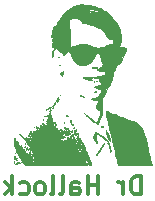
<source format=gbo>
G04 #@! TF.GenerationSoftware,KiCad,Pcbnew,(6.0.4)*
G04 #@! TF.CreationDate,2023-01-21T15:00:39-06:00*
G04 #@! TF.ProjectId,BPS-ShuntResistor,4250532d-5368-4756-9e74-526573697374,rev?*
G04 #@! TF.SameCoordinates,Original*
G04 #@! TF.FileFunction,Legend,Bot*
G04 #@! TF.FilePolarity,Positive*
%FSLAX46Y46*%
G04 Gerber Fmt 4.6, Leading zero omitted, Abs format (unit mm)*
G04 Created by KiCad (PCBNEW (6.0.4)) date 2023-01-21 15:00:39*
%MOMM*%
%LPD*%
G01*
G04 APERTURE LIST*
G04 Aperture macros list*
%AMRoundRect*
0 Rectangle with rounded corners*
0 $1 Rounding radius*
0 $2 $3 $4 $5 $6 $7 $8 $9 X,Y pos of 4 corners*
0 Add a 4 corners polygon primitive as box body*
4,1,4,$2,$3,$4,$5,$6,$7,$8,$9,$2,$3,0*
0 Add four circle primitives for the rounded corners*
1,1,$1+$1,$2,$3*
1,1,$1+$1,$4,$5*
1,1,$1+$1,$6,$7*
1,1,$1+$1,$8,$9*
0 Add four rect primitives between the rounded corners*
20,1,$1+$1,$2,$3,$4,$5,0*
20,1,$1+$1,$4,$5,$6,$7,0*
20,1,$1+$1,$6,$7,$8,$9,0*
20,1,$1+$1,$8,$9,$2,$3,0*%
G04 Aperture macros list end*
%ADD10C,0.300000*%
%ADD11C,0.010000*%
%ADD12RoundRect,0.050000X-0.850000X-0.850000X0.850000X-0.850000X0.850000X0.850000X-0.850000X0.850000X0*%
%ADD13O,1.800000X1.800000*%
%ADD14C,2.800000*%
%ADD15C,2.128000*%
%ADD16C,2.400000*%
G04 APERTURE END LIST*
D10*
X139123926Y-117284285D02*
X139123926Y-115760285D01*
X138761069Y-115760285D01*
X138543354Y-115832857D01*
X138398211Y-115977999D01*
X138325640Y-116123142D01*
X138253069Y-116413428D01*
X138253069Y-116631142D01*
X138325640Y-116921428D01*
X138398211Y-117066571D01*
X138543354Y-117211714D01*
X138761069Y-117284285D01*
X139123926Y-117284285D01*
X137599926Y-117284285D02*
X137599926Y-116268285D01*
X137599926Y-116558571D02*
X137527354Y-116413428D01*
X137454783Y-116340857D01*
X137309640Y-116268285D01*
X137164497Y-116268285D01*
X135495354Y-117284285D02*
X135495354Y-115760285D01*
X135495354Y-116485999D02*
X134624497Y-116485999D01*
X134624497Y-117284285D02*
X134624497Y-115760285D01*
X133245640Y-117284285D02*
X133245640Y-116485999D01*
X133318211Y-116340857D01*
X133463354Y-116268285D01*
X133753640Y-116268285D01*
X133898783Y-116340857D01*
X133245640Y-117211714D02*
X133390783Y-117284285D01*
X133753640Y-117284285D01*
X133898783Y-117211714D01*
X133971354Y-117066571D01*
X133971354Y-116921428D01*
X133898783Y-116776285D01*
X133753640Y-116703714D01*
X133390783Y-116703714D01*
X133245640Y-116631142D01*
X132302211Y-117284285D02*
X132447354Y-117211714D01*
X132519926Y-117066571D01*
X132519926Y-115760285D01*
X131503926Y-117284285D02*
X131649069Y-117211714D01*
X131721640Y-117066571D01*
X131721640Y-115760285D01*
X130705640Y-117284285D02*
X130850783Y-117211714D01*
X130923354Y-117139142D01*
X130995926Y-116993999D01*
X130995926Y-116558571D01*
X130923354Y-116413428D01*
X130850783Y-116340857D01*
X130705640Y-116268285D01*
X130487926Y-116268285D01*
X130342783Y-116340857D01*
X130270211Y-116413428D01*
X130197640Y-116558571D01*
X130197640Y-116993999D01*
X130270211Y-117139142D01*
X130342783Y-117211714D01*
X130487926Y-117284285D01*
X130705640Y-117284285D01*
X128891354Y-117211714D02*
X129036497Y-117284285D01*
X129326783Y-117284285D01*
X129471926Y-117211714D01*
X129544497Y-117139142D01*
X129617069Y-116993999D01*
X129617069Y-116558571D01*
X129544497Y-116413428D01*
X129471926Y-116340857D01*
X129326783Y-116268285D01*
X129036497Y-116268285D01*
X128891354Y-116340857D01*
X128238211Y-117284285D02*
X128238211Y-115760285D01*
X128093069Y-116703714D02*
X127657640Y-117284285D01*
X127657640Y-116268285D02*
X128238211Y-116848857D01*
G36*
X135820069Y-111491317D02*
G01*
X135881501Y-111527405D01*
X135910783Y-111563110D01*
X135907781Y-111581303D01*
X135876202Y-111589909D01*
X135799541Y-111556009D01*
X135769080Y-111537359D01*
X135730748Y-111494192D01*
X135749516Y-111473260D01*
X135820069Y-111491317D01*
G37*
D11*
X135820069Y-111491317D02*
X135881501Y-111527405D01*
X135910783Y-111563110D01*
X135907781Y-111581303D01*
X135876202Y-111589909D01*
X135799541Y-111556009D01*
X135769080Y-111537359D01*
X135730748Y-111494192D01*
X135749516Y-111473260D01*
X135820069Y-111491317D01*
G36*
X136351766Y-112944323D02*
G01*
X136382498Y-112972429D01*
X136381375Y-112984580D01*
X136348729Y-113006193D01*
X136273641Y-112972429D01*
X136260870Y-112963772D01*
X136247835Y-112942428D01*
X136300855Y-112936699D01*
X136351766Y-112944323D01*
G37*
X136351766Y-112944323D02*
X136382498Y-112972429D01*
X136381375Y-112984580D01*
X136348729Y-113006193D01*
X136273641Y-112972429D01*
X136260870Y-112963772D01*
X136247835Y-112942428D01*
X136300855Y-112936699D01*
X136351766Y-112944323D01*
G36*
X131723248Y-109701108D02*
G01*
X131712047Y-109717227D01*
X131681356Y-109743000D01*
X131676284Y-109742647D01*
X131668293Y-109721643D01*
X131707247Y-109685107D01*
X131727525Y-109676278D01*
X131723248Y-109701108D01*
G37*
X131723248Y-109701108D02*
X131712047Y-109717227D01*
X131681356Y-109743000D01*
X131676284Y-109742647D01*
X131668293Y-109721643D01*
X131707247Y-109685107D01*
X131727525Y-109676278D01*
X131723248Y-109701108D01*
G36*
X132123471Y-109076293D02*
G01*
X132101934Y-109141259D01*
X132083971Y-109210510D01*
X132102366Y-109310529D01*
X132111670Y-109329336D01*
X132114543Y-109378876D01*
X132057014Y-109412594D01*
X132017482Y-109422450D01*
X131952176Y-109405787D01*
X131932447Y-109350113D01*
X131970521Y-109274891D01*
X132005954Y-109227661D01*
X132028212Y-109173086D01*
X132037373Y-109144618D01*
X132083796Y-109088898D01*
X132112338Y-109067548D01*
X132123471Y-109076293D01*
G37*
X132123471Y-109076293D02*
X132101934Y-109141259D01*
X132083971Y-109210510D01*
X132102366Y-109310529D01*
X132111670Y-109329336D01*
X132114543Y-109378876D01*
X132057014Y-109412594D01*
X132017482Y-109422450D01*
X131952176Y-109405787D01*
X131932447Y-109350113D01*
X131970521Y-109274891D01*
X132005954Y-109227661D01*
X132028212Y-109173086D01*
X132037373Y-109144618D01*
X132083796Y-109088898D01*
X132112338Y-109067548D01*
X132123471Y-109076293D01*
G36*
X128399641Y-114242429D02*
G01*
X128397022Y-114261638D01*
X128375450Y-114266619D01*
X128371107Y-114261301D01*
X128375450Y-114218238D01*
X128386364Y-114212562D01*
X128399641Y-114242429D01*
G37*
X128399641Y-114242429D02*
X128397022Y-114261638D01*
X128375450Y-114266619D01*
X128371107Y-114261301D01*
X128375450Y-114218238D01*
X128386364Y-114212562D01*
X128399641Y-114242429D01*
G36*
X135851892Y-101629354D02*
G01*
X136039731Y-101726165D01*
X136155565Y-101796662D01*
X136182735Y-101813198D01*
X136299609Y-101902822D01*
X136307945Y-101910787D01*
X136397121Y-101996000D01*
X136409055Y-102007404D01*
X136562084Y-102173348D01*
X136599920Y-102218411D01*
X136670157Y-102302066D01*
X136687374Y-102322572D01*
X136767055Y-102417476D01*
X136783100Y-102436586D01*
X136783211Y-102436719D01*
X136880277Y-102564634D01*
X136981293Y-102697755D01*
X136990314Y-102709644D01*
X137169465Y-102973472D01*
X137306740Y-103209554D01*
X137328648Y-103262978D01*
X137364814Y-103413454D01*
X137390861Y-103607425D01*
X137406202Y-103825957D01*
X137410252Y-104050120D01*
X137402423Y-104260982D01*
X137383544Y-104427147D01*
X137382129Y-104439609D01*
X137348785Y-104567069D01*
X137335568Y-104600572D01*
X137309668Y-104687237D01*
X137307897Y-104735756D01*
X137310935Y-104738856D01*
X137364041Y-104762037D01*
X137465957Y-104792705D01*
X137597942Y-104825090D01*
X137870212Y-104885665D01*
X137870212Y-105022709D01*
X137857521Y-105124236D01*
X137800956Y-105222428D01*
X137748657Y-105284842D01*
X137696460Y-105382266D01*
X137618582Y-105594759D01*
X137548826Y-105777872D01*
X137493458Y-105911977D01*
X137447838Y-106007539D01*
X137407328Y-106075024D01*
X137367290Y-106124897D01*
X137334107Y-106157918D01*
X137222478Y-106244425D01*
X137106265Y-106307642D01*
X137011923Y-106332143D01*
X136992032Y-106335306D01*
X136963069Y-106368429D01*
X136964737Y-106378865D01*
X137002379Y-106404714D01*
X137017625Y-106409011D01*
X137022089Y-106428881D01*
X137026848Y-106450072D01*
X137025230Y-106453348D01*
X136974273Y-106480825D01*
X136864444Y-106507981D01*
X136707872Y-106531714D01*
X136403737Y-106568000D01*
X136505123Y-106634400D01*
X136514012Y-106640078D01*
X136587037Y-106675735D01*
X136629524Y-106677784D01*
X136633425Y-106659571D01*
X136621506Y-106645438D01*
X136715488Y-106645438D01*
X136745355Y-106658714D01*
X136764564Y-106656096D01*
X136769545Y-106634524D01*
X136764227Y-106630181D01*
X136721164Y-106634524D01*
X136715488Y-106645438D01*
X136621506Y-106645438D01*
X136599161Y-106618943D01*
X136591543Y-106613791D01*
X136564473Y-106590097D01*
X136600212Y-106591476D01*
X136602757Y-106591820D01*
X136676954Y-106588656D01*
X136776156Y-106571176D01*
X136870082Y-106559903D01*
X136939441Y-106587796D01*
X136962556Y-106617414D01*
X136935855Y-106607468D01*
X136909416Y-106601282D01*
X136893410Y-106634524D01*
X136890498Y-106640572D01*
X136896042Y-106668241D01*
X136926784Y-106676857D01*
X136934467Y-106672323D01*
X136966312Y-106665191D01*
X136960049Y-106692815D01*
X136924755Y-106738173D01*
X136889499Y-106767572D01*
X136869509Y-106784242D01*
X136867754Y-106785403D01*
X136808340Y-106842212D01*
X136794237Y-106893202D01*
X136799449Y-106929312D01*
X136790340Y-107028829D01*
X136789781Y-107034940D01*
X136760549Y-107181645D01*
X136716239Y-107352765D01*
X136661337Y-107531638D01*
X136600329Y-107701603D01*
X136537701Y-107845998D01*
X136494993Y-107931347D01*
X136402015Y-108111059D01*
X136294108Y-108314171D01*
X136180858Y-108523076D01*
X136071848Y-108720166D01*
X135976663Y-108887834D01*
X135904890Y-109008472D01*
X135883209Y-109046665D01*
X135856870Y-109115837D01*
X135841410Y-109205682D01*
X135834399Y-109333471D01*
X135833406Y-109516472D01*
X135834605Y-109618312D01*
X135839838Y-109817130D01*
X135847999Y-110003114D01*
X135857923Y-110146396D01*
X135862220Y-110195139D01*
X135866826Y-110310376D01*
X135854481Y-110403206D01*
X135819154Y-110502281D01*
X135754813Y-110636253D01*
X135685842Y-110783409D01*
X135615412Y-110951861D01*
X135563875Y-111094643D01*
X135543334Y-111157459D01*
X135504952Y-111248897D01*
X135465676Y-111292294D01*
X135414300Y-111303286D01*
X135379053Y-111300650D01*
X135336560Y-111272200D01*
X135349761Y-111208202D01*
X135418775Y-111103310D01*
X135466054Y-111027954D01*
X135529804Y-110897747D01*
X135584886Y-110756999D01*
X135603238Y-110695964D01*
X135634644Y-110558561D01*
X135660573Y-110404865D01*
X135679706Y-110249479D01*
X135690726Y-110107007D01*
X135692315Y-109992051D01*
X135683156Y-109919216D01*
X135661931Y-109903104D01*
X135645948Y-109917386D01*
X135640349Y-109963478D01*
X135642934Y-109984455D01*
X135604655Y-110019282D01*
X135571678Y-110046337D01*
X135547926Y-110117826D01*
X135547493Y-110136239D01*
X135537461Y-110163034D01*
X135504921Y-110143895D01*
X135437782Y-110074010D01*
X135434445Y-110070333D01*
X135360465Y-109965944D01*
X135348544Y-109887548D01*
X135353808Y-109847490D01*
X135331880Y-109798460D01*
X135323353Y-109785648D01*
X135333698Y-109718180D01*
X135384833Y-109605195D01*
X135418496Y-109539305D01*
X135459392Y-109449145D01*
X135475355Y-109398361D01*
X135455038Y-109364717D01*
X135374962Y-109320884D01*
X135247081Y-109281812D01*
X135085324Y-109252704D01*
X135049206Y-109247516D01*
X134948575Y-109226419D01*
X134883053Y-109203061D01*
X134864669Y-109182884D01*
X134905451Y-109171330D01*
X134998574Y-109161972D01*
X135201676Y-109122732D01*
X135369665Y-109063810D01*
X135484041Y-108990974D01*
X135600909Y-108859235D01*
X135689486Y-108712386D01*
X135733419Y-108574627D01*
X135728927Y-108458320D01*
X135672228Y-108375826D01*
X135650085Y-108363120D01*
X135558408Y-108330893D01*
X135443241Y-108306764D01*
X135397317Y-108298553D01*
X135286449Y-108266261D01*
X135212572Y-108227341D01*
X135179007Y-108194844D01*
X135177260Y-108163359D01*
X135235729Y-108127179D01*
X135314253Y-108102983D01*
X135422263Y-108101518D01*
X135447137Y-108105817D01*
X135497987Y-108104523D01*
X135493284Y-108073512D01*
X135482018Y-108049719D01*
X135500937Y-108049099D01*
X135503998Y-108050757D01*
X135561558Y-108051442D01*
X135635787Y-108025315D01*
X135697420Y-107986115D01*
X135717192Y-107947581D01*
X135729113Y-107907221D01*
X135781001Y-107849003D01*
X135801239Y-107830894D01*
X135823473Y-107792392D01*
X135783218Y-107777214D01*
X135676625Y-107782923D01*
X135648524Y-107785188D01*
X135625916Y-107773939D01*
X135658482Y-107726380D01*
X135681014Y-107697643D01*
X135685761Y-107673232D01*
X135629569Y-107683168D01*
X135574884Y-107691960D01*
X135551234Y-107670095D01*
X135582692Y-107603360D01*
X135584920Y-107599685D01*
X135592757Y-107531004D01*
X135543126Y-107478148D01*
X135450384Y-107457000D01*
X135384895Y-107449291D01*
X135283407Y-107415085D01*
X135275385Y-107411168D01*
X135189220Y-107389645D01*
X135072671Y-107381465D01*
X134946274Y-107385223D01*
X134830565Y-107399514D01*
X134746080Y-107422933D01*
X134713355Y-107454075D01*
X134717947Y-107462468D01*
X134769032Y-107494141D01*
X134858498Y-107529572D01*
X134898861Y-107544721D01*
X134968968Y-107581906D01*
X135005582Y-107615228D01*
X134999155Y-107633476D01*
X134940141Y-107625440D01*
X134936593Y-107624456D01*
X134854623Y-107604726D01*
X134749641Y-107582600D01*
X134722476Y-107576548D01*
X134597253Y-107538763D01*
X134470864Y-107489381D01*
X134426755Y-107471283D01*
X134329268Y-107443198D01*
X134265891Y-107441535D01*
X134209490Y-107438991D01*
X134178679Y-107396082D01*
X134197756Y-107341228D01*
X134201218Y-107338725D01*
X134262420Y-107325000D01*
X134384730Y-107315022D01*
X134558316Y-107309350D01*
X134773352Y-107308541D01*
X134895602Y-107308951D01*
X135242764Y-107302282D01*
X135523377Y-107282603D01*
X135741321Y-107248839D01*
X135900478Y-107199918D01*
X136004727Y-107134766D01*
X136057951Y-107052309D01*
X136064029Y-106951474D01*
X136060258Y-106932401D01*
X136469290Y-106932401D01*
X136509498Y-106985286D01*
X136563147Y-107034767D01*
X136615751Y-107057256D01*
X136636498Y-107028829D01*
X136622768Y-106990941D01*
X136565996Y-106937066D01*
X136496617Y-106912714D01*
X136481704Y-106913661D01*
X136469290Y-106932401D01*
X136060258Y-106932401D01*
X136058073Y-106921353D01*
X136012928Y-106843585D01*
X135924217Y-106812647D01*
X135783062Y-106824530D01*
X135662538Y-106829512D01*
X135527476Y-106781934D01*
X135502036Y-106767572D01*
X136709069Y-106767572D01*
X136710124Y-106776245D01*
X136745355Y-106803857D01*
X136754028Y-106802803D01*
X136781641Y-106767572D01*
X136780586Y-106758898D01*
X136745355Y-106731286D01*
X136736682Y-106732340D01*
X136709069Y-106767572D01*
X135502036Y-106767572D01*
X135499558Y-106766173D01*
X135425670Y-106712990D01*
X135401172Y-106673912D01*
X135433517Y-106658714D01*
X135479271Y-106637733D01*
X135547926Y-106586143D01*
X135619327Y-106535733D01*
X135678632Y-106513572D01*
X135692612Y-106509990D01*
X135751099Y-106466836D01*
X135819556Y-106390470D01*
X135821030Y-106388537D01*
X136382189Y-106388537D01*
X136417910Y-106407833D01*
X136448497Y-106421311D01*
X136481467Y-106449236D01*
X136454196Y-106478594D01*
X136438994Y-106491633D01*
X136458672Y-106506291D01*
X136545783Y-106508807D01*
X136570377Y-106508065D01*
X136715529Y-106495402D01*
X136793453Y-106469397D01*
X136807983Y-106428881D01*
X136781794Y-106409553D01*
X136694473Y-106389505D01*
X136561046Y-106378755D01*
X136476521Y-106376607D01*
X136399254Y-106378631D01*
X136382189Y-106388537D01*
X135821030Y-106388537D01*
X135913450Y-106267368D01*
X135834660Y-106072970D01*
X135829966Y-106061309D01*
X135777286Y-105923799D01*
X135715854Y-105754835D01*
X135658012Y-105588286D01*
X135620022Y-105477898D01*
X135580107Y-105377854D01*
X135544432Y-105322177D01*
X135502909Y-105296549D01*
X135445444Y-105286649D01*
X135394451Y-105284157D01*
X135331463Y-105305687D01*
X135290156Y-105377364D01*
X135257443Y-105458323D01*
X135173046Y-105649341D01*
X135092354Y-105797487D01*
X135003541Y-105922728D01*
X134894784Y-106045031D01*
X134826439Y-106115095D01*
X134739555Y-106194183D01*
X134660937Y-106241700D01*
X134565324Y-106271231D01*
X134427456Y-106296362D01*
X134204060Y-106317148D01*
X133938949Y-106294531D01*
X133708926Y-106218150D01*
X133520975Y-106090558D01*
X133382084Y-105914310D01*
X133338664Y-105821371D01*
X133285440Y-105676163D01*
X133241595Y-105524927D01*
X133204563Y-105398096D01*
X133139640Y-105266516D01*
X133056349Y-105193525D01*
X132947948Y-105171000D01*
X132892638Y-105184385D01*
X132856236Y-105249782D01*
X132853403Y-105261861D01*
X132800344Y-105336503D01*
X132695588Y-105411255D01*
X132546536Y-105493947D01*
X132499384Y-105405844D01*
X132445175Y-105331319D01*
X132360986Y-105253442D01*
X132322213Y-105224599D01*
X132225132Y-105146583D01*
X132121761Y-105058222D01*
X132068054Y-105012581D01*
X132506345Y-105012581D01*
X132536212Y-105025857D01*
X132555422Y-105023239D01*
X132557759Y-105013119D01*
X132935355Y-105013119D01*
X132948821Y-105050836D01*
X132986725Y-105058320D01*
X133011783Y-105016786D01*
X133014489Y-104983550D01*
X133020855Y-104900068D01*
X133021245Y-104895956D01*
X133037981Y-104858870D01*
X133087031Y-104827735D01*
X133181501Y-104796692D01*
X133334498Y-104759882D01*
X133365319Y-104752787D01*
X133536011Y-104707125D01*
X133698216Y-104654715D01*
X133820499Y-104605539D01*
X133892828Y-104573611D01*
X133982387Y-104543548D01*
X134030805Y-104540252D01*
X134038473Y-104543278D01*
X134105184Y-104554773D01*
X134219276Y-104566220D01*
X134361232Y-104575534D01*
X134515015Y-104588245D01*
X134684434Y-104614414D01*
X134822403Y-104649011D01*
X134915227Y-104688457D01*
X134949212Y-104729174D01*
X134949427Y-104734640D01*
X134970007Y-104786604D01*
X135002819Y-104802856D01*
X135098480Y-104823469D01*
X135232754Y-104838969D01*
X135385502Y-104847826D01*
X135536582Y-104848509D01*
X135665855Y-104839488D01*
X135694512Y-104835277D01*
X135828436Y-104805019D01*
X135964218Y-104760851D01*
X136083693Y-104710240D01*
X136168698Y-104660648D01*
X136201069Y-104619540D01*
X136208454Y-104608883D01*
X136255178Y-104613470D01*
X136317203Y-104613018D01*
X136422401Y-104590200D01*
X136546610Y-104552138D01*
X136666088Y-104506119D01*
X136757091Y-104459431D01*
X136792831Y-104427147D01*
X136784306Y-104392504D01*
X136760940Y-104361633D01*
X136745355Y-104286794D01*
X136736156Y-104227360D01*
X136694901Y-104136157D01*
X136669844Y-104105932D01*
X136622374Y-104086365D01*
X136547012Y-104111552D01*
X136497788Y-104130786D01*
X136431887Y-104130405D01*
X136356174Y-104082477D01*
X136349005Y-104076701D01*
X136258495Y-103980064D01*
X136191170Y-103868115D01*
X136164783Y-103769853D01*
X136161379Y-103748651D01*
X136128498Y-103719572D01*
X136113651Y-103715253D01*
X136092212Y-103670525D01*
X136067270Y-103606254D01*
X135992611Y-103514822D01*
X135883286Y-103413471D01*
X135754567Y-103314924D01*
X135621724Y-103231906D01*
X135500029Y-103177138D01*
X135472621Y-103167386D01*
X135387079Y-103125675D01*
X135343951Y-103086179D01*
X135322339Y-103063944D01*
X135246170Y-103022719D01*
X135137848Y-102982353D01*
X135069984Y-102961431D01*
X134866608Y-102899842D01*
X134717394Y-102857127D01*
X134610787Y-102830308D01*
X134535234Y-102816402D01*
X134479180Y-102812429D01*
X134430345Y-102809971D01*
X134329804Y-102793110D01*
X134234072Y-102765331D01*
X134156186Y-102732643D01*
X134109186Y-102701061D01*
X134106746Y-102681649D01*
X134868325Y-102681649D01*
X134868887Y-102694036D01*
X134915950Y-102700707D01*
X134951617Y-102694896D01*
X134937873Y-102678784D01*
X134916890Y-102672987D01*
X134868325Y-102681649D01*
X134106746Y-102681649D01*
X134106111Y-102676595D01*
X134159998Y-102665259D01*
X134172645Y-102661011D01*
X134149381Y-102637871D01*
X134074936Y-102601759D01*
X134037395Y-102584718D01*
X133962715Y-102536158D01*
X133954167Y-102519237D01*
X134622641Y-102519237D01*
X134817584Y-102520690D01*
X134882475Y-102521743D01*
X134960244Y-102528435D01*
X134984380Y-102545161D01*
X134967355Y-102576572D01*
X134949089Y-102602147D01*
X134957375Y-102625379D01*
X135026412Y-102630445D01*
X135109173Y-102621201D01*
X135185069Y-102594714D01*
X135198872Y-102585241D01*
X135201457Y-102579988D01*
X135377823Y-102579988D01*
X135418790Y-102614027D01*
X135471834Y-102646906D01*
X135533751Y-102667286D01*
X135565182Y-102670132D01*
X135644744Y-102688169D01*
X135666706Y-102694896D01*
X135675510Y-102697593D01*
X135691051Y-102697755D01*
X135645037Y-102666725D01*
X135566571Y-102628359D01*
X135463608Y-102592584D01*
X135390912Y-102574290D01*
X135377823Y-102579988D01*
X135201457Y-102579988D01*
X135209014Y-102564634D01*
X135153412Y-102558984D01*
X135130837Y-102558382D01*
X135090654Y-102545547D01*
X135109817Y-102507231D01*
X135126077Y-102473467D01*
X135102849Y-102433496D01*
X135035303Y-102410219D01*
X134939847Y-102405651D01*
X134832888Y-102421806D01*
X134730833Y-102460698D01*
X134622641Y-102519237D01*
X133954167Y-102519237D01*
X133941888Y-102494929D01*
X133935900Y-102465965D01*
X133877364Y-102449572D01*
X133856388Y-102449166D01*
X133819367Y-102436446D01*
X133842498Y-102395143D01*
X133846435Y-102390039D01*
X135333236Y-102390039D01*
X135333253Y-102390053D01*
X135375935Y-102406413D01*
X135457212Y-102427426D01*
X135490016Y-102434250D01*
X135532124Y-102436586D01*
X135511641Y-102414944D01*
X135505430Y-102411133D01*
X135450253Y-102390489D01*
X135385453Y-102377619D01*
X135337592Y-102376233D01*
X135333236Y-102390039D01*
X133846435Y-102390039D01*
X133856008Y-102377628D01*
X133857774Y-102363724D01*
X133994059Y-102363724D01*
X134023926Y-102377000D01*
X134043136Y-102374382D01*
X134048117Y-102352810D01*
X134045050Y-102350305D01*
X135635097Y-102350305D01*
X135636403Y-102352810D01*
X135644082Y-102367541D01*
X135694719Y-102405896D01*
X135740504Y-102426709D01*
X135765641Y-102417476D01*
X135765241Y-102413938D01*
X135732912Y-102378204D01*
X135676460Y-102350268D01*
X135635097Y-102350305D01*
X134045050Y-102350305D01*
X134042799Y-102348467D01*
X133999736Y-102352810D01*
X133994059Y-102363724D01*
X133857774Y-102363724D01*
X133859943Y-102346652D01*
X133801584Y-102336437D01*
X133801171Y-102336417D01*
X133703144Y-102330879D01*
X133588498Y-102323590D01*
X133588159Y-102323567D01*
X133471965Y-102325791D01*
X133370784Y-102343060D01*
X133299918Y-102363323D01*
X133189355Y-102390618D01*
X133121624Y-102412393D01*
X133027439Y-102462212D01*
X133002491Y-102481595D01*
X132976896Y-102523630D01*
X133007783Y-102576399D01*
X133033436Y-102632803D01*
X133057172Y-102767455D01*
X133070425Y-102970397D01*
X133071762Y-103010746D01*
X133076909Y-103170213D01*
X133083235Y-103370443D01*
X133090241Y-103595249D01*
X133092303Y-103662119D01*
X133097430Y-103828448D01*
X133099828Y-103907048D01*
X133104306Y-104053853D01*
X133106798Y-104136606D01*
X133110370Y-104255279D01*
X133115126Y-104416541D01*
X133118076Y-104521453D01*
X133112961Y-104566021D01*
X133105698Y-104590013D01*
X133080620Y-104672867D01*
X133027960Y-104789929D01*
X132992911Y-104859513D01*
X132951500Y-104955180D01*
X132938546Y-105001667D01*
X132935355Y-105013119D01*
X132557759Y-105013119D01*
X132560403Y-105001667D01*
X132555084Y-104997324D01*
X132512022Y-105001667D01*
X132506345Y-105012581D01*
X132068054Y-105012581D01*
X132035194Y-104984656D01*
X131915358Y-104900310D01*
X131811263Y-104856788D01*
X131704026Y-104844429D01*
X131643844Y-104840910D01*
X131601725Y-104812796D01*
X131592783Y-104737713D01*
X131603398Y-104657396D01*
X131630831Y-104607483D01*
X131648049Y-104586172D01*
X131624689Y-104530722D01*
X131622569Y-104528156D01*
X131599644Y-104489924D01*
X131631998Y-104488596D01*
X131663108Y-104482763D01*
X131683498Y-104427143D01*
X131675769Y-104385742D01*
X131643611Y-104361820D01*
X131643221Y-104361885D01*
X131614408Y-104335175D01*
X131605728Y-104288926D01*
X131967899Y-104288926D01*
X131986419Y-104353415D01*
X132024891Y-104449068D01*
X132095657Y-104608572D01*
X132098220Y-104493235D01*
X132098233Y-104486458D01*
X132082629Y-104405191D01*
X132080729Y-104401068D01*
X132174876Y-104401068D01*
X132174878Y-104401111D01*
X132190763Y-104450541D01*
X132209082Y-104486458D01*
X132225881Y-104519398D01*
X132267267Y-104586619D01*
X132301954Y-104631141D01*
X132316977Y-104631904D01*
X132325789Y-104607866D01*
X132374811Y-104604274D01*
X132403115Y-104610633D01*
X132408955Y-104590013D01*
X132396100Y-104575988D01*
X132334499Y-104554143D01*
X132305061Y-104542141D01*
X132282212Y-104485454D01*
X132273676Y-104445362D01*
X132227783Y-104395878D01*
X132200403Y-104388913D01*
X132174876Y-104401068D01*
X132080729Y-104401068D01*
X132047180Y-104328264D01*
X132004876Y-104277565D01*
X131968705Y-104274983D01*
X131967899Y-104288926D01*
X131605728Y-104288926D01*
X131600681Y-104262034D01*
X131602672Y-104240782D01*
X132249872Y-104240782D01*
X132255354Y-104285380D01*
X132274765Y-104270762D01*
X132297763Y-104206837D01*
X132309369Y-104136606D01*
X132303887Y-104092008D01*
X132284475Y-104106626D01*
X132261477Y-104170551D01*
X132255052Y-104209429D01*
X132249872Y-104240782D01*
X131602672Y-104240782D01*
X131605610Y-104209429D01*
X131991926Y-104209429D01*
X132010069Y-104227572D01*
X132028212Y-104209429D01*
X132010069Y-104191286D01*
X131991926Y-104209429D01*
X131605610Y-104209429D01*
X131607764Y-104186444D01*
X131629069Y-104155000D01*
X131629467Y-104154992D01*
X131650478Y-104122608D01*
X131653768Y-104086383D01*
X132724699Y-104086383D01*
X132729389Y-104118714D01*
X132752759Y-104109432D01*
X132780979Y-104042009D01*
X132790212Y-103907048D01*
X132788931Y-103850393D01*
X132779134Y-103780023D01*
X132763275Y-103776140D01*
X132748065Y-103827290D01*
X132745676Y-103835326D01*
X132738230Y-103894232D01*
X132735082Y-103919143D01*
X132730656Y-103954162D01*
X132729269Y-103973572D01*
X132727062Y-104004483D01*
X132726383Y-104028000D01*
X132724699Y-104086383D01*
X131653768Y-104086383D01*
X131657410Y-104046280D01*
X131656356Y-104028000D01*
X132608784Y-104028000D01*
X132626926Y-104046143D01*
X132645069Y-104028000D01*
X132626926Y-104009857D01*
X132608784Y-104028000D01*
X131656356Y-104028000D01*
X131655003Y-104004542D01*
X131652275Y-103996932D01*
X131854254Y-103996932D01*
X131858972Y-104015467D01*
X131872559Y-104022939D01*
X131889437Y-103961749D01*
X131890013Y-103958895D01*
X131890387Y-103954699D01*
X132217393Y-103954699D01*
X132221736Y-103997762D01*
X132232650Y-104003439D01*
X132245926Y-103973572D01*
X132243308Y-103954362D01*
X132221736Y-103949381D01*
X132217393Y-103954699D01*
X131890387Y-103954699D01*
X131893554Y-103919143D01*
X132427355Y-103919143D01*
X132445498Y-103937286D01*
X132463641Y-103919143D01*
X132445498Y-103901000D01*
X132427355Y-103919143D01*
X131893554Y-103919143D01*
X131895773Y-103894232D01*
X131875160Y-103894395D01*
X131858830Y-103922961D01*
X131854254Y-103996932D01*
X131652275Y-103996932D01*
X131640193Y-103963222D01*
X131605408Y-103978151D01*
X131595472Y-103985887D01*
X131563158Y-103990634D01*
X131550782Y-103932657D01*
X131548407Y-103871588D01*
X131549869Y-103806404D01*
X132209641Y-103806404D01*
X132216326Y-103815796D01*
X132264069Y-103841551D01*
X132291900Y-103847255D01*
X132318498Y-103827290D01*
X132312366Y-103811133D01*
X132264069Y-103792143D01*
X132239271Y-103793719D01*
X132209641Y-103806404D01*
X131549869Y-103806404D01*
X131550189Y-103792143D01*
X131559814Y-103701429D01*
X131665355Y-103701429D01*
X131683498Y-103719572D01*
X131701641Y-103701429D01*
X131683498Y-103683286D01*
X131665355Y-103701429D01*
X131559814Y-103701429D01*
X131564085Y-103661180D01*
X132759627Y-103661180D01*
X132766806Y-103701429D01*
X132768289Y-103709744D01*
X132780676Y-103709182D01*
X132787347Y-103662119D01*
X132781537Y-103626452D01*
X132765425Y-103640197D01*
X132759627Y-103661180D01*
X131564085Y-103661180D01*
X131566616Y-103637323D01*
X131599278Y-103437065D01*
X131648002Y-103275417D01*
X131722008Y-103131522D01*
X131830515Y-102984525D01*
X131982741Y-102813567D01*
X132037391Y-102752976D01*
X132141962Y-102625396D01*
X132223372Y-102510675D01*
X132267474Y-102427972D01*
X132289424Y-102371647D01*
X132316944Y-102323430D01*
X134770853Y-102323430D01*
X134820207Y-102328635D01*
X134931069Y-102331825D01*
X134993274Y-102332306D01*
X135103373Y-102329134D01*
X135132238Y-102322572D01*
X135729355Y-102322572D01*
X135747498Y-102340714D01*
X135765641Y-102322572D01*
X135747498Y-102304429D01*
X135729355Y-102322572D01*
X135132238Y-102322572D01*
X135147612Y-102319077D01*
X135130641Y-102301427D01*
X135105607Y-102283243D01*
X135139186Y-102276276D01*
X135239498Y-102281016D01*
X135420926Y-102294791D01*
X135293926Y-102239439D01*
X135279248Y-102234220D01*
X135629394Y-102234220D01*
X135638641Y-102268143D01*
X135646096Y-102278884D01*
X135666716Y-102294791D01*
X135679209Y-102304429D01*
X135684173Y-102302066D01*
X135674926Y-102268143D01*
X135667471Y-102257402D01*
X135634358Y-102231857D01*
X135629394Y-102234220D01*
X135279248Y-102234220D01*
X135240756Y-102220534D01*
X135138859Y-102195949D01*
X135025271Y-102177303D01*
X134916587Y-102166124D01*
X134829404Y-102163940D01*
X134780318Y-102172279D01*
X134785926Y-102192669D01*
X134818395Y-102210364D01*
X134903855Y-102231302D01*
X134924215Y-102232117D01*
X134969801Y-102246494D01*
X134959451Y-102271382D01*
X134903714Y-102297144D01*
X134813141Y-102314146D01*
X134787634Y-102316903D01*
X134770853Y-102323430D01*
X132316944Y-102323430D01*
X132405446Y-102168370D01*
X132482180Y-102073867D01*
X135007927Y-102073867D01*
X135073533Y-102108089D01*
X135207124Y-102154152D01*
X135221173Y-102158361D01*
X135352348Y-102195351D01*
X135457704Y-102221213D01*
X135515553Y-102230572D01*
X135517021Y-102230523D01*
X135533914Y-102218411D01*
X135497182Y-102190738D01*
X135421634Y-102154616D01*
X135322078Y-102117155D01*
X135213322Y-102085463D01*
X135079099Y-102058406D01*
X135009914Y-102055852D01*
X135007927Y-102073867D01*
X132482180Y-102073867D01*
X132556690Y-101982104D01*
X133027688Y-101982104D01*
X133056163Y-102003895D01*
X133111961Y-101996000D01*
X134967355Y-101996000D01*
X134985498Y-102014143D01*
X135003641Y-101996000D01*
X134985498Y-101977857D01*
X134967355Y-101996000D01*
X133111961Y-101996000D01*
X133115749Y-101995464D01*
X133185588Y-101961822D01*
X133187023Y-101960518D01*
X133244014Y-101960518D01*
X133245920Y-101977302D01*
X133254588Y-101976604D01*
X133311491Y-101955733D01*
X133359660Y-101920806D01*
X133369676Y-101892083D01*
X133342200Y-101893136D01*
X133282148Y-101926396D01*
X133244014Y-101960518D01*
X133187023Y-101960518D01*
X133244821Y-101907979D01*
X133287379Y-101849007D01*
X133287160Y-101832465D01*
X133241217Y-101848596D01*
X133196712Y-101865759D01*
X133110222Y-101894835D01*
X133078699Y-101909088D01*
X133031255Y-101959285D01*
X133027688Y-101982104D01*
X132556690Y-101982104D01*
X132574334Y-101960375D01*
X132726638Y-101814572D01*
X133697355Y-101814572D01*
X133715498Y-101832714D01*
X133725518Y-101822695D01*
X134612893Y-101822695D01*
X134654789Y-101844249D01*
X134670150Y-101849007D01*
X134713288Y-101862369D01*
X134822457Y-101891323D01*
X134825591Y-101892083D01*
X134953745Y-101923165D01*
X135072951Y-101950250D01*
X135160484Y-101969065D01*
X135196392Y-101975307D01*
X135256344Y-101952607D01*
X135312616Y-101927146D01*
X135316809Y-101910787D01*
X135279115Y-101893442D01*
X135240846Y-101882600D01*
X135139811Y-101863047D01*
X135016067Y-101845507D01*
X134935540Y-101833766D01*
X134865694Y-101813488D01*
X134864940Y-101791680D01*
X134875645Y-101782888D01*
X134865178Y-101766829D01*
X134811927Y-101763167D01*
X134737018Y-101771802D01*
X134713537Y-101778286D01*
X134661579Y-101792634D01*
X134636680Y-101802787D01*
X134622598Y-101814572D01*
X134612893Y-101822695D01*
X133725518Y-101822695D01*
X133733641Y-101814572D01*
X133715498Y-101796429D01*
X133697355Y-101814572D01*
X132726638Y-101814572D01*
X132764542Y-101778286D01*
X133334498Y-101778286D01*
X133352641Y-101796429D01*
X133370784Y-101778286D01*
X133769926Y-101778286D01*
X133788069Y-101796429D01*
X133806212Y-101778286D01*
X133788069Y-101760143D01*
X133769926Y-101778286D01*
X133370784Y-101778286D01*
X133352641Y-101760143D01*
X133334498Y-101778286D01*
X132764542Y-101778286D01*
X132783251Y-101760376D01*
X132901900Y-101670280D01*
X134340747Y-101670280D01*
X134383281Y-101674591D01*
X134495641Y-101676101D01*
X134644108Y-101685605D01*
X134830265Y-101712356D01*
X135003641Y-101750232D01*
X135099754Y-101776086D01*
X135256496Y-101816561D01*
X135363985Y-101840186D01*
X135436106Y-101849104D01*
X135486744Y-101845455D01*
X135529784Y-101831382D01*
X135567187Y-101814621D01*
X135577731Y-101796662D01*
X135521120Y-101776275D01*
X135473347Y-101753216D01*
X135459104Y-101720796D01*
X135443122Y-101692543D01*
X135377053Y-101667861D01*
X135321252Y-101655483D01*
X135201004Y-101627968D01*
X135067328Y-101596705D01*
X134890854Y-101568309D01*
X134747796Y-101579244D01*
X134717512Y-101586278D01*
X134596992Y-101599578D01*
X134466395Y-101599079D01*
X134422856Y-101596116D01*
X134356889Y-101593235D01*
X134358174Y-101598363D01*
X134423069Y-101612643D01*
X134494810Y-101627095D01*
X134550069Y-101638227D01*
X134404926Y-101656924D01*
X134365329Y-101662597D01*
X134340747Y-101670280D01*
X132901900Y-101670280D01*
X132944397Y-101638010D01*
X134175488Y-101638010D01*
X134205355Y-101651286D01*
X134224564Y-101648667D01*
X134229545Y-101627095D01*
X134224227Y-101622753D01*
X134181164Y-101627095D01*
X134175488Y-101638010D01*
X132944397Y-101638010D01*
X133019360Y-101581087D01*
X133116893Y-101524286D01*
X135257641Y-101524286D01*
X135275784Y-101542429D01*
X135293926Y-101524286D01*
X135275784Y-101506143D01*
X135257641Y-101524286D01*
X133116893Y-101524286D01*
X133170842Y-101492867D01*
X135082631Y-101492867D01*
X135112498Y-101506143D01*
X135131707Y-101503524D01*
X135136688Y-101481953D01*
X135131370Y-101477610D01*
X135088307Y-101481953D01*
X135082631Y-101492867D01*
X133170842Y-101492867D01*
X133247995Y-101447935D01*
X134287754Y-101447935D01*
X134288316Y-101460321D01*
X134335379Y-101466993D01*
X134371046Y-101461182D01*
X134357301Y-101445070D01*
X134336318Y-101439273D01*
X134287754Y-101447935D01*
X133247995Y-101447935D01*
X133269825Y-101435222D01*
X133277584Y-101431418D01*
X133483893Y-101342866D01*
X133700618Y-101270432D01*
X133909210Y-101218745D01*
X134091124Y-101192435D01*
X134227811Y-101196130D01*
X134292858Y-101205009D01*
X134422232Y-101215265D01*
X134563552Y-101220528D01*
X134666966Y-101225723D01*
X134752916Y-101238653D01*
X134785926Y-101256043D01*
X134814644Y-101278488D01*
X134888198Y-101288429D01*
X135007445Y-101301365D01*
X135214159Y-101357543D01*
X135477592Y-101458120D01*
X135484353Y-101461182D01*
X135530211Y-101481953D01*
X135623673Y-101524286D01*
X135797435Y-101602990D01*
X135851892Y-101629354D01*
G37*
X135851892Y-101629354D02*
X136039731Y-101726165D01*
X136155565Y-101796662D01*
X136182735Y-101813198D01*
X136299609Y-101902822D01*
X136307945Y-101910787D01*
X136397121Y-101996000D01*
X136409055Y-102007404D01*
X136562084Y-102173348D01*
X136599920Y-102218411D01*
X136670157Y-102302066D01*
X136687374Y-102322572D01*
X136767055Y-102417476D01*
X136783100Y-102436586D01*
X136783211Y-102436719D01*
X136880277Y-102564634D01*
X136981293Y-102697755D01*
X136990314Y-102709644D01*
X137169465Y-102973472D01*
X137306740Y-103209554D01*
X137328648Y-103262978D01*
X137364814Y-103413454D01*
X137390861Y-103607425D01*
X137406202Y-103825957D01*
X137410252Y-104050120D01*
X137402423Y-104260982D01*
X137383544Y-104427147D01*
X137382129Y-104439609D01*
X137348785Y-104567069D01*
X137335568Y-104600572D01*
X137309668Y-104687237D01*
X137307897Y-104735756D01*
X137310935Y-104738856D01*
X137364041Y-104762037D01*
X137465957Y-104792705D01*
X137597942Y-104825090D01*
X137870212Y-104885665D01*
X137870212Y-105022709D01*
X137857521Y-105124236D01*
X137800956Y-105222428D01*
X137748657Y-105284842D01*
X137696460Y-105382266D01*
X137618582Y-105594759D01*
X137548826Y-105777872D01*
X137493458Y-105911977D01*
X137447838Y-106007539D01*
X137407328Y-106075024D01*
X137367290Y-106124897D01*
X137334107Y-106157918D01*
X137222478Y-106244425D01*
X137106265Y-106307642D01*
X137011923Y-106332143D01*
X136992032Y-106335306D01*
X136963069Y-106368429D01*
X136964737Y-106378865D01*
X137002379Y-106404714D01*
X137017625Y-106409011D01*
X137022089Y-106428881D01*
X137026848Y-106450072D01*
X137025230Y-106453348D01*
X136974273Y-106480825D01*
X136864444Y-106507981D01*
X136707872Y-106531714D01*
X136403737Y-106568000D01*
X136505123Y-106634400D01*
X136514012Y-106640078D01*
X136587037Y-106675735D01*
X136629524Y-106677784D01*
X136633425Y-106659571D01*
X136621506Y-106645438D01*
X136715488Y-106645438D01*
X136745355Y-106658714D01*
X136764564Y-106656096D01*
X136769545Y-106634524D01*
X136764227Y-106630181D01*
X136721164Y-106634524D01*
X136715488Y-106645438D01*
X136621506Y-106645438D01*
X136599161Y-106618943D01*
X136591543Y-106613791D01*
X136564473Y-106590097D01*
X136600212Y-106591476D01*
X136602757Y-106591820D01*
X136676954Y-106588656D01*
X136776156Y-106571176D01*
X136870082Y-106559903D01*
X136939441Y-106587796D01*
X136962556Y-106617414D01*
X136935855Y-106607468D01*
X136909416Y-106601282D01*
X136893410Y-106634524D01*
X136890498Y-106640572D01*
X136896042Y-106668241D01*
X136926784Y-106676857D01*
X136934467Y-106672323D01*
X136966312Y-106665191D01*
X136960049Y-106692815D01*
X136924755Y-106738173D01*
X136889499Y-106767572D01*
X136869509Y-106784242D01*
X136867754Y-106785403D01*
X136808340Y-106842212D01*
X136794237Y-106893202D01*
X136799449Y-106929312D01*
X136790340Y-107028829D01*
X136789781Y-107034940D01*
X136760549Y-107181645D01*
X136716239Y-107352765D01*
X136661337Y-107531638D01*
X136600329Y-107701603D01*
X136537701Y-107845998D01*
X136494993Y-107931347D01*
X136402015Y-108111059D01*
X136294108Y-108314171D01*
X136180858Y-108523076D01*
X136071848Y-108720166D01*
X135976663Y-108887834D01*
X135904890Y-109008472D01*
X135883209Y-109046665D01*
X135856870Y-109115837D01*
X135841410Y-109205682D01*
X135834399Y-109333471D01*
X135833406Y-109516472D01*
X135834605Y-109618312D01*
X135839838Y-109817130D01*
X135847999Y-110003114D01*
X135857923Y-110146396D01*
X135862220Y-110195139D01*
X135866826Y-110310376D01*
X135854481Y-110403206D01*
X135819154Y-110502281D01*
X135754813Y-110636253D01*
X135685842Y-110783409D01*
X135615412Y-110951861D01*
X135563875Y-111094643D01*
X135543334Y-111157459D01*
X135504952Y-111248897D01*
X135465676Y-111292294D01*
X135414300Y-111303286D01*
X135379053Y-111300650D01*
X135336560Y-111272200D01*
X135349761Y-111208202D01*
X135418775Y-111103310D01*
X135466054Y-111027954D01*
X135529804Y-110897747D01*
X135584886Y-110756999D01*
X135603238Y-110695964D01*
X135634644Y-110558561D01*
X135660573Y-110404865D01*
X135679706Y-110249479D01*
X135690726Y-110107007D01*
X135692315Y-109992051D01*
X135683156Y-109919216D01*
X135661931Y-109903104D01*
X135645948Y-109917386D01*
X135640349Y-109963478D01*
X135642934Y-109984455D01*
X135604655Y-110019282D01*
X135571678Y-110046337D01*
X135547926Y-110117826D01*
X135547493Y-110136239D01*
X135537461Y-110163034D01*
X135504921Y-110143895D01*
X135437782Y-110074010D01*
X135434445Y-110070333D01*
X135360465Y-109965944D01*
X135348544Y-109887548D01*
X135353808Y-109847490D01*
X135331880Y-109798460D01*
X135323353Y-109785648D01*
X135333698Y-109718180D01*
X135384833Y-109605195D01*
X135418496Y-109539305D01*
X135459392Y-109449145D01*
X135475355Y-109398361D01*
X135455038Y-109364717D01*
X135374962Y-109320884D01*
X135247081Y-109281812D01*
X135085324Y-109252704D01*
X135049206Y-109247516D01*
X134948575Y-109226419D01*
X134883053Y-109203061D01*
X134864669Y-109182884D01*
X134905451Y-109171330D01*
X134998574Y-109161972D01*
X135201676Y-109122732D01*
X135369665Y-109063810D01*
X135484041Y-108990974D01*
X135600909Y-108859235D01*
X135689486Y-108712386D01*
X135733419Y-108574627D01*
X135728927Y-108458320D01*
X135672228Y-108375826D01*
X135650085Y-108363120D01*
X135558408Y-108330893D01*
X135443241Y-108306764D01*
X135397317Y-108298553D01*
X135286449Y-108266261D01*
X135212572Y-108227341D01*
X135179007Y-108194844D01*
X135177260Y-108163359D01*
X135235729Y-108127179D01*
X135314253Y-108102983D01*
X135422263Y-108101518D01*
X135447137Y-108105817D01*
X135497987Y-108104523D01*
X135493284Y-108073512D01*
X135482018Y-108049719D01*
X135500937Y-108049099D01*
X135503998Y-108050757D01*
X135561558Y-108051442D01*
X135635787Y-108025315D01*
X135697420Y-107986115D01*
X135717192Y-107947581D01*
X135729113Y-107907221D01*
X135781001Y-107849003D01*
X135801239Y-107830894D01*
X135823473Y-107792392D01*
X135783218Y-107777214D01*
X135676625Y-107782923D01*
X135648524Y-107785188D01*
X135625916Y-107773939D01*
X135658482Y-107726380D01*
X135681014Y-107697643D01*
X135685761Y-107673232D01*
X135629569Y-107683168D01*
X135574884Y-107691960D01*
X135551234Y-107670095D01*
X135582692Y-107603360D01*
X135584920Y-107599685D01*
X135592757Y-107531004D01*
X135543126Y-107478148D01*
X135450384Y-107457000D01*
X135384895Y-107449291D01*
X135283407Y-107415085D01*
X135275385Y-107411168D01*
X135189220Y-107389645D01*
X135072671Y-107381465D01*
X134946274Y-107385223D01*
X134830565Y-107399514D01*
X134746080Y-107422933D01*
X134713355Y-107454075D01*
X134717947Y-107462468D01*
X134769032Y-107494141D01*
X134858498Y-107529572D01*
X134898861Y-107544721D01*
X134968968Y-107581906D01*
X135005582Y-107615228D01*
X134999155Y-107633476D01*
X134940141Y-107625440D01*
X134936593Y-107624456D01*
X134854623Y-107604726D01*
X134749641Y-107582600D01*
X134722476Y-107576548D01*
X134597253Y-107538763D01*
X134470864Y-107489381D01*
X134426755Y-107471283D01*
X134329268Y-107443198D01*
X134265891Y-107441535D01*
X134209490Y-107438991D01*
X134178679Y-107396082D01*
X134197756Y-107341228D01*
X134201218Y-107338725D01*
X134262420Y-107325000D01*
X134384730Y-107315022D01*
X134558316Y-107309350D01*
X134773352Y-107308541D01*
X134895602Y-107308951D01*
X135242764Y-107302282D01*
X135523377Y-107282603D01*
X135741321Y-107248839D01*
X135900478Y-107199918D01*
X136004727Y-107134766D01*
X136057951Y-107052309D01*
X136064029Y-106951474D01*
X136060258Y-106932401D01*
X136469290Y-106932401D01*
X136509498Y-106985286D01*
X136563147Y-107034767D01*
X136615751Y-107057256D01*
X136636498Y-107028829D01*
X136622768Y-106990941D01*
X136565996Y-106937066D01*
X136496617Y-106912714D01*
X136481704Y-106913661D01*
X136469290Y-106932401D01*
X136060258Y-106932401D01*
X136058073Y-106921353D01*
X136012928Y-106843585D01*
X135924217Y-106812647D01*
X135783062Y-106824530D01*
X135662538Y-106829512D01*
X135527476Y-106781934D01*
X135502036Y-106767572D01*
X136709069Y-106767572D01*
X136710124Y-106776245D01*
X136745355Y-106803857D01*
X136754028Y-106802803D01*
X136781641Y-106767572D01*
X136780586Y-106758898D01*
X136745355Y-106731286D01*
X136736682Y-106732340D01*
X136709069Y-106767572D01*
X135502036Y-106767572D01*
X135499558Y-106766173D01*
X135425670Y-106712990D01*
X135401172Y-106673912D01*
X135433517Y-106658714D01*
X135479271Y-106637733D01*
X135547926Y-106586143D01*
X135619327Y-106535733D01*
X135678632Y-106513572D01*
X135692612Y-106509990D01*
X135751099Y-106466836D01*
X135819556Y-106390470D01*
X135821030Y-106388537D01*
X136382189Y-106388537D01*
X136417910Y-106407833D01*
X136448497Y-106421311D01*
X136481467Y-106449236D01*
X136454196Y-106478594D01*
X136438994Y-106491633D01*
X136458672Y-106506291D01*
X136545783Y-106508807D01*
X136570377Y-106508065D01*
X136715529Y-106495402D01*
X136793453Y-106469397D01*
X136807983Y-106428881D01*
X136781794Y-106409553D01*
X136694473Y-106389505D01*
X136561046Y-106378755D01*
X136476521Y-106376607D01*
X136399254Y-106378631D01*
X136382189Y-106388537D01*
X135821030Y-106388537D01*
X135913450Y-106267368D01*
X135834660Y-106072970D01*
X135829966Y-106061309D01*
X135777286Y-105923799D01*
X135715854Y-105754835D01*
X135658012Y-105588286D01*
X135620022Y-105477898D01*
X135580107Y-105377854D01*
X135544432Y-105322177D01*
X135502909Y-105296549D01*
X135445444Y-105286649D01*
X135394451Y-105284157D01*
X135331463Y-105305687D01*
X135290156Y-105377364D01*
X135257443Y-105458323D01*
X135173046Y-105649341D01*
X135092354Y-105797487D01*
X135003541Y-105922728D01*
X134894784Y-106045031D01*
X134826439Y-106115095D01*
X134739555Y-106194183D01*
X134660937Y-106241700D01*
X134565324Y-106271231D01*
X134427456Y-106296362D01*
X134204060Y-106317148D01*
X133938949Y-106294531D01*
X133708926Y-106218150D01*
X133520975Y-106090558D01*
X133382084Y-105914310D01*
X133338664Y-105821371D01*
X133285440Y-105676163D01*
X133241595Y-105524927D01*
X133204563Y-105398096D01*
X133139640Y-105266516D01*
X133056349Y-105193525D01*
X132947948Y-105171000D01*
X132892638Y-105184385D01*
X132856236Y-105249782D01*
X132853403Y-105261861D01*
X132800344Y-105336503D01*
X132695588Y-105411255D01*
X132546536Y-105493947D01*
X132499384Y-105405844D01*
X132445175Y-105331319D01*
X132360986Y-105253442D01*
X132322213Y-105224599D01*
X132225132Y-105146583D01*
X132121761Y-105058222D01*
X132068054Y-105012581D01*
X132506345Y-105012581D01*
X132536212Y-105025857D01*
X132555422Y-105023239D01*
X132557759Y-105013119D01*
X132935355Y-105013119D01*
X132948821Y-105050836D01*
X132986725Y-105058320D01*
X133011783Y-105016786D01*
X133014489Y-104983550D01*
X133020855Y-104900068D01*
X133021245Y-104895956D01*
X133037981Y-104858870D01*
X133087031Y-104827735D01*
X133181501Y-104796692D01*
X133334498Y-104759882D01*
X133365319Y-104752787D01*
X133536011Y-104707125D01*
X133698216Y-104654715D01*
X133820499Y-104605539D01*
X133892828Y-104573611D01*
X133982387Y-104543548D01*
X134030805Y-104540252D01*
X134038473Y-104543278D01*
X134105184Y-104554773D01*
X134219276Y-104566220D01*
X134361232Y-104575534D01*
X134515015Y-104588245D01*
X134684434Y-104614414D01*
X134822403Y-104649011D01*
X134915227Y-104688457D01*
X134949212Y-104729174D01*
X134949427Y-104734640D01*
X134970007Y-104786604D01*
X135002819Y-104802856D01*
X135098480Y-104823469D01*
X135232754Y-104838969D01*
X135385502Y-104847826D01*
X135536582Y-104848509D01*
X135665855Y-104839488D01*
X135694512Y-104835277D01*
X135828436Y-104805019D01*
X135964218Y-104760851D01*
X136083693Y-104710240D01*
X136168698Y-104660648D01*
X136201069Y-104619540D01*
X136208454Y-104608883D01*
X136255178Y-104613470D01*
X136317203Y-104613018D01*
X136422401Y-104590200D01*
X136546610Y-104552138D01*
X136666088Y-104506119D01*
X136757091Y-104459431D01*
X136792831Y-104427147D01*
X136784306Y-104392504D01*
X136760940Y-104361633D01*
X136745355Y-104286794D01*
X136736156Y-104227360D01*
X136694901Y-104136157D01*
X136669844Y-104105932D01*
X136622374Y-104086365D01*
X136547012Y-104111552D01*
X136497788Y-104130786D01*
X136431887Y-104130405D01*
X136356174Y-104082477D01*
X136349005Y-104076701D01*
X136258495Y-103980064D01*
X136191170Y-103868115D01*
X136164783Y-103769853D01*
X136161379Y-103748651D01*
X136128498Y-103719572D01*
X136113651Y-103715253D01*
X136092212Y-103670525D01*
X136067270Y-103606254D01*
X135992611Y-103514822D01*
X135883286Y-103413471D01*
X135754567Y-103314924D01*
X135621724Y-103231906D01*
X135500029Y-103177138D01*
X135472621Y-103167386D01*
X135387079Y-103125675D01*
X135343951Y-103086179D01*
X135322339Y-103063944D01*
X135246170Y-103022719D01*
X135137848Y-102982353D01*
X135069984Y-102961431D01*
X134866608Y-102899842D01*
X134717394Y-102857127D01*
X134610787Y-102830308D01*
X134535234Y-102816402D01*
X134479180Y-102812429D01*
X134430345Y-102809971D01*
X134329804Y-102793110D01*
X134234072Y-102765331D01*
X134156186Y-102732643D01*
X134109186Y-102701061D01*
X134106746Y-102681649D01*
X134868325Y-102681649D01*
X134868887Y-102694036D01*
X134915950Y-102700707D01*
X134951617Y-102694896D01*
X134937873Y-102678784D01*
X134916890Y-102672987D01*
X134868325Y-102681649D01*
X134106746Y-102681649D01*
X134106111Y-102676595D01*
X134159998Y-102665259D01*
X134172645Y-102661011D01*
X134149381Y-102637871D01*
X134074936Y-102601759D01*
X134037395Y-102584718D01*
X133962715Y-102536158D01*
X133954167Y-102519237D01*
X134622641Y-102519237D01*
X134817584Y-102520690D01*
X134882475Y-102521743D01*
X134960244Y-102528435D01*
X134984380Y-102545161D01*
X134967355Y-102576572D01*
X134949089Y-102602147D01*
X134957375Y-102625379D01*
X135026412Y-102630445D01*
X135109173Y-102621201D01*
X135185069Y-102594714D01*
X135198872Y-102585241D01*
X135201457Y-102579988D01*
X135377823Y-102579988D01*
X135418790Y-102614027D01*
X135471834Y-102646906D01*
X135533751Y-102667286D01*
X135565182Y-102670132D01*
X135644744Y-102688169D01*
X135666706Y-102694896D01*
X135675510Y-102697593D01*
X135691051Y-102697755D01*
X135645037Y-102666725D01*
X135566571Y-102628359D01*
X135463608Y-102592584D01*
X135390912Y-102574290D01*
X135377823Y-102579988D01*
X135201457Y-102579988D01*
X135209014Y-102564634D01*
X135153412Y-102558984D01*
X135130837Y-102558382D01*
X135090654Y-102545547D01*
X135109817Y-102507231D01*
X135126077Y-102473467D01*
X135102849Y-102433496D01*
X135035303Y-102410219D01*
X134939847Y-102405651D01*
X134832888Y-102421806D01*
X134730833Y-102460698D01*
X134622641Y-102519237D01*
X133954167Y-102519237D01*
X133941888Y-102494929D01*
X133935900Y-102465965D01*
X133877364Y-102449572D01*
X133856388Y-102449166D01*
X133819367Y-102436446D01*
X133842498Y-102395143D01*
X133846435Y-102390039D01*
X135333236Y-102390039D01*
X135333253Y-102390053D01*
X135375935Y-102406413D01*
X135457212Y-102427426D01*
X135490016Y-102434250D01*
X135532124Y-102436586D01*
X135511641Y-102414944D01*
X135505430Y-102411133D01*
X135450253Y-102390489D01*
X135385453Y-102377619D01*
X135337592Y-102376233D01*
X135333236Y-102390039D01*
X133846435Y-102390039D01*
X133856008Y-102377628D01*
X133857774Y-102363724D01*
X133994059Y-102363724D01*
X134023926Y-102377000D01*
X134043136Y-102374382D01*
X134048117Y-102352810D01*
X134045050Y-102350305D01*
X135635097Y-102350305D01*
X135636403Y-102352810D01*
X135644082Y-102367541D01*
X135694719Y-102405896D01*
X135740504Y-102426709D01*
X135765641Y-102417476D01*
X135765241Y-102413938D01*
X135732912Y-102378204D01*
X135676460Y-102350268D01*
X135635097Y-102350305D01*
X134045050Y-102350305D01*
X134042799Y-102348467D01*
X133999736Y-102352810D01*
X133994059Y-102363724D01*
X133857774Y-102363724D01*
X133859943Y-102346652D01*
X133801584Y-102336437D01*
X133801171Y-102336417D01*
X133703144Y-102330879D01*
X133588498Y-102323590D01*
X133588159Y-102323567D01*
X133471965Y-102325791D01*
X133370784Y-102343060D01*
X133299918Y-102363323D01*
X133189355Y-102390618D01*
X133121624Y-102412393D01*
X133027439Y-102462212D01*
X133002491Y-102481595D01*
X132976896Y-102523630D01*
X133007783Y-102576399D01*
X133033436Y-102632803D01*
X133057172Y-102767455D01*
X133070425Y-102970397D01*
X133071762Y-103010746D01*
X133076909Y-103170213D01*
X133083235Y-103370443D01*
X133090241Y-103595249D01*
X133092303Y-103662119D01*
X133097430Y-103828448D01*
X133099828Y-103907048D01*
X133104306Y-104053853D01*
X133106798Y-104136606D01*
X133110370Y-104255279D01*
X133115126Y-104416541D01*
X133118076Y-104521453D01*
X133112961Y-104566021D01*
X133105698Y-104590013D01*
X133080620Y-104672867D01*
X133027960Y-104789929D01*
X132992911Y-104859513D01*
X132951500Y-104955180D01*
X132938546Y-105001667D01*
X132935355Y-105013119D01*
X132557759Y-105013119D01*
X132560403Y-105001667D01*
X132555084Y-104997324D01*
X132512022Y-105001667D01*
X132506345Y-105012581D01*
X132068054Y-105012581D01*
X132035194Y-104984656D01*
X131915358Y-104900310D01*
X131811263Y-104856788D01*
X131704026Y-104844429D01*
X131643844Y-104840910D01*
X131601725Y-104812796D01*
X131592783Y-104737713D01*
X131603398Y-104657396D01*
X131630831Y-104607483D01*
X131648049Y-104586172D01*
X131624689Y-104530722D01*
X131622569Y-104528156D01*
X131599644Y-104489924D01*
X131631998Y-104488596D01*
X131663108Y-104482763D01*
X131683498Y-104427143D01*
X131675769Y-104385742D01*
X131643611Y-104361820D01*
X131643221Y-104361885D01*
X131614408Y-104335175D01*
X131605728Y-104288926D01*
X131967899Y-104288926D01*
X131986419Y-104353415D01*
X132024891Y-104449068D01*
X132095657Y-104608572D01*
X132098220Y-104493235D01*
X132098233Y-104486458D01*
X132082629Y-104405191D01*
X132080729Y-104401068D01*
X132174876Y-104401068D01*
X132174878Y-104401111D01*
X132190763Y-104450541D01*
X132209082Y-104486458D01*
X132225881Y-104519398D01*
X132267267Y-104586619D01*
X132301954Y-104631141D01*
X132316977Y-104631904D01*
X132325789Y-104607866D01*
X132374811Y-104604274D01*
X132403115Y-104610633D01*
X132408955Y-104590013D01*
X132396100Y-104575988D01*
X132334499Y-104554143D01*
X132305061Y-104542141D01*
X132282212Y-104485454D01*
X132273676Y-104445362D01*
X132227783Y-104395878D01*
X132200403Y-104388913D01*
X132174876Y-104401068D01*
X132080729Y-104401068D01*
X132047180Y-104328264D01*
X132004876Y-104277565D01*
X131968705Y-104274983D01*
X131967899Y-104288926D01*
X131605728Y-104288926D01*
X131600681Y-104262034D01*
X131602672Y-104240782D01*
X132249872Y-104240782D01*
X132255354Y-104285380D01*
X132274765Y-104270762D01*
X132297763Y-104206837D01*
X132309369Y-104136606D01*
X132303887Y-104092008D01*
X132284475Y-104106626D01*
X132261477Y-104170551D01*
X132255052Y-104209429D01*
X132249872Y-104240782D01*
X131602672Y-104240782D01*
X131605610Y-104209429D01*
X131991926Y-104209429D01*
X132010069Y-104227572D01*
X132028212Y-104209429D01*
X132010069Y-104191286D01*
X131991926Y-104209429D01*
X131605610Y-104209429D01*
X131607764Y-104186444D01*
X131629069Y-104155000D01*
X131629467Y-104154992D01*
X131650478Y-104122608D01*
X131653768Y-104086383D01*
X132724699Y-104086383D01*
X132729389Y-104118714D01*
X132752759Y-104109432D01*
X132780979Y-104042009D01*
X132790212Y-103907048D01*
X132788931Y-103850393D01*
X132779134Y-103780023D01*
X132763275Y-103776140D01*
X132748065Y-103827290D01*
X132745676Y-103835326D01*
X132738230Y-103894232D01*
X132735082Y-103919143D01*
X132730656Y-103954162D01*
X132729269Y-103973572D01*
X132727062Y-104004483D01*
X132726383Y-104028000D01*
X132724699Y-104086383D01*
X131653768Y-104086383D01*
X131657410Y-104046280D01*
X131656356Y-104028000D01*
X132608784Y-104028000D01*
X132626926Y-104046143D01*
X132645069Y-104028000D01*
X132626926Y-104009857D01*
X132608784Y-104028000D01*
X131656356Y-104028000D01*
X131655003Y-104004542D01*
X131652275Y-103996932D01*
X131854254Y-103996932D01*
X131858972Y-104015467D01*
X131872559Y-104022939D01*
X131889437Y-103961749D01*
X131890013Y-103958895D01*
X131890387Y-103954699D01*
X132217393Y-103954699D01*
X132221736Y-103997762D01*
X132232650Y-104003439D01*
X132245926Y-103973572D01*
X132243308Y-103954362D01*
X132221736Y-103949381D01*
X132217393Y-103954699D01*
X131890387Y-103954699D01*
X131893554Y-103919143D01*
X132427355Y-103919143D01*
X132445498Y-103937286D01*
X132463641Y-103919143D01*
X132445498Y-103901000D01*
X132427355Y-103919143D01*
X131893554Y-103919143D01*
X131895773Y-103894232D01*
X131875160Y-103894395D01*
X131858830Y-103922961D01*
X131854254Y-103996932D01*
X131652275Y-103996932D01*
X131640193Y-103963222D01*
X131605408Y-103978151D01*
X131595472Y-103985887D01*
X131563158Y-103990634D01*
X131550782Y-103932657D01*
X131548407Y-103871588D01*
X131549869Y-103806404D01*
X132209641Y-103806404D01*
X132216326Y-103815796D01*
X132264069Y-103841551D01*
X132291900Y-103847255D01*
X132318498Y-103827290D01*
X132312366Y-103811133D01*
X132264069Y-103792143D01*
X132239271Y-103793719D01*
X132209641Y-103806404D01*
X131549869Y-103806404D01*
X131550189Y-103792143D01*
X131559814Y-103701429D01*
X131665355Y-103701429D01*
X131683498Y-103719572D01*
X131701641Y-103701429D01*
X131683498Y-103683286D01*
X131665355Y-103701429D01*
X131559814Y-103701429D01*
X131564085Y-103661180D01*
X132759627Y-103661180D01*
X132766806Y-103701429D01*
X132768289Y-103709744D01*
X132780676Y-103709182D01*
X132787347Y-103662119D01*
X132781537Y-103626452D01*
X132765425Y-103640197D01*
X132759627Y-103661180D01*
X131564085Y-103661180D01*
X131566616Y-103637323D01*
X131599278Y-103437065D01*
X131648002Y-103275417D01*
X131722008Y-103131522D01*
X131830515Y-102984525D01*
X131982741Y-102813567D01*
X132037391Y-102752976D01*
X132141962Y-102625396D01*
X132223372Y-102510675D01*
X132267474Y-102427972D01*
X132289424Y-102371647D01*
X132316944Y-102323430D01*
X134770853Y-102323430D01*
X134820207Y-102328635D01*
X134931069Y-102331825D01*
X134993274Y-102332306D01*
X135103373Y-102329134D01*
X135132238Y-102322572D01*
X135729355Y-102322572D01*
X135747498Y-102340714D01*
X135765641Y-102322572D01*
X135747498Y-102304429D01*
X135729355Y-102322572D01*
X135132238Y-102322572D01*
X135147612Y-102319077D01*
X135130641Y-102301427D01*
X135105607Y-102283243D01*
X135139186Y-102276276D01*
X135239498Y-102281016D01*
X135420926Y-102294791D01*
X135293926Y-102239439D01*
X135279248Y-102234220D01*
X135629394Y-102234220D01*
X135638641Y-102268143D01*
X135646096Y-102278884D01*
X135666716Y-102294791D01*
X135679209Y-102304429D01*
X135684173Y-102302066D01*
X135674926Y-102268143D01*
X135667471Y-102257402D01*
X135634358Y-102231857D01*
X135629394Y-102234220D01*
X135279248Y-102234220D01*
X135240756Y-102220534D01*
X135138859Y-102195949D01*
X135025271Y-102177303D01*
X134916587Y-102166124D01*
X134829404Y-102163940D01*
X134780318Y-102172279D01*
X134785926Y-102192669D01*
X134818395Y-102210364D01*
X134903855Y-102231302D01*
X134924215Y-102232117D01*
X134969801Y-102246494D01*
X134959451Y-102271382D01*
X134903714Y-102297144D01*
X134813141Y-102314146D01*
X134787634Y-102316903D01*
X134770853Y-102323430D01*
X132316944Y-102323430D01*
X132405446Y-102168370D01*
X132482180Y-102073867D01*
X135007927Y-102073867D01*
X135073533Y-102108089D01*
X135207124Y-102154152D01*
X135221173Y-102158361D01*
X135352348Y-102195351D01*
X135457704Y-102221213D01*
X135515553Y-102230572D01*
X135517021Y-102230523D01*
X135533914Y-102218411D01*
X135497182Y-102190738D01*
X135421634Y-102154616D01*
X135322078Y-102117155D01*
X135213322Y-102085463D01*
X135079099Y-102058406D01*
X135009914Y-102055852D01*
X135007927Y-102073867D01*
X132482180Y-102073867D01*
X132556690Y-101982104D01*
X133027688Y-101982104D01*
X133056163Y-102003895D01*
X133111961Y-101996000D01*
X134967355Y-101996000D01*
X134985498Y-102014143D01*
X135003641Y-101996000D01*
X134985498Y-101977857D01*
X134967355Y-101996000D01*
X133111961Y-101996000D01*
X133115749Y-101995464D01*
X133185588Y-101961822D01*
X133187023Y-101960518D01*
X133244014Y-101960518D01*
X133245920Y-101977302D01*
X133254588Y-101976604D01*
X133311491Y-101955733D01*
X133359660Y-101920806D01*
X133369676Y-101892083D01*
X133342200Y-101893136D01*
X133282148Y-101926396D01*
X133244014Y-101960518D01*
X133187023Y-101960518D01*
X133244821Y-101907979D01*
X133287379Y-101849007D01*
X133287160Y-101832465D01*
X133241217Y-101848596D01*
X133196712Y-101865759D01*
X133110222Y-101894835D01*
X133078699Y-101909088D01*
X133031255Y-101959285D01*
X133027688Y-101982104D01*
X132556690Y-101982104D01*
X132574334Y-101960375D01*
X132726638Y-101814572D01*
X133697355Y-101814572D01*
X133715498Y-101832714D01*
X133725518Y-101822695D01*
X134612893Y-101822695D01*
X134654789Y-101844249D01*
X134670150Y-101849007D01*
X134713288Y-101862369D01*
X134822457Y-101891323D01*
X134825591Y-101892083D01*
X134953745Y-101923165D01*
X135072951Y-101950250D01*
X135160484Y-101969065D01*
X135196392Y-101975307D01*
X135256344Y-101952607D01*
X135312616Y-101927146D01*
X135316809Y-101910787D01*
X135279115Y-101893442D01*
X135240846Y-101882600D01*
X135139811Y-101863047D01*
X135016067Y-101845507D01*
X134935540Y-101833766D01*
X134865694Y-101813488D01*
X134864940Y-101791680D01*
X134875645Y-101782888D01*
X134865178Y-101766829D01*
X134811927Y-101763167D01*
X134737018Y-101771802D01*
X134713537Y-101778286D01*
X134661579Y-101792634D01*
X134636680Y-101802787D01*
X134622598Y-101814572D01*
X134612893Y-101822695D01*
X133725518Y-101822695D01*
X133733641Y-101814572D01*
X133715498Y-101796429D01*
X133697355Y-101814572D01*
X132726638Y-101814572D01*
X132764542Y-101778286D01*
X133334498Y-101778286D01*
X133352641Y-101796429D01*
X133370784Y-101778286D01*
X133769926Y-101778286D01*
X133788069Y-101796429D01*
X133806212Y-101778286D01*
X133788069Y-101760143D01*
X133769926Y-101778286D01*
X133370784Y-101778286D01*
X133352641Y-101760143D01*
X133334498Y-101778286D01*
X132764542Y-101778286D01*
X132783251Y-101760376D01*
X132901900Y-101670280D01*
X134340747Y-101670280D01*
X134383281Y-101674591D01*
X134495641Y-101676101D01*
X134644108Y-101685605D01*
X134830265Y-101712356D01*
X135003641Y-101750232D01*
X135099754Y-101776086D01*
X135256496Y-101816561D01*
X135363985Y-101840186D01*
X135436106Y-101849104D01*
X135486744Y-101845455D01*
X135529784Y-101831382D01*
X135567187Y-101814621D01*
X135577731Y-101796662D01*
X135521120Y-101776275D01*
X135473347Y-101753216D01*
X135459104Y-101720796D01*
X135443122Y-101692543D01*
X135377053Y-101667861D01*
X135321252Y-101655483D01*
X135201004Y-101627968D01*
X135067328Y-101596705D01*
X134890854Y-101568309D01*
X134747796Y-101579244D01*
X134717512Y-101586278D01*
X134596992Y-101599578D01*
X134466395Y-101599079D01*
X134422856Y-101596116D01*
X134356889Y-101593235D01*
X134358174Y-101598363D01*
X134423069Y-101612643D01*
X134494810Y-101627095D01*
X134550069Y-101638227D01*
X134404926Y-101656924D01*
X134365329Y-101662597D01*
X134340747Y-101670280D01*
X132901900Y-101670280D01*
X132944397Y-101638010D01*
X134175488Y-101638010D01*
X134205355Y-101651286D01*
X134224564Y-101648667D01*
X134229545Y-101627095D01*
X134224227Y-101622753D01*
X134181164Y-101627095D01*
X134175488Y-101638010D01*
X132944397Y-101638010D01*
X133019360Y-101581087D01*
X133116893Y-101524286D01*
X135257641Y-101524286D01*
X135275784Y-101542429D01*
X135293926Y-101524286D01*
X135275784Y-101506143D01*
X135257641Y-101524286D01*
X133116893Y-101524286D01*
X133170842Y-101492867D01*
X135082631Y-101492867D01*
X135112498Y-101506143D01*
X135131707Y-101503524D01*
X135136688Y-101481953D01*
X135131370Y-101477610D01*
X135088307Y-101481953D01*
X135082631Y-101492867D01*
X133170842Y-101492867D01*
X133247995Y-101447935D01*
X134287754Y-101447935D01*
X134288316Y-101460321D01*
X134335379Y-101466993D01*
X134371046Y-101461182D01*
X134357301Y-101445070D01*
X134336318Y-101439273D01*
X134287754Y-101447935D01*
X133247995Y-101447935D01*
X133269825Y-101435222D01*
X133277584Y-101431418D01*
X133483893Y-101342866D01*
X133700618Y-101270432D01*
X133909210Y-101218745D01*
X134091124Y-101192435D01*
X134227811Y-101196130D01*
X134292858Y-101205009D01*
X134422232Y-101215265D01*
X134563552Y-101220528D01*
X134666966Y-101225723D01*
X134752916Y-101238653D01*
X134785926Y-101256043D01*
X134814644Y-101278488D01*
X134888198Y-101288429D01*
X135007445Y-101301365D01*
X135214159Y-101357543D01*
X135477592Y-101458120D01*
X135484353Y-101461182D01*
X135530211Y-101481953D01*
X135623673Y-101524286D01*
X135797435Y-101602990D01*
X135851892Y-101629354D01*
G36*
X129415641Y-112410000D02*
G01*
X129397498Y-112428143D01*
X129379355Y-112410000D01*
X129397498Y-112391857D01*
X129415641Y-112410000D01*
G37*
X129415641Y-112410000D02*
X129397498Y-112428143D01*
X129379355Y-112410000D01*
X129397498Y-112391857D01*
X129415641Y-112410000D01*
G36*
X129468619Y-113305141D02*
G01*
X129488212Y-113353429D01*
X129484118Y-113378467D01*
X129451926Y-113407857D01*
X129435234Y-113401717D01*
X129415641Y-113353429D01*
X129419734Y-113328390D01*
X129451926Y-113299000D01*
X129468619Y-113305141D01*
G37*
X129468619Y-113305141D02*
X129488212Y-113353429D01*
X129484118Y-113378467D01*
X129451926Y-113407857D01*
X129435234Y-113401717D01*
X129415641Y-113353429D01*
X129419734Y-113328390D01*
X129451926Y-113299000D01*
X129468619Y-113305141D01*
G36*
X133344304Y-111328844D02*
G01*
X133370784Y-111380140D01*
X133367988Y-111392342D01*
X133334498Y-111394000D01*
X133324692Y-111386585D01*
X133298212Y-111335289D01*
X133301008Y-111323087D01*
X133334498Y-111321429D01*
X133344304Y-111328844D01*
G37*
X133344304Y-111328844D02*
X133370784Y-111380140D01*
X133367988Y-111392342D01*
X133334498Y-111394000D01*
X133324692Y-111386585D01*
X133298212Y-111335289D01*
X133301008Y-111323087D01*
X133334498Y-111321429D01*
X133344304Y-111328844D01*
G36*
X134314212Y-110414286D02*
G01*
X134296069Y-110432429D01*
X134277926Y-110414286D01*
X134296069Y-110396143D01*
X134314212Y-110414286D01*
G37*
X134314212Y-110414286D02*
X134296069Y-110432429D01*
X134277926Y-110414286D01*
X134296069Y-110396143D01*
X134314212Y-110414286D01*
G36*
X128589742Y-114316055D02*
G01*
X128617355Y-114351286D01*
X128616301Y-114359959D01*
X128581069Y-114387572D01*
X128572396Y-114386517D01*
X128544784Y-114351286D01*
X128545838Y-114342613D01*
X128581069Y-114315000D01*
X128589742Y-114316055D01*
G37*
X128589742Y-114316055D02*
X128617355Y-114351286D01*
X128616301Y-114359959D01*
X128581069Y-114387572D01*
X128572396Y-114386517D01*
X128544784Y-114351286D01*
X128545838Y-114342613D01*
X128581069Y-114315000D01*
X128589742Y-114316055D01*
G36*
X133298212Y-111847572D02*
G01*
X133295593Y-111866781D01*
X133274022Y-111871762D01*
X133269679Y-111866444D01*
X133274022Y-111823381D01*
X133284936Y-111817704D01*
X133298212Y-111847572D01*
G37*
X133298212Y-111847572D02*
X133295593Y-111866781D01*
X133274022Y-111871762D01*
X133269679Y-111866444D01*
X133274022Y-111823381D01*
X133284936Y-111817704D01*
X133298212Y-111847572D01*
G36*
X129897265Y-113832570D02*
G01*
X129923641Y-113881713D01*
X129922602Y-113889814D01*
X129887355Y-113915857D01*
X129870014Y-113908934D01*
X129851069Y-113859287D01*
X129856291Y-113833369D01*
X129887355Y-113825143D01*
X129897265Y-113832570D01*
G37*
X129897265Y-113832570D02*
X129923641Y-113881713D01*
X129922602Y-113889814D01*
X129887355Y-113915857D01*
X129870014Y-113908934D01*
X129851069Y-113859287D01*
X129856291Y-113833369D01*
X129887355Y-113825143D01*
X129897265Y-113832570D01*
G36*
X132971641Y-110668286D02*
G01*
X132953498Y-110686429D01*
X132935355Y-110668286D01*
X132953498Y-110650143D01*
X132971641Y-110668286D01*
G37*
X132971641Y-110668286D02*
X132953498Y-110686429D01*
X132935355Y-110668286D01*
X132953498Y-110650143D01*
X132971641Y-110668286D01*
G36*
X133153069Y-112119714D02*
G01*
X133134926Y-112137857D01*
X133116784Y-112119714D01*
X133134926Y-112101572D01*
X133153069Y-112119714D01*
G37*
X133153069Y-112119714D02*
X133134926Y-112137857D01*
X133116784Y-112119714D01*
X133134926Y-112101572D01*
X133153069Y-112119714D01*
G36*
X129681684Y-113327476D02*
G01*
X129686234Y-113374079D01*
X129676733Y-113387998D01*
X129645313Y-113403714D01*
X129633355Y-113351287D01*
X129638677Y-113325392D01*
X129670233Y-113317509D01*
X129681684Y-113327476D01*
G37*
X129681684Y-113327476D02*
X129686234Y-113374079D01*
X129676733Y-113387998D01*
X129645313Y-113403714D01*
X129633355Y-113351287D01*
X129638677Y-113325392D01*
X129670233Y-113317509D01*
X129681684Y-113327476D01*
G36*
X131846783Y-111502857D02*
G01*
X131828641Y-111521000D01*
X131810498Y-111502857D01*
X131828641Y-111484715D01*
X131846783Y-111502857D01*
G37*
X131846783Y-111502857D02*
X131828641Y-111521000D01*
X131810498Y-111502857D01*
X131828641Y-111484715D01*
X131846783Y-111502857D01*
G36*
X135172974Y-107723095D02*
G01*
X135178651Y-107734010D01*
X135148784Y-107747286D01*
X135129574Y-107744667D01*
X135124593Y-107723095D01*
X135129911Y-107718753D01*
X135172974Y-107723095D01*
G37*
X135172974Y-107723095D02*
X135178651Y-107734010D01*
X135148784Y-107747286D01*
X135129574Y-107744667D01*
X135124593Y-107723095D01*
X135129911Y-107718753D01*
X135172974Y-107723095D01*
G36*
X134006823Y-112974843D02*
G01*
X133981503Y-113001877D01*
X133900020Y-113008714D01*
X133876175Y-113008234D01*
X133795031Y-112989495D01*
X133759413Y-112936143D01*
X133842498Y-112936143D01*
X133842914Y-112944355D01*
X133858499Y-112972429D01*
X133864320Y-112970759D01*
X133896926Y-112936143D01*
X133902596Y-112922087D01*
X133880925Y-112899857D01*
X133870393Y-112901252D01*
X133842498Y-112936143D01*
X133759413Y-112936143D01*
X133754833Y-112914258D01*
X133768400Y-112873414D01*
X133836823Y-112862468D01*
X133880807Y-112860987D01*
X133905702Y-112850829D01*
X133868949Y-112823952D01*
X133842650Y-112805279D01*
X133823242Y-112762581D01*
X133860880Y-112735578D01*
X133944507Y-112736996D01*
X133987653Y-112744727D01*
X134010318Y-112743650D01*
X133969498Y-112721537D01*
X133934407Y-112704356D01*
X133922101Y-112689098D01*
X133979261Y-112684693D01*
X134017806Y-112686018D01*
X134047008Y-112710664D01*
X134037656Y-112781929D01*
X134037176Y-112783951D01*
X134029492Y-112844792D01*
X134043344Y-112854168D01*
X134052796Y-112849944D01*
X134103041Y-112866750D01*
X134164604Y-112913312D01*
X134212758Y-112968174D01*
X134222779Y-113009878D01*
X134222850Y-113032832D01*
X134260183Y-113081618D01*
X134303003Y-113127945D01*
X134304312Y-113173146D01*
X134241641Y-113190143D01*
X134199460Y-113196947D01*
X134169069Y-113226429D01*
X134168303Y-113236513D01*
X134137199Y-113260527D01*
X134064489Y-113229840D01*
X134056285Y-113224334D01*
X134042756Y-113197347D01*
X134095021Y-113172469D01*
X134147662Y-113142506D01*
X134158096Y-113079528D01*
X134152280Y-113039850D01*
X134163850Y-112998258D01*
X134168890Y-112993153D01*
X134137245Y-112997149D01*
X134095767Y-112991584D01*
X134034497Y-112945845D01*
X134009438Y-112915980D01*
X133990749Y-112902306D01*
X133995790Y-112922087D01*
X134001682Y-112945214D01*
X134006823Y-112974843D01*
G37*
X134006823Y-112974843D02*
X133981503Y-113001877D01*
X133900020Y-113008714D01*
X133876175Y-113008234D01*
X133795031Y-112989495D01*
X133759413Y-112936143D01*
X133842498Y-112936143D01*
X133842914Y-112944355D01*
X133858499Y-112972429D01*
X133864320Y-112970759D01*
X133896926Y-112936143D01*
X133902596Y-112922087D01*
X133880925Y-112899857D01*
X133870393Y-112901252D01*
X133842498Y-112936143D01*
X133759413Y-112936143D01*
X133754833Y-112914258D01*
X133768400Y-112873414D01*
X133836823Y-112862468D01*
X133880807Y-112860987D01*
X133905702Y-112850829D01*
X133868949Y-112823952D01*
X133842650Y-112805279D01*
X133823242Y-112762581D01*
X133860880Y-112735578D01*
X133944507Y-112736996D01*
X133987653Y-112744727D01*
X134010318Y-112743650D01*
X133969498Y-112721537D01*
X133934407Y-112704356D01*
X133922101Y-112689098D01*
X133979261Y-112684693D01*
X134017806Y-112686018D01*
X134047008Y-112710664D01*
X134037656Y-112781929D01*
X134037176Y-112783951D01*
X134029492Y-112844792D01*
X134043344Y-112854168D01*
X134052796Y-112849944D01*
X134103041Y-112866750D01*
X134164604Y-112913312D01*
X134212758Y-112968174D01*
X134222779Y-113009878D01*
X134222850Y-113032832D01*
X134260183Y-113081618D01*
X134303003Y-113127945D01*
X134304312Y-113173146D01*
X134241641Y-113190143D01*
X134199460Y-113196947D01*
X134169069Y-113226429D01*
X134168303Y-113236513D01*
X134137199Y-113260527D01*
X134064489Y-113229840D01*
X134056285Y-113224334D01*
X134042756Y-113197347D01*
X134095021Y-113172469D01*
X134147662Y-113142506D01*
X134158096Y-113079528D01*
X134152280Y-113039850D01*
X134163850Y-112998258D01*
X134168890Y-112993153D01*
X134137245Y-112997149D01*
X134095767Y-112991584D01*
X134034497Y-112945845D01*
X134009438Y-112915980D01*
X133990749Y-112902306D01*
X133995790Y-112922087D01*
X134001682Y-112945214D01*
X134006823Y-112974843D01*
G36*
X129343069Y-113208286D02*
G01*
X129324926Y-113226429D01*
X129306784Y-113208286D01*
X129324926Y-113190143D01*
X129343069Y-113208286D01*
G37*
X129343069Y-113208286D02*
X129324926Y-113226429D01*
X129306784Y-113208286D01*
X129324926Y-113190143D01*
X129343069Y-113208286D01*
G36*
X136177010Y-110222448D02*
G01*
X136258525Y-110252938D01*
X136384303Y-110301745D01*
X136541398Y-110363686D01*
X136716865Y-110433576D01*
X136897755Y-110506232D01*
X137071125Y-110576471D01*
X137224026Y-110639108D01*
X137343513Y-110688961D01*
X137416641Y-110720846D01*
X137422052Y-110723336D01*
X137533033Y-110770199D01*
X137680446Y-110827418D01*
X137833926Y-110883182D01*
X137858526Y-110891793D01*
X137996116Y-110940811D01*
X138110370Y-110982846D01*
X138178641Y-111009594D01*
X138202602Y-111019178D01*
X138298857Y-111052466D01*
X138414498Y-111087939D01*
X138645408Y-111168346D01*
X138830671Y-111270882D01*
X138985826Y-111409058D01*
X139132226Y-111598050D01*
X139196121Y-111704214D01*
X139304667Y-111938437D01*
X139412868Y-112237813D01*
X139519274Y-112597698D01*
X139622432Y-113013451D01*
X139720891Y-113480429D01*
X139752892Y-113635518D01*
X139803724Y-113863404D01*
X139860502Y-114103392D01*
X139915866Y-114323650D01*
X140036646Y-114785872D01*
X138635929Y-114795365D01*
X138570088Y-114795802D01*
X138262311Y-114797597D01*
X137979194Y-114798850D01*
X137728721Y-114799554D01*
X137518878Y-114799700D01*
X137357650Y-114799282D01*
X137253020Y-114798291D01*
X137212975Y-114796721D01*
X137205328Y-114788489D01*
X137179665Y-114729157D01*
X137150988Y-114633435D01*
X137141465Y-114596279D01*
X137111107Y-114477904D01*
X137069070Y-114314041D01*
X137019589Y-114121192D01*
X136966896Y-113915857D01*
X136953345Y-113862483D01*
X136894107Y-113617713D01*
X136835706Y-113360355D01*
X136784240Y-113117941D01*
X136745811Y-112918000D01*
X136717147Y-112766485D01*
X136671906Y-112554778D01*
X136624614Y-112357985D01*
X136581801Y-112204516D01*
X136564395Y-112146772D01*
X136514421Y-111963043D01*
X136463805Y-111756106D01*
X136421208Y-111560691D01*
X136406432Y-111488291D01*
X136362572Y-111283602D01*
X136316558Y-111080347D01*
X136276215Y-110913461D01*
X136243500Y-110777308D01*
X136208744Y-110615850D01*
X136179545Y-110463458D01*
X136158631Y-110335536D01*
X136148727Y-110247487D01*
X136152559Y-110214715D01*
X136177010Y-110222448D01*
G37*
X136177010Y-110222448D02*
X136258525Y-110252938D01*
X136384303Y-110301745D01*
X136541398Y-110363686D01*
X136716865Y-110433576D01*
X136897755Y-110506232D01*
X137071125Y-110576471D01*
X137224026Y-110639108D01*
X137343513Y-110688961D01*
X137416641Y-110720846D01*
X137422052Y-110723336D01*
X137533033Y-110770199D01*
X137680446Y-110827418D01*
X137833926Y-110883182D01*
X137858526Y-110891793D01*
X137996116Y-110940811D01*
X138110370Y-110982846D01*
X138178641Y-111009594D01*
X138202602Y-111019178D01*
X138298857Y-111052466D01*
X138414498Y-111087939D01*
X138645408Y-111168346D01*
X138830671Y-111270882D01*
X138985826Y-111409058D01*
X139132226Y-111598050D01*
X139196121Y-111704214D01*
X139304667Y-111938437D01*
X139412868Y-112237813D01*
X139519274Y-112597698D01*
X139622432Y-113013451D01*
X139720891Y-113480429D01*
X139752892Y-113635518D01*
X139803724Y-113863404D01*
X139860502Y-114103392D01*
X139915866Y-114323650D01*
X140036646Y-114785872D01*
X138635929Y-114795365D01*
X138570088Y-114795802D01*
X138262311Y-114797597D01*
X137979194Y-114798850D01*
X137728721Y-114799554D01*
X137518878Y-114799700D01*
X137357650Y-114799282D01*
X137253020Y-114798291D01*
X137212975Y-114796721D01*
X137205328Y-114788489D01*
X137179665Y-114729157D01*
X137150988Y-114633435D01*
X137141465Y-114596279D01*
X137111107Y-114477904D01*
X137069070Y-114314041D01*
X137019589Y-114121192D01*
X136966896Y-113915857D01*
X136953345Y-113862483D01*
X136894107Y-113617713D01*
X136835706Y-113360355D01*
X136784240Y-113117941D01*
X136745811Y-112918000D01*
X136717147Y-112766485D01*
X136671906Y-112554778D01*
X136624614Y-112357985D01*
X136581801Y-112204516D01*
X136564395Y-112146772D01*
X136514421Y-111963043D01*
X136463805Y-111756106D01*
X136421208Y-111560691D01*
X136406432Y-111488291D01*
X136362572Y-111283602D01*
X136316558Y-111080347D01*
X136276215Y-110913461D01*
X136243500Y-110777308D01*
X136208744Y-110615850D01*
X136179545Y-110463458D01*
X136158631Y-110335536D01*
X136148727Y-110247487D01*
X136152559Y-110214715D01*
X136177010Y-110222448D01*
G36*
X132835569Y-110589826D02*
G01*
X132841724Y-110602426D01*
X132790212Y-110608128D01*
X132740297Y-110603070D01*
X132744855Y-110589826D01*
X132761280Y-110585033D01*
X132835569Y-110589826D01*
G37*
X132835569Y-110589826D02*
X132841724Y-110602426D01*
X132790212Y-110608128D01*
X132740297Y-110603070D01*
X132744855Y-110589826D01*
X132761280Y-110585033D01*
X132835569Y-110589826D01*
G36*
X129306784Y-112990572D02*
G01*
X129288641Y-113008714D01*
X129270498Y-112990572D01*
X129288641Y-112972429D01*
X129306784Y-112990572D01*
G37*
X129306784Y-112990572D02*
X129288641Y-113008714D01*
X129270498Y-112990572D01*
X129288641Y-112972429D01*
X129306784Y-112990572D01*
G36*
X136439939Y-113169983D02*
G01*
X136471202Y-113222965D01*
X136491355Y-113289595D01*
X136506387Y-113353113D01*
X136543840Y-113440385D01*
X136572233Y-113522523D01*
X136571799Y-113629083D01*
X136547272Y-113716286D01*
X136533979Y-113625572D01*
X136518470Y-113560228D01*
X136487754Y-113494705D01*
X136475291Y-113472086D01*
X136447384Y-113388746D01*
X136421672Y-113277110D01*
X136410962Y-113217931D01*
X136402164Y-113149142D01*
X136411262Y-113136445D01*
X136439939Y-113169983D01*
G37*
X136439939Y-113169983D02*
X136471202Y-113222965D01*
X136491355Y-113289595D01*
X136506387Y-113353113D01*
X136543840Y-113440385D01*
X136572233Y-113522523D01*
X136571799Y-113629083D01*
X136547272Y-113716286D01*
X136533979Y-113625572D01*
X136518470Y-113560228D01*
X136487754Y-113494705D01*
X136475291Y-113472086D01*
X136447384Y-113388746D01*
X136421672Y-113277110D01*
X136410962Y-113217931D01*
X136402164Y-113149142D01*
X136411262Y-113136445D01*
X136439939Y-113169983D01*
G36*
X134016064Y-108866700D02*
G01*
X134030417Y-108887072D01*
X134090450Y-108909715D01*
X134153619Y-108923727D01*
X134241641Y-108962857D01*
X134332355Y-109014714D01*
X134241641Y-109015864D01*
X134216039Y-109014133D01*
X134134351Y-108992239D01*
X134048956Y-108953583D01*
X133977754Y-108908758D01*
X133938649Y-108868361D01*
X133949541Y-108842986D01*
X133976091Y-108839461D01*
X134016064Y-108866700D01*
G37*
X134016064Y-108866700D02*
X134030417Y-108887072D01*
X134090450Y-108909715D01*
X134153619Y-108923727D01*
X134241641Y-108962857D01*
X134332355Y-109014714D01*
X134241641Y-109015864D01*
X134216039Y-109014133D01*
X134134351Y-108992239D01*
X134048956Y-108953583D01*
X133977754Y-108908758D01*
X133938649Y-108868361D01*
X133949541Y-108842986D01*
X133976091Y-108839461D01*
X134016064Y-108866700D01*
G36*
X133443355Y-111684286D02*
G01*
X133425212Y-111702429D01*
X133407069Y-111684286D01*
X133425212Y-111666143D01*
X133443355Y-111684286D01*
G37*
X133443355Y-111684286D02*
X133425212Y-111702429D01*
X133407069Y-111684286D01*
X133425212Y-111666143D01*
X133443355Y-111684286D01*
G36*
X133433832Y-112152525D02*
G01*
X133434859Y-112155438D01*
X133420472Y-112200475D01*
X133380988Y-112277856D01*
X133348125Y-112322160D01*
X133289788Y-112370750D01*
X133234342Y-112395691D01*
X133199869Y-112389951D01*
X133204451Y-112346500D01*
X133215964Y-112320366D01*
X133247115Y-112240998D01*
X133259901Y-112219971D01*
X133316901Y-112175417D01*
X133385919Y-112147704D01*
X133433832Y-112152525D01*
G37*
X133433832Y-112152525D02*
X133434859Y-112155438D01*
X133420472Y-112200475D01*
X133380988Y-112277856D01*
X133348125Y-112322160D01*
X133289788Y-112370750D01*
X133234342Y-112395691D01*
X133199869Y-112389951D01*
X133204451Y-112346500D01*
X133215964Y-112320366D01*
X133247115Y-112240998D01*
X133259901Y-112219971D01*
X133316901Y-112175417D01*
X133385919Y-112147704D01*
X133433832Y-112152525D01*
G36*
X133431260Y-112440238D02*
G01*
X133436936Y-112451152D01*
X133407069Y-112464429D01*
X133387860Y-112461810D01*
X133382879Y-112440238D01*
X133388197Y-112435896D01*
X133431260Y-112440238D01*
G37*
X133431260Y-112440238D02*
X133436936Y-112451152D01*
X133407069Y-112464429D01*
X133387860Y-112461810D01*
X133382879Y-112440238D01*
X133388197Y-112435896D01*
X133431260Y-112440238D01*
G36*
X132651873Y-111859070D02*
G01*
X132668668Y-111872131D01*
X132629950Y-111880993D01*
X132593147Y-111878427D01*
X132582325Y-111861935D01*
X132595163Y-111854744D01*
X132651873Y-111859070D01*
G37*
X132651873Y-111859070D02*
X132668668Y-111872131D01*
X132629950Y-111880993D01*
X132593147Y-111878427D01*
X132582325Y-111861935D01*
X132595163Y-111854744D01*
X132651873Y-111859070D01*
G36*
X132608784Y-111140000D02*
G01*
X132590641Y-111158143D01*
X132572498Y-111140000D01*
X132590641Y-111121857D01*
X132608784Y-111140000D01*
G37*
X132608784Y-111140000D02*
X132590641Y-111158143D01*
X132572498Y-111140000D01*
X132590641Y-111121857D01*
X132608784Y-111140000D01*
G36*
X131121069Y-110087715D02*
G01*
X131102926Y-110105857D01*
X131084783Y-110087715D01*
X131102926Y-110069572D01*
X131121069Y-110087715D01*
G37*
X131121069Y-110087715D02*
X131102926Y-110105857D01*
X131084783Y-110087715D01*
X131102926Y-110069572D01*
X131121069Y-110087715D01*
G36*
X135994181Y-112976348D02*
G01*
X135969774Y-113039623D01*
X135916076Y-113128902D01*
X135885384Y-113174823D01*
X135811593Y-113292399D01*
X135756351Y-113389714D01*
X135752985Y-113396127D01*
X135700262Y-113483555D01*
X135621004Y-113602402D01*
X135531013Y-113728884D01*
X135508287Y-113759333D01*
X135429936Y-113857546D01*
X135370512Y-113921709D01*
X135341425Y-113939166D01*
X135339419Y-113930109D01*
X135357591Y-113873938D01*
X135399914Y-113788090D01*
X135454113Y-113694362D01*
X135507915Y-113614550D01*
X135549047Y-113570451D01*
X135572708Y-113544271D01*
X135622424Y-113467076D01*
X135679983Y-113361592D01*
X135726456Y-113275093D01*
X135807664Y-113143687D01*
X135885339Y-113038688D01*
X135949649Y-112972835D01*
X135990766Y-112958866D01*
X135994181Y-112976348D01*
G37*
X135994181Y-112976348D02*
X135969774Y-113039623D01*
X135916076Y-113128902D01*
X135885384Y-113174823D01*
X135811593Y-113292399D01*
X135756351Y-113389714D01*
X135752985Y-113396127D01*
X135700262Y-113483555D01*
X135621004Y-113602402D01*
X135531013Y-113728884D01*
X135508287Y-113759333D01*
X135429936Y-113857546D01*
X135370512Y-113921709D01*
X135341425Y-113939166D01*
X135339419Y-113930109D01*
X135357591Y-113873938D01*
X135399914Y-113788090D01*
X135454113Y-113694362D01*
X135507915Y-113614550D01*
X135549047Y-113570451D01*
X135572708Y-113544271D01*
X135622424Y-113467076D01*
X135679983Y-113361592D01*
X135726456Y-113275093D01*
X135807664Y-113143687D01*
X135885339Y-113038688D01*
X135949649Y-112972835D01*
X135990766Y-112958866D01*
X135994181Y-112976348D01*
G36*
X132282212Y-108854000D02*
G01*
X132264069Y-108872143D01*
X132245926Y-108854000D01*
X132264069Y-108835857D01*
X132282212Y-108854000D01*
G37*
X132282212Y-108854000D02*
X132264069Y-108872143D01*
X132245926Y-108854000D01*
X132264069Y-108835857D01*
X132282212Y-108854000D01*
G36*
X134423068Y-113480575D02*
G01*
X134398879Y-113528810D01*
X134387851Y-113538200D01*
X134338531Y-113551190D01*
X134314212Y-113520597D01*
X134320624Y-113502924D01*
X134368641Y-113467307D01*
X134393415Y-113461415D01*
X134423068Y-113480575D01*
G37*
X134423068Y-113480575D02*
X134398879Y-113528810D01*
X134387851Y-113538200D01*
X134338531Y-113551190D01*
X134314212Y-113520597D01*
X134320624Y-113502924D01*
X134368641Y-113467307D01*
X134393415Y-113461415D01*
X134423068Y-113480575D01*
G36*
X135330212Y-108557359D02*
G01*
X135328783Y-108575233D01*
X135306022Y-108630238D01*
X135268457Y-108649754D01*
X135212569Y-108651124D01*
X135185069Y-108626871D01*
X135201105Y-108599629D01*
X135257641Y-108553993D01*
X135273123Y-108544583D01*
X135318909Y-108527394D01*
X135330212Y-108557359D01*
G37*
X135330212Y-108557359D02*
X135328783Y-108575233D01*
X135306022Y-108630238D01*
X135268457Y-108649754D01*
X135212569Y-108651124D01*
X135185069Y-108626871D01*
X135201105Y-108599629D01*
X135257641Y-108553993D01*
X135273123Y-108544583D01*
X135318909Y-108527394D01*
X135330212Y-108557359D01*
G36*
X132691293Y-111617856D02*
G01*
X132748657Y-111638444D01*
X132840376Y-111655134D01*
X132932940Y-111670459D01*
X132967637Y-111695232D01*
X132953901Y-111738062D01*
X132929279Y-111759179D01*
X132877696Y-111736033D01*
X132869044Y-111729109D01*
X132834988Y-111718449D01*
X132826498Y-111770557D01*
X132826054Y-111786273D01*
X132806061Y-111840310D01*
X132758074Y-111828982D01*
X132684483Y-111752592D01*
X132654925Y-111708607D01*
X132631161Y-111642619D01*
X132643568Y-111606743D01*
X132691293Y-111617856D01*
G37*
X132691293Y-111617856D02*
X132748657Y-111638444D01*
X132840376Y-111655134D01*
X132932940Y-111670459D01*
X132967637Y-111695232D01*
X132953901Y-111738062D01*
X132929279Y-111759179D01*
X132877696Y-111736033D01*
X132869044Y-111729109D01*
X132834988Y-111718449D01*
X132826498Y-111770557D01*
X132826054Y-111786273D01*
X132806061Y-111840310D01*
X132758074Y-111828982D01*
X132684483Y-111752592D01*
X132654925Y-111708607D01*
X132631161Y-111642619D01*
X132643568Y-111606743D01*
X132691293Y-111617856D01*
G36*
X133729620Y-112449794D02*
G01*
X133716990Y-112498300D01*
X133702067Y-112514375D01*
X133638193Y-112537000D01*
X133620785Y-112536405D01*
X133604326Y-112522660D01*
X133642062Y-112478252D01*
X133642493Y-112477823D01*
X133698211Y-112441209D01*
X133729620Y-112449794D01*
G37*
X133729620Y-112449794D02*
X133716990Y-112498300D01*
X133702067Y-112514375D01*
X133638193Y-112537000D01*
X133620785Y-112536405D01*
X133604326Y-112522660D01*
X133642062Y-112478252D01*
X133642493Y-112477823D01*
X133698211Y-112441209D01*
X133729620Y-112449794D01*
G36*
X136206915Y-111890814D02*
G01*
X136259297Y-111982755D01*
X136322600Y-112132202D01*
X136394474Y-112333910D01*
X136472568Y-112582639D01*
X136523896Y-112755278D01*
X136436784Y-112691496D01*
X136370345Y-112627085D01*
X136309426Y-112533171D01*
X136302936Y-112517216D01*
X136268346Y-112414836D01*
X136231542Y-112284365D01*
X136197115Y-112145332D01*
X136169656Y-112017262D01*
X136153756Y-111919683D01*
X136154006Y-111872121D01*
X136167805Y-111861621D01*
X136206915Y-111890814D01*
G37*
X136206915Y-111890814D02*
X136259297Y-111982755D01*
X136322600Y-112132202D01*
X136394474Y-112333910D01*
X136472568Y-112582639D01*
X136523896Y-112755278D01*
X136436784Y-112691496D01*
X136370345Y-112627085D01*
X136309426Y-112533171D01*
X136302936Y-112517216D01*
X136268346Y-112414836D01*
X136231542Y-112284365D01*
X136197115Y-112145332D01*
X136169656Y-112017262D01*
X136153756Y-111919683D01*
X136154006Y-111872121D01*
X136167805Y-111861621D01*
X136206915Y-111890814D01*
G36*
X133159948Y-110980674D02*
G01*
X133189355Y-111011861D01*
X133181650Y-111026876D01*
X133134926Y-111026122D01*
X133108872Y-111014372D01*
X133080498Y-110990975D01*
X133086514Y-110984478D01*
X133134926Y-110976715D01*
X133159948Y-110980674D01*
G37*
X133159948Y-110980674D02*
X133189355Y-111011861D01*
X133181650Y-111026876D01*
X133134926Y-111026122D01*
X133108872Y-111014372D01*
X133080498Y-110990975D01*
X133086514Y-110984478D01*
X133134926Y-110976715D01*
X133159948Y-110980674D01*
G36*
X134468426Y-110536657D02*
G01*
X134507130Y-110569868D01*
X134531926Y-110600157D01*
X134531331Y-110606525D01*
X134507689Y-110606770D01*
X134454726Y-110550357D01*
X134434457Y-110524066D01*
X134425446Y-110505276D01*
X134468426Y-110536657D01*
G37*
X134468426Y-110536657D02*
X134507130Y-110569868D01*
X134531926Y-110600157D01*
X134531331Y-110606525D01*
X134507689Y-110606770D01*
X134454726Y-110550357D01*
X134434457Y-110524066D01*
X134425446Y-110505276D01*
X134468426Y-110536657D01*
G36*
X132173355Y-109216857D02*
G01*
X132155212Y-109235000D01*
X132137069Y-109216857D01*
X132155212Y-109198714D01*
X132173355Y-109216857D01*
G37*
X132173355Y-109216857D02*
X132155212Y-109235000D01*
X132137069Y-109216857D01*
X132155212Y-109198714D01*
X132173355Y-109216857D01*
G36*
X134592403Y-114472238D02*
G01*
X134598079Y-114483152D01*
X134568212Y-114496429D01*
X134549003Y-114493810D01*
X134544022Y-114472238D01*
X134549340Y-114467896D01*
X134592403Y-114472238D01*
G37*
X134592403Y-114472238D02*
X134598079Y-114483152D01*
X134568212Y-114496429D01*
X134549003Y-114493810D01*
X134544022Y-114472238D01*
X134549340Y-114467896D01*
X134592403Y-114472238D01*
G36*
X128472212Y-113770714D02*
G01*
X128469593Y-113789924D01*
X128448022Y-113794905D01*
X128443679Y-113789587D01*
X128448022Y-113746524D01*
X128458936Y-113740847D01*
X128472212Y-113770714D01*
G37*
X128472212Y-113770714D02*
X128469593Y-113789924D01*
X128448022Y-113794905D01*
X128443679Y-113789587D01*
X128448022Y-113746524D01*
X128458936Y-113740847D01*
X128472212Y-113770714D01*
G36*
X131819171Y-111159197D02*
G01*
X131846783Y-111194429D01*
X131845729Y-111203102D01*
X131810498Y-111230715D01*
X131801825Y-111229660D01*
X131774212Y-111194429D01*
X131775266Y-111185756D01*
X131810498Y-111158143D01*
X131819171Y-111159197D01*
G37*
X131819171Y-111159197D02*
X131846783Y-111194429D01*
X131845729Y-111203102D01*
X131810498Y-111230715D01*
X131801825Y-111229660D01*
X131774212Y-111194429D01*
X131775266Y-111185756D01*
X131810498Y-111158143D01*
X131819171Y-111159197D01*
G36*
X130649355Y-111394000D02*
G01*
X130631212Y-111412143D01*
X130613069Y-111394000D01*
X130631212Y-111375857D01*
X130649355Y-111394000D01*
G37*
X130649355Y-111394000D02*
X130631212Y-111412143D01*
X130613069Y-111394000D01*
X130631212Y-111375857D01*
X130649355Y-111394000D01*
G36*
X133645256Y-111822671D02*
G01*
X133648884Y-111877345D01*
X133593268Y-111942657D01*
X133530477Y-112001707D01*
X133521430Y-112047265D01*
X133570355Y-112065286D01*
X133576325Y-112065732D01*
X133614835Y-112100176D01*
X133624492Y-112164689D01*
X133598970Y-112224147D01*
X133576699Y-112223842D01*
X133545711Y-112175766D01*
X133518177Y-112131657D01*
X133461390Y-112101572D01*
X133455985Y-112101493D01*
X133423420Y-112085955D01*
X133441948Y-112031629D01*
X133458860Y-111980713D01*
X133455068Y-111898329D01*
X133448506Y-111853570D01*
X133490524Y-111857908D01*
X133528967Y-111862184D01*
X133585098Y-111818850D01*
X133596803Y-111798628D01*
X133621686Y-111777083D01*
X133645256Y-111822671D01*
G37*
X133645256Y-111822671D02*
X133648884Y-111877345D01*
X133593268Y-111942657D01*
X133530477Y-112001707D01*
X133521430Y-112047265D01*
X133570355Y-112065286D01*
X133576325Y-112065732D01*
X133614835Y-112100176D01*
X133624492Y-112164689D01*
X133598970Y-112224147D01*
X133576699Y-112223842D01*
X133545711Y-112175766D01*
X133518177Y-112131657D01*
X133461390Y-112101572D01*
X133455985Y-112101493D01*
X133423420Y-112085955D01*
X133441948Y-112031629D01*
X133458860Y-111980713D01*
X133455068Y-111898329D01*
X133448506Y-111853570D01*
X133490524Y-111857908D01*
X133528967Y-111862184D01*
X133585098Y-111818850D01*
X133596803Y-111798628D01*
X133621686Y-111777083D01*
X133645256Y-111822671D01*
G36*
X133210810Y-111911895D02*
G01*
X133267313Y-111930345D01*
X133298212Y-111960659D01*
X133289901Y-111979441D01*
X133242238Y-111992537D01*
X133181587Y-111979488D01*
X133142121Y-111943951D01*
X133147827Y-111910402D01*
X133210810Y-111911895D01*
G37*
X133210810Y-111911895D02*
X133267313Y-111930345D01*
X133298212Y-111960659D01*
X133289901Y-111979441D01*
X133242238Y-111992537D01*
X133181587Y-111979488D01*
X133142121Y-111943951D01*
X133147827Y-111910402D01*
X133210810Y-111911895D01*
G36*
X132632974Y-111206524D02*
G01*
X132638651Y-111217438D01*
X132608784Y-111230715D01*
X132589574Y-111228096D01*
X132584593Y-111206524D01*
X132589911Y-111202181D01*
X132632974Y-111206524D01*
G37*
X132632974Y-111206524D02*
X132638651Y-111217438D01*
X132608784Y-111230715D01*
X132589574Y-111228096D01*
X132584593Y-111206524D01*
X132589911Y-111202181D01*
X132632974Y-111206524D01*
G36*
X128611234Y-114217308D02*
G01*
X128565063Y-114257609D01*
X128518681Y-114291327D01*
X128457620Y-114312838D01*
X128435926Y-114278714D01*
X128436875Y-114270129D01*
X128469244Y-114242429D01*
X128496303Y-114239335D01*
X128569030Y-114221324D01*
X128600958Y-114211951D01*
X128611234Y-114217308D01*
G37*
X128611234Y-114217308D02*
X128565063Y-114257609D01*
X128518681Y-114291327D01*
X128457620Y-114312838D01*
X128435926Y-114278714D01*
X128436875Y-114270129D01*
X128469244Y-114242429D01*
X128496303Y-114239335D01*
X128569030Y-114221324D01*
X128600958Y-114211951D01*
X128611234Y-114217308D01*
G36*
X131665355Y-109797429D02*
G01*
X131647212Y-109815572D01*
X131629069Y-109797429D01*
X131647212Y-109779286D01*
X131665355Y-109797429D01*
G37*
X131665355Y-109797429D02*
X131647212Y-109815572D01*
X131629069Y-109797429D01*
X131647212Y-109779286D01*
X131665355Y-109797429D01*
G36*
X129722185Y-112124012D02*
G01*
X129750035Y-112136578D01*
X129778498Y-112159882D01*
X129768441Y-112173400D01*
X129726850Y-112168353D01*
X129688040Y-112138273D01*
X129684728Y-112121476D01*
X129722185Y-112124012D01*
G37*
X129722185Y-112124012D02*
X129750035Y-112136578D01*
X129778498Y-112159882D01*
X129768441Y-112173400D01*
X129726850Y-112168353D01*
X129688040Y-112138273D01*
X129684728Y-112121476D01*
X129722185Y-112124012D01*
G36*
X133757831Y-112113667D02*
G01*
X133763508Y-112124581D01*
X133733641Y-112137857D01*
X133714431Y-112135239D01*
X133709450Y-112113667D01*
X133714768Y-112109324D01*
X133757831Y-112113667D01*
G37*
X133757831Y-112113667D02*
X133763508Y-112124581D01*
X133733641Y-112137857D01*
X133714431Y-112135239D01*
X133709450Y-112113667D01*
X133714768Y-112109324D01*
X133757831Y-112113667D01*
G36*
X130867069Y-110958572D02*
G01*
X130848926Y-110976715D01*
X130830783Y-110958572D01*
X130848926Y-110940429D01*
X130867069Y-110958572D01*
G37*
X130867069Y-110958572D02*
X130848926Y-110976715D01*
X130830783Y-110958572D01*
X130848926Y-110940429D01*
X130867069Y-110958572D01*
G36*
X129597069Y-113478287D02*
G01*
X129595675Y-113488820D01*
X129560784Y-113516714D01*
X129552572Y-113516298D01*
X129524498Y-113500713D01*
X129526168Y-113494893D01*
X129560784Y-113462286D01*
X129574839Y-113456616D01*
X129597069Y-113478287D01*
G37*
X129597069Y-113478287D02*
X129595675Y-113488820D01*
X129560784Y-113516714D01*
X129552572Y-113516298D01*
X129524498Y-113500713D01*
X129526168Y-113494893D01*
X129560784Y-113462286D01*
X129574839Y-113456616D01*
X129597069Y-113478287D01*
G36*
X128399641Y-114460143D02*
G01*
X128397022Y-114479353D01*
X128375450Y-114484334D01*
X128371107Y-114479015D01*
X128375450Y-114435953D01*
X128386364Y-114430276D01*
X128399641Y-114460143D01*
G37*
X128399641Y-114460143D02*
X128397022Y-114479353D01*
X128375450Y-114484334D01*
X128371107Y-114479015D01*
X128375450Y-114435953D01*
X128386364Y-114430276D01*
X128399641Y-114460143D01*
G36*
X129692636Y-112298960D02*
G01*
X129703804Y-112312934D01*
X129697720Y-112336920D01*
X129629136Y-112343476D01*
X129619477Y-112343456D01*
X129542671Y-112338882D01*
X129533597Y-112322352D01*
X129587998Y-112288141D01*
X129628140Y-112274243D01*
X129692636Y-112298960D01*
G37*
X129692636Y-112298960D02*
X129703804Y-112312934D01*
X129697720Y-112336920D01*
X129629136Y-112343476D01*
X129619477Y-112343456D01*
X129542671Y-112338882D01*
X129533597Y-112322352D01*
X129587998Y-112288141D01*
X129628140Y-112274243D01*
X129692636Y-112298960D01*
G36*
X129488212Y-113026857D02*
G01*
X129470069Y-113045000D01*
X129451926Y-113026857D01*
X129470069Y-113008714D01*
X129488212Y-113026857D01*
G37*
X129488212Y-113026857D02*
X129470069Y-113045000D01*
X129451926Y-113026857D01*
X129470069Y-113008714D01*
X129488212Y-113026857D01*
G36*
X128451357Y-114006445D02*
G01*
X128468878Y-114046000D01*
X128426855Y-114115580D01*
X128387095Y-114157347D01*
X128366854Y-114154042D01*
X128363355Y-114085191D01*
X128373806Y-114031720D01*
X128417784Y-114000524D01*
X128451357Y-114006445D01*
G37*
X128451357Y-114006445D02*
X128468878Y-114046000D01*
X128426855Y-114115580D01*
X128387095Y-114157347D01*
X128366854Y-114154042D01*
X128363355Y-114085191D01*
X128373806Y-114031720D01*
X128417784Y-114000524D01*
X128451357Y-114006445D01*
G36*
X135369143Y-107643142D02*
G01*
X135420926Y-107674714D01*
X135428426Y-107701441D01*
X135396694Y-107706768D01*
X135330212Y-107674714D01*
X135322910Y-107669941D01*
X135296534Y-107644857D01*
X135337142Y-107638984D01*
X135369143Y-107643142D01*
G37*
X135369143Y-107643142D02*
X135420926Y-107674714D01*
X135428426Y-107701441D01*
X135396694Y-107706768D01*
X135330212Y-107674714D01*
X135322910Y-107669941D01*
X135296534Y-107644857D01*
X135337142Y-107638984D01*
X135369143Y-107643142D01*
G36*
X129778498Y-113532716D02*
G01*
X129774057Y-113559751D01*
X129742212Y-113589286D01*
X129733603Y-113588309D01*
X129705926Y-113555142D01*
X129707310Y-113544961D01*
X129742212Y-113498572D01*
X129760907Y-113495158D01*
X129778498Y-113532716D01*
G37*
X129778498Y-113532716D02*
X129774057Y-113559751D01*
X129742212Y-113589286D01*
X129733603Y-113588309D01*
X129705926Y-113555142D01*
X129707310Y-113544961D01*
X129742212Y-113498572D01*
X129760907Y-113495158D01*
X129778498Y-113532716D01*
G36*
X131890630Y-111331057D02*
G01*
X131935428Y-111352614D01*
X131913351Y-111380336D01*
X131888296Y-111394921D01*
X131829462Y-111407364D01*
X131810498Y-111361112D01*
X131823174Y-111331338D01*
X131886137Y-111329860D01*
X131890630Y-111331057D01*
G37*
X131890630Y-111331057D02*
X131935428Y-111352614D01*
X131913351Y-111380336D01*
X131888296Y-111394921D01*
X131829462Y-111407364D01*
X131810498Y-111361112D01*
X131823174Y-111331338D01*
X131886137Y-111329860D01*
X131890630Y-111331057D01*
G36*
X132434612Y-112674886D02*
G01*
X132442947Y-112683751D01*
X132448744Y-112711111D01*
X132391069Y-112718429D01*
X132373605Y-112718164D01*
X132329665Y-112707382D01*
X132347526Y-112674886D01*
X132385235Y-112650027D01*
X132434612Y-112674886D01*
G37*
X132434612Y-112674886D02*
X132442947Y-112683751D01*
X132448744Y-112711111D01*
X132391069Y-112718429D01*
X132373605Y-112718164D01*
X132329665Y-112707382D01*
X132347526Y-112674886D01*
X132385235Y-112650027D01*
X132434612Y-112674886D01*
G36*
X133225641Y-111285143D02*
G01*
X133207498Y-111303286D01*
X133189355Y-111285143D01*
X133207498Y-111267000D01*
X133225641Y-111285143D01*
G37*
X133225641Y-111285143D02*
X133207498Y-111303286D01*
X133189355Y-111285143D01*
X133207498Y-111267000D01*
X133225641Y-111285143D01*
G36*
X129415641Y-113498572D02*
G01*
X129397498Y-113516714D01*
X129379355Y-113498572D01*
X129397498Y-113480429D01*
X129415641Y-113498572D01*
G37*
X129415641Y-113498572D02*
X129397498Y-113516714D01*
X129379355Y-113498572D01*
X129397498Y-113480429D01*
X129415641Y-113498572D01*
G36*
X134023926Y-113353429D02*
G01*
X134005784Y-113371572D01*
X133987641Y-113353429D01*
X134005784Y-113335286D01*
X134023926Y-113353429D01*
G37*
X134023926Y-113353429D02*
X134005784Y-113371572D01*
X133987641Y-113353429D01*
X134005784Y-113335286D01*
X134023926Y-113353429D01*
G36*
X129785248Y-111924584D02*
G01*
X129814784Y-111956429D01*
X129813806Y-111965038D01*
X129780639Y-111992714D01*
X129770459Y-111991330D01*
X129724069Y-111956429D01*
X129720656Y-111937734D01*
X129758213Y-111920143D01*
X129785248Y-111924584D01*
G37*
X129785248Y-111924584D02*
X129814784Y-111956429D01*
X129813806Y-111965038D01*
X129780639Y-111992714D01*
X129770459Y-111991330D01*
X129724069Y-111956429D01*
X129720656Y-111937734D01*
X129758213Y-111920143D01*
X129785248Y-111924584D01*
G36*
X133812000Y-112212681D02*
G01*
X133830734Y-112259060D01*
X133836878Y-112346500D01*
X133836564Y-112363754D01*
X133836210Y-112463353D01*
X133838293Y-112527929D01*
X133853961Y-112564840D01*
X133891883Y-112566348D01*
X133921480Y-112517636D01*
X133924533Y-112505243D01*
X133942876Y-112489312D01*
X133978877Y-112535779D01*
X133995415Y-112564086D01*
X134001640Y-112601504D01*
X133953804Y-112609572D01*
X133911799Y-112615420D01*
X133860641Y-112645857D01*
X133831885Y-112667207D01*
X133758713Y-112681587D01*
X133716038Y-112674912D01*
X133717239Y-112654373D01*
X133738803Y-112627765D01*
X133759682Y-112554812D01*
X133763586Y-112510349D01*
X133776084Y-112427812D01*
X133772988Y-112396393D01*
X133722791Y-112379051D01*
X133688468Y-112374730D01*
X133672126Y-112342765D01*
X133690007Y-112322363D01*
X133751403Y-112312937D01*
X133793670Y-112310682D01*
X133794135Y-112267579D01*
X133787673Y-112237281D01*
X133805936Y-112210429D01*
X133812000Y-112212681D01*
G37*
X133812000Y-112212681D02*
X133830734Y-112259060D01*
X133836878Y-112346500D01*
X133836564Y-112363754D01*
X133836210Y-112463353D01*
X133838293Y-112527929D01*
X133853961Y-112564840D01*
X133891883Y-112566348D01*
X133921480Y-112517636D01*
X133924533Y-112505243D01*
X133942876Y-112489312D01*
X133978877Y-112535779D01*
X133995415Y-112564086D01*
X134001640Y-112601504D01*
X133953804Y-112609572D01*
X133911799Y-112615420D01*
X133860641Y-112645857D01*
X133831885Y-112667207D01*
X133758713Y-112681587D01*
X133716038Y-112674912D01*
X133717239Y-112654373D01*
X133738803Y-112627765D01*
X133759682Y-112554812D01*
X133763586Y-112510349D01*
X133776084Y-112427812D01*
X133772988Y-112396393D01*
X133722791Y-112379051D01*
X133688468Y-112374730D01*
X133672126Y-112342765D01*
X133690007Y-112322363D01*
X133751403Y-112312937D01*
X133793670Y-112310682D01*
X133794135Y-112267579D01*
X133787673Y-112237281D01*
X133805936Y-112210429D01*
X133812000Y-112212681D01*
G36*
X128399641Y-114605286D02*
G01*
X128397022Y-114624495D01*
X128375450Y-114629476D01*
X128371107Y-114624158D01*
X128375450Y-114581095D01*
X128386364Y-114575419D01*
X128399641Y-114605286D01*
G37*
X128399641Y-114605286D02*
X128397022Y-114624495D01*
X128375450Y-114629476D01*
X128371107Y-114624158D01*
X128375450Y-114581095D01*
X128386364Y-114575419D01*
X128399641Y-114605286D01*
G36*
X133213545Y-112222524D02*
G01*
X133219222Y-112233438D01*
X133189355Y-112246714D01*
X133170145Y-112244096D01*
X133165164Y-112222524D01*
X133170483Y-112218181D01*
X133213545Y-112222524D01*
G37*
X133213545Y-112222524D02*
X133219222Y-112233438D01*
X133189355Y-112246714D01*
X133170145Y-112244096D01*
X133165164Y-112222524D01*
X133170483Y-112218181D01*
X133213545Y-112222524D01*
G36*
X131883069Y-109481225D02*
G01*
X131880727Y-109496761D01*
X131846783Y-109525286D01*
X131837895Y-109526143D01*
X131814795Y-109552500D01*
X131815257Y-109556010D01*
X131811930Y-109616000D01*
X131805755Y-109627530D01*
X131785279Y-109603365D01*
X131785653Y-109561238D01*
X131824429Y-109495804D01*
X131864662Y-109464637D01*
X131883069Y-109481225D01*
G37*
X131883069Y-109481225D02*
X131880727Y-109496761D01*
X131846783Y-109525286D01*
X131837895Y-109526143D01*
X131814795Y-109552500D01*
X131815257Y-109556010D01*
X131811930Y-109616000D01*
X131805755Y-109627530D01*
X131785279Y-109603365D01*
X131785653Y-109561238D01*
X131824429Y-109495804D01*
X131864662Y-109464637D01*
X131883069Y-109481225D01*
G36*
X128423831Y-112549095D02*
G01*
X128429508Y-112560010D01*
X128399641Y-112573286D01*
X128380431Y-112570667D01*
X128375450Y-112549095D01*
X128380768Y-112544753D01*
X128423831Y-112549095D01*
G37*
X128423831Y-112549095D02*
X128429508Y-112560010D01*
X128399641Y-112573286D01*
X128380431Y-112570667D01*
X128375450Y-112549095D01*
X128380768Y-112544753D01*
X128423831Y-112549095D01*
G36*
X131828641Y-104991185D02*
G01*
X131741995Y-105057808D01*
X131695088Y-105100593D01*
X131670735Y-105162000D01*
X131680563Y-105258833D01*
X131687134Y-105381904D01*
X131663807Y-105520406D01*
X131656133Y-105542774D01*
X131622385Y-105613333D01*
X131596949Y-105612554D01*
X131579620Y-105540162D01*
X131570191Y-105395883D01*
X131574004Y-105264195D01*
X131605649Y-105116906D01*
X131664820Y-105022906D01*
X131747930Y-104990378D01*
X131828641Y-104991185D01*
G37*
X131828641Y-104991185D02*
X131741995Y-105057808D01*
X131695088Y-105100593D01*
X131670735Y-105162000D01*
X131680563Y-105258833D01*
X131687134Y-105381904D01*
X131663807Y-105520406D01*
X131656133Y-105542774D01*
X131622385Y-105613333D01*
X131596949Y-105612554D01*
X131579620Y-105540162D01*
X131570191Y-105395883D01*
X131574004Y-105264195D01*
X131605649Y-105116906D01*
X131664820Y-105022906D01*
X131747930Y-104990378D01*
X131828641Y-104991185D01*
G36*
X132962569Y-112439416D02*
G01*
X132972865Y-112442808D01*
X132965084Y-112452227D01*
X132899069Y-112456010D01*
X132874450Y-112455659D01*
X132824276Y-112449933D01*
X132835569Y-112439416D01*
X132870540Y-112433773D01*
X132962569Y-112439416D01*
G37*
X132962569Y-112439416D02*
X132972865Y-112442808D01*
X132965084Y-112452227D01*
X132899069Y-112456010D01*
X132874450Y-112455659D01*
X132824276Y-112449933D01*
X132835569Y-112439416D01*
X132870540Y-112433773D01*
X132962569Y-112439416D01*
G36*
X133116784Y-112337429D02*
G01*
X133098641Y-112355572D01*
X133080498Y-112337429D01*
X133098641Y-112319286D01*
X133116784Y-112337429D01*
G37*
X133116784Y-112337429D02*
X133098641Y-112355572D01*
X133080498Y-112337429D01*
X133098641Y-112319286D01*
X133116784Y-112337429D01*
G36*
X134631712Y-110645322D02*
G01*
X134637939Y-110648821D01*
X134710871Y-110700421D01*
X134794998Y-110771866D01*
X134814773Y-110789712D01*
X134871839Y-110834133D01*
X134894784Y-110839701D01*
X134894795Y-110839415D01*
X134917792Y-110852164D01*
X134976357Y-110907197D01*
X135058069Y-110992862D01*
X135139526Y-111083352D01*
X135198746Y-111152591D01*
X135221355Y-111183880D01*
X135220038Y-111186208D01*
X135184145Y-111170818D01*
X135108703Y-111119955D01*
X135006532Y-111043169D01*
X134890447Y-110950009D01*
X134773266Y-110850025D01*
X134708437Y-110791331D01*
X134617940Y-110701552D01*
X134572743Y-110644045D01*
X134576211Y-110623678D01*
X134631712Y-110645322D01*
G37*
X134631712Y-110645322D02*
X134637939Y-110648821D01*
X134710871Y-110700421D01*
X134794998Y-110771866D01*
X134814773Y-110789712D01*
X134871839Y-110834133D01*
X134894784Y-110839701D01*
X134894795Y-110839415D01*
X134917792Y-110852164D01*
X134976357Y-110907197D01*
X135058069Y-110992862D01*
X135139526Y-111083352D01*
X135198746Y-111152591D01*
X135221355Y-111183880D01*
X135220038Y-111186208D01*
X135184145Y-111170818D01*
X135108703Y-111119955D01*
X135006532Y-111043169D01*
X134890447Y-110950009D01*
X134773266Y-110850025D01*
X134708437Y-110791331D01*
X134617940Y-110701552D01*
X134572743Y-110644045D01*
X134576211Y-110623678D01*
X134631712Y-110645322D01*
G36*
X132252730Y-106343642D02*
G01*
X132269525Y-106356702D01*
X132230807Y-106365564D01*
X132194004Y-106362998D01*
X132183182Y-106346506D01*
X132196020Y-106339316D01*
X132252730Y-106343642D01*
G37*
X132252730Y-106343642D02*
X132269525Y-106356702D01*
X132230807Y-106365564D01*
X132194004Y-106362998D01*
X132183182Y-106346506D01*
X132196020Y-106339316D01*
X132252730Y-106343642D01*
G36*
X133751784Y-113444143D02*
G01*
X133733608Y-113461383D01*
X133667999Y-113479873D01*
X133659748Y-113479750D01*
X133627065Y-113472323D01*
X133661069Y-113444143D01*
X133711444Y-113417417D01*
X133754712Y-113412089D01*
X133751784Y-113444143D01*
G37*
X133751784Y-113444143D02*
X133733608Y-113461383D01*
X133667999Y-113479873D01*
X133659748Y-113479750D01*
X133627065Y-113472323D01*
X133661069Y-113444143D01*
X133711444Y-113417417D01*
X133754712Y-113412089D01*
X133751784Y-113444143D01*
G36*
X135269837Y-111992738D02*
G01*
X135319492Y-112014238D01*
X135413761Y-112069879D01*
X135539539Y-112150687D01*
X135683720Y-112247686D01*
X135833200Y-112351904D01*
X135974873Y-112454366D01*
X136095635Y-112546097D01*
X136182382Y-112618124D01*
X136265175Y-112700324D01*
X136325034Y-112775261D01*
X136342421Y-112820515D01*
X136314446Y-112823682D01*
X136245651Y-112781612D01*
X136146455Y-112698166D01*
X136103512Y-112660098D01*
X135988665Y-112566196D01*
X135855006Y-112464440D01*
X135715192Y-112363599D01*
X135581880Y-112272441D01*
X135467727Y-112199732D01*
X135385389Y-112154242D01*
X135347524Y-112144736D01*
X135324223Y-112192808D01*
X135307607Y-112297364D01*
X135305310Y-112427147D01*
X135317491Y-112556537D01*
X135344309Y-112659915D01*
X135354971Y-112686669D01*
X135389046Y-112793380D01*
X135402784Y-112873627D01*
X135401756Y-112906940D01*
X135386794Y-112926587D01*
X135339284Y-112889856D01*
X135302549Y-112847205D01*
X135237799Y-112752379D01*
X135170329Y-112637211D01*
X135064875Y-112442100D01*
X135152002Y-112217407D01*
X135199366Y-112105582D01*
X135241822Y-112023904D01*
X135269105Y-111992714D01*
X135269837Y-111992738D01*
G37*
X135269837Y-111992738D02*
X135319492Y-112014238D01*
X135413761Y-112069879D01*
X135539539Y-112150687D01*
X135683720Y-112247686D01*
X135833200Y-112351904D01*
X135974873Y-112454366D01*
X136095635Y-112546097D01*
X136182382Y-112618124D01*
X136265175Y-112700324D01*
X136325034Y-112775261D01*
X136342421Y-112820515D01*
X136314446Y-112823682D01*
X136245651Y-112781612D01*
X136146455Y-112698166D01*
X136103512Y-112660098D01*
X135988665Y-112566196D01*
X135855006Y-112464440D01*
X135715192Y-112363599D01*
X135581880Y-112272441D01*
X135467727Y-112199732D01*
X135385389Y-112154242D01*
X135347524Y-112144736D01*
X135324223Y-112192808D01*
X135307607Y-112297364D01*
X135305310Y-112427147D01*
X135317491Y-112556537D01*
X135344309Y-112659915D01*
X135354971Y-112686669D01*
X135389046Y-112793380D01*
X135402784Y-112873627D01*
X135401756Y-112906940D01*
X135386794Y-112926587D01*
X135339284Y-112889856D01*
X135302549Y-112847205D01*
X135237799Y-112752379D01*
X135170329Y-112637211D01*
X135064875Y-112442100D01*
X135152002Y-112217407D01*
X135199366Y-112105582D01*
X135241822Y-112023904D01*
X135269105Y-111992714D01*
X135269837Y-111992738D01*
G36*
X130250212Y-111529698D02*
G01*
X130260820Y-111562929D01*
X130316918Y-111569333D01*
X130326373Y-111567083D01*
X130369517Y-111574956D01*
X130374371Y-111636231D01*
X130367903Y-111691073D01*
X130362093Y-111729643D01*
X130356581Y-111733312D01*
X130309176Y-111738714D01*
X130302776Y-111737554D01*
X130266650Y-111696904D01*
X130236210Y-111621223D01*
X130221313Y-111542072D01*
X130231817Y-111491014D01*
X130241193Y-111489663D01*
X130250212Y-111529698D01*
G37*
X130250212Y-111529698D02*
X130260820Y-111562929D01*
X130316918Y-111569333D01*
X130326373Y-111567083D01*
X130369517Y-111574956D01*
X130374371Y-111636231D01*
X130367903Y-111691073D01*
X130362093Y-111729643D01*
X130356581Y-111733312D01*
X130309176Y-111738714D01*
X130302776Y-111737554D01*
X130266650Y-111696904D01*
X130236210Y-111621223D01*
X130221313Y-111542072D01*
X130231817Y-111491014D01*
X130241193Y-111489663D01*
X130250212Y-111529698D01*
G36*
X135185069Y-101923429D02*
G01*
X135166926Y-101941572D01*
X135148784Y-101923429D01*
X135166926Y-101905286D01*
X135185069Y-101923429D01*
G37*
X135185069Y-101923429D02*
X135166926Y-101941572D01*
X135148784Y-101923429D01*
X135166926Y-101905286D01*
X135185069Y-101923429D01*
G36*
X130946444Y-110661642D02*
G01*
X130963240Y-110674702D01*
X130924522Y-110683564D01*
X130887718Y-110680998D01*
X130876897Y-110664506D01*
X130889734Y-110657316D01*
X130946444Y-110661642D01*
G37*
X130946444Y-110661642D02*
X130963240Y-110674702D01*
X130924522Y-110683564D01*
X130887718Y-110680998D01*
X130876897Y-110664506D01*
X130889734Y-110657316D01*
X130946444Y-110661642D01*
G36*
X131743981Y-111575429D02*
G01*
X131749069Y-111609126D01*
X131753368Y-111633104D01*
X131759290Y-111666143D01*
X131773932Y-111747826D01*
X131792810Y-111829429D01*
X131797876Y-111851332D01*
X131806976Y-111875182D01*
X131816914Y-111901229D01*
X131836307Y-111909799D01*
X131842077Y-111864943D01*
X131841885Y-111862834D01*
X131839295Y-111775042D01*
X131842138Y-111666143D01*
X131848031Y-111597455D01*
X131861156Y-111571884D01*
X131886403Y-111603406D01*
X131916349Y-111636716D01*
X131963397Y-111643207D01*
X131976235Y-111639817D01*
X131989334Y-111676624D01*
X131981235Y-111778515D01*
X131975166Y-111828490D01*
X131971648Y-111889049D01*
X131978808Y-111892703D01*
X131990988Y-111875358D01*
X132036816Y-111871032D01*
X132071605Y-111871359D01*
X132124056Y-111828550D01*
X132161055Y-111793238D01*
X132200194Y-111791688D01*
X132207695Y-111804564D01*
X132186278Y-111836136D01*
X132166252Y-111855330D01*
X132161944Y-111916713D01*
X132176774Y-111947789D01*
X132228241Y-111973098D01*
X132331371Y-111976580D01*
X132364121Y-111974745D01*
X132466087Y-111961605D01*
X132529800Y-111942249D01*
X132557423Y-111931620D01*
X132633263Y-111935697D01*
X132665088Y-111942270D01*
X132731311Y-111925804D01*
X132738007Y-111921339D01*
X132808146Y-111894798D01*
X132908141Y-111873031D01*
X132961748Y-111866373D01*
X133026127Y-111871463D01*
X133044212Y-111904282D01*
X133026361Y-111937611D01*
X132957380Y-111956429D01*
X132898171Y-111968743D01*
X132850920Y-112010306D01*
X132849339Y-112011697D01*
X132845669Y-112021855D01*
X132847969Y-112049203D01*
X132897500Y-112029840D01*
X132908748Y-112023957D01*
X133002773Y-111992514D01*
X133054344Y-112018382D01*
X133067502Y-112103307D01*
X133066544Y-112113667D01*
X133061953Y-112163323D01*
X133036861Y-112198515D01*
X132974689Y-112191740D01*
X132937080Y-112183206D01*
X132908120Y-112187209D01*
X132933461Y-112226290D01*
X132953927Y-112254755D01*
X132945492Y-112277500D01*
X132876298Y-112281846D01*
X132791339Y-112268170D01*
X132701634Y-112227418D01*
X132665512Y-112191492D01*
X132674420Y-112174143D01*
X132689264Y-112171762D01*
X132717641Y-112135197D01*
X132711858Y-112124581D01*
X132905488Y-112124581D01*
X132935355Y-112137857D01*
X132954564Y-112135239D01*
X132959545Y-112113667D01*
X132954227Y-112109324D01*
X132911164Y-112113667D01*
X132905488Y-112124581D01*
X132711858Y-112124581D01*
X132707186Y-112116003D01*
X132654141Y-112109303D01*
X132612742Y-112107449D01*
X132546438Y-112066607D01*
X132526926Y-112044313D01*
X132506546Y-112044107D01*
X132501604Y-112101572D01*
X132501080Y-112107675D01*
X132494991Y-112182380D01*
X132492754Y-112192286D01*
X132475817Y-112267321D01*
X132467781Y-112293337D01*
X132481614Y-112316398D01*
X132548389Y-112305883D01*
X132614896Y-112298245D01*
X132645069Y-112318595D01*
X132641967Y-112332247D01*
X132599712Y-112359189D01*
X132593999Y-112370039D01*
X132645069Y-112391857D01*
X132646769Y-112392402D01*
X132701371Y-112411976D01*
X132693398Y-112420686D01*
X132617855Y-112424526D01*
X132533294Y-112438957D01*
X132527631Y-112446286D01*
X132499926Y-112482144D01*
X132489802Y-112510458D01*
X132436426Y-112530823D01*
X132414029Y-112529131D01*
X132316012Y-112532275D01*
X132269986Y-112565040D01*
X132260407Y-112636786D01*
X132264016Y-112676351D01*
X132277077Y-112698881D01*
X132288409Y-112718429D01*
X132293965Y-112728014D01*
X132372926Y-112747901D01*
X132460248Y-112772002D01*
X132531675Y-112820472D01*
X132553589Y-112846430D01*
X132572083Y-112855338D01*
X132562296Y-112800108D01*
X132558692Y-112744361D01*
X132581511Y-112694716D01*
X132596495Y-112688047D01*
X132596456Y-112709020D01*
X132592698Y-112732429D01*
X132630102Y-112769055D01*
X132693305Y-112788011D01*
X132739238Y-112777056D01*
X132735783Y-112718429D01*
X132734432Y-112714062D01*
X132734347Y-112705152D01*
X132796631Y-112705152D01*
X132826498Y-112718429D01*
X132845707Y-112715810D01*
X132850688Y-112694238D01*
X132845370Y-112689896D01*
X132802307Y-112694238D01*
X132796631Y-112705152D01*
X132734347Y-112705152D01*
X132733955Y-112664000D01*
X133189355Y-112664000D01*
X133207498Y-112682143D01*
X133225641Y-112664000D01*
X133207498Y-112645857D01*
X133189355Y-112664000D01*
X132733955Y-112664000D01*
X132733916Y-112659947D01*
X132789358Y-112645857D01*
X132839833Y-112634590D01*
X132847367Y-112609572D01*
X132899069Y-112609572D01*
X132900124Y-112618245D01*
X132935355Y-112645857D01*
X132944028Y-112644803D01*
X132971641Y-112609572D01*
X132970586Y-112600898D01*
X132935355Y-112573286D01*
X132926682Y-112574340D01*
X132899069Y-112609572D01*
X132847367Y-112609572D01*
X132855303Y-112583218D01*
X132857984Y-112548744D01*
X132899069Y-112516174D01*
X132928548Y-112513750D01*
X133016998Y-112506241D01*
X133050476Y-112495093D01*
X133080498Y-112446286D01*
X133083087Y-112420281D01*
X133114811Y-112394513D01*
X133187022Y-112425933D01*
X133219671Y-112461882D01*
X133194331Y-112512861D01*
X133174661Y-112542809D01*
X133178356Y-112582508D01*
X133230227Y-112589121D01*
X133234312Y-112587649D01*
X133344325Y-112587649D01*
X133344887Y-112600036D01*
X133391950Y-112606707D01*
X133427617Y-112600896D01*
X133413873Y-112584784D01*
X133392890Y-112578987D01*
X133344325Y-112587649D01*
X133234312Y-112587649D01*
X133317093Y-112557822D01*
X133416609Y-112525082D01*
X133488525Y-112538291D01*
X133515926Y-112595311D01*
X133517419Y-112600896D01*
X133519738Y-112609572D01*
X133522204Y-112618805D01*
X133570355Y-112645857D01*
X133595738Y-112652179D01*
X133602876Y-112664000D01*
X133624784Y-112700286D01*
X133620690Y-112725325D01*
X133588498Y-112754714D01*
X133579825Y-112755769D01*
X133552212Y-112791000D01*
X133557602Y-112806998D01*
X133604499Y-112827286D01*
X133626615Y-112830505D01*
X133682464Y-112868833D01*
X133685734Y-112874782D01*
X133674581Y-112895394D01*
X133602962Y-112885778D01*
X133513249Y-112867983D01*
X133407069Y-112853303D01*
X133358147Y-112839191D01*
X133319550Y-112798630D01*
X133323861Y-112756119D01*
X133377294Y-112736109D01*
X133408540Y-112733097D01*
X133462251Y-112711628D01*
X133462588Y-112705438D01*
X133419877Y-112699522D01*
X133332291Y-112705300D01*
X133293081Y-112708575D01*
X133202671Y-112705374D01*
X133156043Y-112686954D01*
X133154209Y-112684517D01*
X133114126Y-112686949D01*
X133104889Y-112694238D01*
X133051610Y-112736284D01*
X133050413Y-112737532D01*
X133001746Y-112805263D01*
X133007087Y-112844910D01*
X133030050Y-112848632D01*
X133066493Y-112811443D01*
X133099470Y-112775866D01*
X133175094Y-112754714D01*
X133179558Y-112754745D01*
X133244446Y-112773529D01*
X133261926Y-112839381D01*
X133263684Y-112863572D01*
X133265890Y-112893943D01*
X133286746Y-112936143D01*
X133294692Y-112952222D01*
X133348630Y-112945278D01*
X133350699Y-112944004D01*
X133422388Y-112915846D01*
X133487516Y-112911577D01*
X133515926Y-112933347D01*
X133512454Y-112947578D01*
X133488399Y-112970287D01*
X133475114Y-112982830D01*
X133470569Y-112987121D01*
X133466607Y-112989087D01*
X133469471Y-112992333D01*
X133472963Y-112996292D01*
X133534775Y-112989099D01*
X133600544Y-112985889D01*
X133693789Y-113010675D01*
X133705507Y-113020810D01*
X133753289Y-113062140D01*
X133759656Y-113128284D01*
X133758993Y-113129920D01*
X133757397Y-113131171D01*
X133702325Y-113174340D01*
X133584223Y-113197032D01*
X133545818Y-113200967D01*
X133512271Y-113208286D01*
X133459139Y-113219878D01*
X133418871Y-113244840D01*
X133422353Y-113258729D01*
X133469873Y-113272254D01*
X133551088Y-113270745D01*
X133642136Y-113257042D01*
X133719157Y-113233988D01*
X133758287Y-113204424D01*
X133783285Y-113166151D01*
X133823064Y-113159423D01*
X133842498Y-113208286D01*
X133837681Y-113233425D01*
X133800164Y-113262714D01*
X133785636Y-113264119D01*
X133776828Y-113281711D01*
X133778364Y-113283105D01*
X133827292Y-113286712D01*
X133886370Y-113259626D01*
X133915069Y-113219955D01*
X133927335Y-113186426D01*
X133974285Y-113125744D01*
X134005446Y-113096095D01*
X134021395Y-113095270D01*
X134005291Y-113155410D01*
X134005290Y-113155413D01*
X133956617Y-113247650D01*
X133873660Y-113311095D01*
X133868670Y-113314912D01*
X133767956Y-113353429D01*
X133724802Y-113369933D01*
X133662159Y-113389024D01*
X133605467Y-113413244D01*
X133602754Y-113419953D01*
X133593381Y-113443134D01*
X133605566Y-113480429D01*
X133610523Y-113495604D01*
X133649906Y-113534315D01*
X133741405Y-113553000D01*
X133766944Y-113553540D01*
X133826174Y-113567952D01*
X133827030Y-113578499D01*
X133829376Y-113607429D01*
X133825922Y-113618401D01*
X133834440Y-113638289D01*
X133840404Y-113652216D01*
X133914067Y-113661857D01*
X133968782Y-113658786D01*
X134031002Y-113635608D01*
X134024383Y-113595065D01*
X133947130Y-113543583D01*
X133935859Y-113537966D01*
X133873970Y-113494625D01*
X133876655Y-113463601D01*
X133906402Y-113456484D01*
X133969498Y-113480429D01*
X134010844Y-113502255D01*
X134070759Y-113489155D01*
X134096498Y-113423859D01*
X134100238Y-113400806D01*
X134132784Y-113371572D01*
X134149476Y-113365431D01*
X134169069Y-113317143D01*
X134187102Y-113274518D01*
X134242086Y-113267284D01*
X134312278Y-113308072D01*
X134316346Y-113311829D01*
X134346102Y-113334363D01*
X134332072Y-113302465D01*
X134320074Y-113273373D01*
X134344891Y-113277392D01*
X134372328Y-113303654D01*
X134381483Y-113372717D01*
X134332355Y-113444143D01*
X134295475Y-113467761D01*
X134277926Y-113448586D01*
X134271748Y-113429795D01*
X134223498Y-113407857D01*
X134198306Y-113413056D01*
X134169352Y-113453214D01*
X134184983Y-113484278D01*
X134249076Y-113532868D01*
X134337714Y-113572745D01*
X134423583Y-113589286D01*
X134435392Y-113591470D01*
X134490367Y-113635239D01*
X134543349Y-113717517D01*
X134574120Y-113783250D01*
X134599337Y-113848178D01*
X134594481Y-113872307D01*
X134561296Y-113870500D01*
X134534569Y-113877003D01*
X134503532Y-113928433D01*
X134502498Y-113933399D01*
X134507562Y-113977595D01*
X134560513Y-113972730D01*
X134608588Y-113970057D01*
X134649201Y-114008997D01*
X134693791Y-114104316D01*
X134703912Y-114130492D01*
X134722362Y-114198534D01*
X134730979Y-114230318D01*
X134716298Y-114271686D01*
X134700425Y-114281399D01*
X134677069Y-114336167D01*
X134670645Y-114373405D01*
X134634302Y-114380453D01*
X134561998Y-114327519D01*
X134528755Y-114298571D01*
X134500827Y-114287674D01*
X134495641Y-114327519D01*
X134489974Y-114358151D01*
X134451630Y-114385910D01*
X134398348Y-114368482D01*
X134355445Y-114309177D01*
X134345423Y-114283487D01*
X134324202Y-114255430D01*
X134321186Y-114260572D01*
X134303325Y-114291035D01*
X134292543Y-114358053D01*
X134305397Y-114396643D01*
X134316505Y-114429992D01*
X134372523Y-114460143D01*
X134405176Y-114479365D01*
X134406512Y-114484540D01*
X134423069Y-114548716D01*
X134423227Y-114557694D01*
X134429891Y-114587143D01*
X134440201Y-114632711D01*
X134475076Y-114665843D01*
X134513418Y-114642164D01*
X134558990Y-114616661D01*
X134642925Y-114605286D01*
X134718159Y-114594672D01*
X134749641Y-114569000D01*
X134745531Y-114554407D01*
X134701260Y-114532714D01*
X134678189Y-114525894D01*
X134652879Y-114476724D01*
X134659457Y-114450357D01*
X134701260Y-114439300D01*
X134733554Y-114436373D01*
X134752505Y-114377361D01*
X134759079Y-114332276D01*
X134774372Y-114351286D01*
X134780395Y-114366977D01*
X134815598Y-114446264D01*
X134864211Y-114546719D01*
X134881109Y-114582953D01*
X134912850Y-114675627D01*
X134912998Y-114677857D01*
X134916201Y-114726238D01*
X134916799Y-114735280D01*
X134873798Y-114763502D01*
X134789267Y-114774435D01*
X134693402Y-114766721D01*
X134616076Y-114739900D01*
X134608962Y-114737152D01*
X134647202Y-114737152D01*
X134677069Y-114750429D01*
X134696279Y-114747810D01*
X134701260Y-114726238D01*
X134695941Y-114721896D01*
X134652879Y-114726238D01*
X134647202Y-114737152D01*
X134608962Y-114737152D01*
X134595498Y-114731951D01*
X134570966Y-114741754D01*
X134550336Y-114749998D01*
X134545750Y-114752517D01*
X134483120Y-114760548D01*
X134348052Y-114767447D01*
X134140641Y-114773212D01*
X133860984Y-114777843D01*
X133509176Y-114781337D01*
X133085314Y-114783693D01*
X132589494Y-114784910D01*
X132021811Y-114784987D01*
X131747458Y-114784854D01*
X131341148Y-114785004D01*
X130960262Y-114785557D01*
X130610694Y-114786482D01*
X130298336Y-114787750D01*
X130029083Y-114789328D01*
X129808827Y-114791187D01*
X129643462Y-114793295D01*
X129538882Y-114795623D01*
X129500979Y-114798138D01*
X129495504Y-114802410D01*
X129434048Y-114807566D01*
X129347860Y-114782279D01*
X129265752Y-114737921D01*
X129260424Y-114732286D01*
X129996212Y-114732286D01*
X130014355Y-114750429D01*
X130032498Y-114732286D01*
X130028718Y-114728506D01*
X133743468Y-114728506D01*
X133743640Y-114732286D01*
X133744030Y-114740893D01*
X133791093Y-114747564D01*
X133826760Y-114741754D01*
X133813016Y-114725642D01*
X133792032Y-114719844D01*
X133743468Y-114728506D01*
X130028718Y-114728506D01*
X130014355Y-114714143D01*
X129996212Y-114732286D01*
X129260424Y-114732286D01*
X129216536Y-114685866D01*
X129211338Y-114677857D01*
X134785926Y-114677857D01*
X134787403Y-114687803D01*
X134824354Y-114714143D01*
X134837478Y-114711294D01*
X134840355Y-114677857D01*
X134832907Y-114666998D01*
X134801928Y-114641572D01*
X134798306Y-114642515D01*
X134785926Y-114677857D01*
X129211338Y-114677857D01*
X129183401Y-114634810D01*
X129134893Y-114605286D01*
X129117764Y-114602641D01*
X129104545Y-114587143D01*
X133443355Y-114587143D01*
X133461498Y-114605286D01*
X133479641Y-114587143D01*
X133461498Y-114569000D01*
X133443355Y-114587143D01*
X129104545Y-114587143D01*
X129089069Y-114569000D01*
X129079489Y-114549509D01*
X129025569Y-114530164D01*
X129005807Y-114529183D01*
X128983842Y-114522109D01*
X129029087Y-114501241D01*
X129050685Y-114492246D01*
X129075889Y-114467083D01*
X129052409Y-114442000D01*
X129778498Y-114442000D01*
X129796641Y-114460143D01*
X129814784Y-114442000D01*
X129796641Y-114423857D01*
X129778498Y-114442000D01*
X129052409Y-114442000D01*
X129038159Y-114426777D01*
X129005840Y-114391401D01*
X128980212Y-114328700D01*
X128976858Y-114307770D01*
X128943926Y-114278714D01*
X128931612Y-114276149D01*
X128907641Y-114235696D01*
X128890690Y-114187999D01*
X128841114Y-114117767D01*
X128804540Y-114066191D01*
X128745085Y-113959556D01*
X128686900Y-113834834D01*
X128643427Y-113743497D01*
X128588253Y-113658154D01*
X128544784Y-113625635D01*
X128535552Y-113625371D01*
X128508667Y-113617597D01*
X128544784Y-113588730D01*
X128545374Y-113588342D01*
X128579854Y-113553521D01*
X128549206Y-113520771D01*
X128527287Y-113499558D01*
X128523081Y-113458506D01*
X128699754Y-113458506D01*
X128700316Y-113470893D01*
X128747379Y-113477564D01*
X128783046Y-113471754D01*
X128769301Y-113455642D01*
X128748318Y-113449844D01*
X128699754Y-113458506D01*
X128523081Y-113458506D01*
X128522325Y-113451125D01*
X128527377Y-113423365D01*
X128498715Y-113365426D01*
X128473673Y-113333047D01*
X128468244Y-113322010D01*
X128914059Y-113322010D01*
X128943926Y-113335286D01*
X128963136Y-113332667D01*
X128968117Y-113311095D01*
X128962799Y-113306753D01*
X128919736Y-113311095D01*
X128914059Y-113322010D01*
X128468244Y-113322010D01*
X128431796Y-113247919D01*
X128403372Y-113153278D01*
X128397506Y-113098699D01*
X128479965Y-113098699D01*
X128484307Y-113141762D01*
X128495221Y-113147439D01*
X128508498Y-113117572D01*
X128505879Y-113098362D01*
X128484307Y-113093381D01*
X128479965Y-113098699D01*
X128397506Y-113098699D01*
X128394839Y-113073878D01*
X128412635Y-113034474D01*
X128419451Y-113026857D01*
X128472212Y-113026857D01*
X128490355Y-113045000D01*
X128508498Y-113026857D01*
X128490355Y-113008714D01*
X128472212Y-113026857D01*
X128419451Y-113026857D01*
X128432025Y-113012804D01*
X128401824Y-112957240D01*
X128380963Y-112918000D01*
X128399641Y-112918000D01*
X128417784Y-112936143D01*
X128435926Y-112918000D01*
X128472212Y-112918000D01*
X128490355Y-112936143D01*
X128508498Y-112918000D01*
X128490355Y-112899857D01*
X128472212Y-112918000D01*
X128435926Y-112918000D01*
X128417784Y-112899857D01*
X128399641Y-112918000D01*
X128380963Y-112918000D01*
X128369428Y-112896303D01*
X128391444Y-112826927D01*
X128414960Y-112771516D01*
X128389261Y-112739159D01*
X128365914Y-112721178D01*
X128394675Y-112695894D01*
X128425965Y-112672469D01*
X128394675Y-112642021D01*
X128368461Y-112617240D01*
X128408712Y-112610127D01*
X128447084Y-112616676D01*
X128475096Y-112658854D01*
X128477567Y-112754714D01*
X128478766Y-112782658D01*
X128494435Y-112763786D01*
X128496197Y-112759966D01*
X128541529Y-112720357D01*
X128602379Y-112746751D01*
X128671925Y-112836357D01*
X128682162Y-112853943D01*
X128714758Y-112918000D01*
X128725209Y-112938540D01*
X128743248Y-112993016D01*
X128756353Y-113026857D01*
X128758265Y-113031797D01*
X128807855Y-113095393D01*
X128825844Y-113117572D01*
X128848038Y-113144938D01*
X128872641Y-113201806D01*
X128872770Y-113203796D01*
X128890672Y-113204558D01*
X128929060Y-113153857D01*
X128984194Y-113063143D01*
X128969092Y-113162929D01*
X128968553Y-113233610D01*
X129003387Y-113262714D01*
X129032194Y-113276425D01*
X129044322Y-113311095D01*
X129052784Y-113335286D01*
X129066031Y-113384174D01*
X129129237Y-113407857D01*
X129176061Y-113416827D01*
X129186501Y-113457864D01*
X129184300Y-113471754D01*
X129182247Y-113484712D01*
X129208019Y-113548579D01*
X129229616Y-113577024D01*
X129205183Y-113589286D01*
X129190097Y-113591588D01*
X129161641Y-113626263D01*
X129182698Y-113645462D01*
X129249413Y-113641211D01*
X129272482Y-113636116D01*
X129327508Y-113643299D01*
X129349198Y-113704019D01*
X129374421Y-113766551D01*
X129438027Y-113778323D01*
X129462391Y-113776754D01*
X129510059Y-113800831D01*
X129537386Y-113880514D01*
X129537747Y-113882299D01*
X129564897Y-113956498D01*
X129599804Y-113968596D01*
X129618928Y-113943268D01*
X129621776Y-113875500D01*
X129619793Y-113817861D01*
X129641192Y-113731255D01*
X129678493Y-113657337D01*
X129719994Y-113625855D01*
X129731325Y-113644357D01*
X129736239Y-113717077D01*
X129728629Y-113826159D01*
X129725646Y-113853091D01*
X129717315Y-114010325D01*
X129728193Y-114120260D01*
X129756590Y-114174935D01*
X129800819Y-114166390D01*
X129825920Y-114136389D01*
X129851069Y-114056557D01*
X129856210Y-114018673D01*
X129881307Y-113988429D01*
X129903246Y-113990961D01*
X129938321Y-114031956D01*
X129921064Y-114122205D01*
X129904987Y-114191338D01*
X129912592Y-114253907D01*
X129915712Y-114259202D01*
X129939238Y-114329528D01*
X129939499Y-114394988D01*
X129915883Y-114423857D01*
X129914607Y-114423933D01*
X129913497Y-114442000D01*
X129912966Y-114450662D01*
X129949161Y-114510967D01*
X129981175Y-114551062D01*
X130014355Y-114571859D01*
X130028098Y-114550857D01*
X132645069Y-114550857D01*
X132663212Y-114569000D01*
X132681355Y-114550857D01*
X132971641Y-114550857D01*
X132989784Y-114569000D01*
X133007926Y-114550857D01*
X132989784Y-114532714D01*
X132971641Y-114550857D01*
X132681355Y-114550857D01*
X132663212Y-114532714D01*
X132645069Y-114550857D01*
X130028098Y-114550857D01*
X130035879Y-114538967D01*
X130037427Y-114534131D01*
X130038686Y-114514572D01*
X134192233Y-114514572D01*
X134203565Y-114540746D01*
X134210699Y-114550857D01*
X134223498Y-114569000D01*
X134231080Y-114562249D01*
X134254763Y-114514572D01*
X134259029Y-114484540D01*
X134223498Y-114460143D01*
X134197629Y-114467718D01*
X134196411Y-114478286D01*
X134192233Y-114514572D01*
X130038686Y-114514572D01*
X130042498Y-114455346D01*
X130040428Y-114439859D01*
X130141355Y-114439859D01*
X130144113Y-114462111D01*
X130175445Y-114513214D01*
X130195106Y-114510710D01*
X130200905Y-114478286D01*
X132826498Y-114478286D01*
X132844641Y-114496429D01*
X132862784Y-114478286D01*
X132844641Y-114460143D01*
X132826498Y-114478286D01*
X130200905Y-114478286D01*
X130204009Y-114460927D01*
X130203440Y-114454763D01*
X130198639Y-114441271D01*
X133051965Y-114441271D01*
X133055698Y-114478286D01*
X133056307Y-114484334D01*
X133067221Y-114490010D01*
X133072433Y-114478286D01*
X133407069Y-114478286D01*
X133425212Y-114496429D01*
X133443355Y-114478286D01*
X134023926Y-114478286D01*
X134042069Y-114496429D01*
X134060212Y-114478286D01*
X134042069Y-114460143D01*
X134023926Y-114478286D01*
X133443355Y-114478286D01*
X133425212Y-114460143D01*
X133407069Y-114478286D01*
X133072433Y-114478286D01*
X133080498Y-114460143D01*
X133077879Y-114440934D01*
X133056307Y-114435953D01*
X133051965Y-114441271D01*
X130198639Y-114441271D01*
X130183570Y-114398921D01*
X130155564Y-114391494D01*
X130141355Y-114439859D01*
X130040428Y-114439859D01*
X130031667Y-114374295D01*
X133232059Y-114374295D01*
X133261926Y-114387572D01*
X133281136Y-114384953D01*
X133286117Y-114363381D01*
X133281667Y-114359747D01*
X133785135Y-114359747D01*
X133786619Y-114363381D01*
X133803113Y-114403799D01*
X133814674Y-114408648D01*
X133858725Y-114390671D01*
X133863575Y-114379110D01*
X133845597Y-114335058D01*
X133834036Y-114330209D01*
X133826846Y-114333143D01*
X133789985Y-114348187D01*
X133785135Y-114359747D01*
X133281667Y-114359747D01*
X133280799Y-114359038D01*
X133237736Y-114363381D01*
X133232059Y-114374295D01*
X130031667Y-114374295D01*
X130028863Y-114353313D01*
X130026696Y-114333143D01*
X133443355Y-114333143D01*
X133461498Y-114351286D01*
X133479641Y-114333143D01*
X133461498Y-114315000D01*
X133443355Y-114333143D01*
X130026696Y-114333143D01*
X130018083Y-114252958D01*
X130037677Y-114181760D01*
X130044216Y-114169857D01*
X132064498Y-114169857D01*
X132065552Y-114178531D01*
X132100783Y-114206143D01*
X132109457Y-114205089D01*
X132135217Y-114172220D01*
X133125680Y-114172220D01*
X133134926Y-114206143D01*
X133142381Y-114216884D01*
X133175495Y-114242429D01*
X133180458Y-114240066D01*
X133171212Y-114206143D01*
X133163757Y-114195402D01*
X133153217Y-114187271D01*
X133741393Y-114187271D01*
X133745736Y-114230334D01*
X133756650Y-114236010D01*
X133769926Y-114206143D01*
X133767308Y-114186934D01*
X133745736Y-114181953D01*
X133741393Y-114187271D01*
X133153217Y-114187271D01*
X133130643Y-114169857D01*
X133125680Y-114172220D01*
X132135217Y-114172220D01*
X132137069Y-114169857D01*
X132136015Y-114161184D01*
X132100783Y-114133572D01*
X132092110Y-114134626D01*
X132064498Y-114169857D01*
X130044216Y-114169857D01*
X130052022Y-114155646D01*
X130049600Y-114115429D01*
X133407069Y-114115429D01*
X133425212Y-114133572D01*
X133430038Y-114128746D01*
X133853345Y-114128746D01*
X133859989Y-114201590D01*
X133862662Y-114206143D01*
X133882572Y-114240066D01*
X133916845Y-114298465D01*
X133965733Y-114331636D01*
X133987641Y-114322766D01*
X133986332Y-114311389D01*
X133966477Y-114282542D01*
X134037712Y-114282542D01*
X134066426Y-114347752D01*
X134091647Y-114379110D01*
X134110140Y-114402105D01*
X134151737Y-114424427D01*
X134167915Y-114396643D01*
X134157636Y-114364136D01*
X134118956Y-114306328D01*
X134072861Y-114260572D01*
X134205355Y-114260572D01*
X134223498Y-114278714D01*
X134241641Y-114260572D01*
X134223498Y-114242429D01*
X134205355Y-114260572D01*
X134072861Y-114260572D01*
X134072254Y-114259969D01*
X134039930Y-114250616D01*
X134037712Y-114282542D01*
X133966477Y-114282542D01*
X133951355Y-114260572D01*
X133918235Y-114223510D01*
X133923335Y-114192867D01*
X134248059Y-114192867D01*
X134277926Y-114206143D01*
X134297136Y-114203524D01*
X134302117Y-114181953D01*
X134296799Y-114177610D01*
X134253736Y-114181953D01*
X134248059Y-114192867D01*
X133923335Y-114192867D01*
X133924441Y-114186219D01*
X133971382Y-114183702D01*
X133998938Y-114190051D01*
X134007076Y-114171949D01*
X134002264Y-114156451D01*
X134027391Y-114113287D01*
X134046980Y-114106588D01*
X134094384Y-114130152D01*
X134117267Y-114148853D01*
X134181042Y-114149061D01*
X134228417Y-114118115D01*
X134237147Y-114079283D01*
X134191444Y-114061000D01*
X134153898Y-114042775D01*
X134151523Y-114038975D01*
X134350498Y-114038975D01*
X134350519Y-114045284D01*
X134354415Y-114079283D01*
X134364298Y-114165541D01*
X134376456Y-114181953D01*
X134403764Y-114218819D01*
X134431063Y-114224691D01*
X134476562Y-114207658D01*
X134480697Y-114198534D01*
X134464430Y-114163885D01*
X134453793Y-114141078D01*
X134450130Y-114063428D01*
X134459643Y-113952143D01*
X134466200Y-113898658D01*
X134473855Y-113794898D01*
X134470413Y-113738196D01*
X134457200Y-113736938D01*
X134456530Y-113738872D01*
X134441322Y-113782810D01*
X134435541Y-113799513D01*
X134415612Y-113849147D01*
X134402265Y-113861429D01*
X134382551Y-113879572D01*
X134373450Y-113886157D01*
X134371854Y-113891667D01*
X134357011Y-113942939D01*
X134355361Y-113967262D01*
X134350498Y-114038975D01*
X134151523Y-114038975D01*
X134114266Y-113979357D01*
X134109959Y-113966323D01*
X134283627Y-113966323D01*
X134292289Y-114014887D01*
X134304676Y-114014325D01*
X134311347Y-113967262D01*
X134305537Y-113931595D01*
X134289425Y-113945339D01*
X134283627Y-113966323D01*
X134109959Y-113966323D01*
X134088893Y-113902581D01*
X134175488Y-113902581D01*
X134205355Y-113915857D01*
X134224564Y-113913239D01*
X134229545Y-113891667D01*
X134224227Y-113887324D01*
X134181164Y-113891667D01*
X134175488Y-113902581D01*
X134088893Y-113902581D01*
X134087285Y-113897714D01*
X134079268Y-113938838D01*
X134070928Y-113981621D01*
X134064026Y-114009825D01*
X134031103Y-114049217D01*
X133957606Y-114044312D01*
X133905868Y-114036217D01*
X133866376Y-114055422D01*
X133855711Y-114115429D01*
X133853345Y-114128746D01*
X133430038Y-114128746D01*
X133443355Y-114115429D01*
X133425212Y-114097286D01*
X133407069Y-114115429D01*
X130049600Y-114115429D01*
X130048277Y-114093462D01*
X130042790Y-114082111D01*
X130038747Y-114066624D01*
X132137069Y-114066624D01*
X132148653Y-114095183D01*
X132187416Y-114083584D01*
X132237198Y-114025207D01*
X132246568Y-114009895D01*
X132256945Y-113988429D01*
X132681355Y-113988429D01*
X132682409Y-113997102D01*
X132717641Y-114024714D01*
X132726314Y-114023660D01*
X132753926Y-113988429D01*
X132935355Y-113988429D01*
X132936409Y-113997102D01*
X132971641Y-114024714D01*
X132980314Y-114023660D01*
X132994181Y-114005967D01*
X133702798Y-114005967D01*
X133716186Y-114012767D01*
X133752036Y-113992043D01*
X133769926Y-113938838D01*
X133763520Y-113923825D01*
X133730145Y-113942513D01*
X133726988Y-113944281D01*
X133707806Y-113968688D01*
X133705154Y-113988429D01*
X133702798Y-114005967D01*
X132994181Y-114005967D01*
X133007926Y-113988429D01*
X133006872Y-113979756D01*
X132971641Y-113952143D01*
X132962967Y-113953197D01*
X132935355Y-113988429D01*
X132753926Y-113988429D01*
X132752872Y-113979756D01*
X132717641Y-113952143D01*
X132708967Y-113953197D01*
X132681355Y-113988429D01*
X132256945Y-113988429D01*
X132279142Y-113942513D01*
X132266372Y-113928392D01*
X132209641Y-113970286D01*
X132161332Y-114021834D01*
X132137069Y-114066624D01*
X130038747Y-114066624D01*
X130022965Y-114006164D01*
X130008487Y-113901372D01*
X130008054Y-113897714D01*
X132862784Y-113897714D01*
X132880926Y-113915857D01*
X132899069Y-113897714D01*
X133407069Y-113897714D01*
X133425212Y-113915857D01*
X133443355Y-113897714D01*
X133425212Y-113879572D01*
X133407069Y-113897714D01*
X132899069Y-113897714D01*
X132880926Y-113879572D01*
X132862784Y-113897714D01*
X130008054Y-113897714D01*
X130004839Y-113870569D01*
X130002549Y-113861429D01*
X132282212Y-113861429D01*
X132300355Y-113879572D01*
X132318498Y-113861429D01*
X132300355Y-113843286D01*
X132282212Y-113861429D01*
X130002549Y-113861429D01*
X129984363Y-113788857D01*
X132354783Y-113788857D01*
X132372926Y-113807000D01*
X132391069Y-113788857D01*
X132372926Y-113770714D01*
X132354783Y-113788857D01*
X129984363Y-113788857D01*
X129980432Y-113773170D01*
X129947753Y-113718427D01*
X132391069Y-113718427D01*
X132391422Y-113723500D01*
X132412427Y-113731491D01*
X132414278Y-113729517D01*
X132699498Y-113729517D01*
X132780002Y-113731973D01*
X132833693Y-113744575D01*
X132839620Y-113788857D01*
X132831816Y-113816079D01*
X132838313Y-113843286D01*
X132851659Y-113835006D01*
X132876723Y-113783173D01*
X132883041Y-113753691D01*
X133486808Y-113753691D01*
X133487697Y-113754512D01*
X133535663Y-113777591D01*
X133619855Y-113805587D01*
X133662276Y-113816566D01*
X133718655Y-113818542D01*
X133733641Y-113786324D01*
X133733486Y-113782655D01*
X133698971Y-113746158D01*
X133678094Y-113743669D01*
X133964074Y-113743669D01*
X133982883Y-113783125D01*
X133984824Y-113786324D01*
X134000439Y-113812065D01*
X133999421Y-113855696D01*
X133994395Y-113861215D01*
X133994386Y-113861429D01*
X133993688Y-113879572D01*
X134021438Y-113861429D01*
X134277926Y-113861429D01*
X134296069Y-113879572D01*
X134314212Y-113861429D01*
X134296069Y-113843286D01*
X134277926Y-113861429D01*
X134021438Y-113861429D01*
X134039373Y-113849703D01*
X134060212Y-113782810D01*
X134052305Y-113758667D01*
X134001341Y-113734429D01*
X133964074Y-113743669D01*
X133678094Y-113743669D01*
X133600593Y-113734429D01*
X133576198Y-113734765D01*
X133505572Y-113741347D01*
X133486808Y-113753691D01*
X132883041Y-113753691D01*
X132891116Y-113716012D01*
X132885826Y-113680000D01*
X133225641Y-113680000D01*
X133243784Y-113698143D01*
X133261926Y-113680000D01*
X133243866Y-113661939D01*
X134100974Y-113661939D01*
X134111791Y-113680000D01*
X134133358Y-113716012D01*
X134140041Y-113727172D01*
X134187351Y-113764617D01*
X134217611Y-113754413D01*
X134214236Y-113680000D01*
X134195815Y-113633929D01*
X134282940Y-113633929D01*
X134309548Y-113689072D01*
X134338947Y-113737955D01*
X134356969Y-113754413D01*
X134373735Y-113769724D01*
X134386784Y-113738872D01*
X134375252Y-113710698D01*
X134326414Y-113657229D01*
X134296737Y-113633849D01*
X134282940Y-113633929D01*
X134195815Y-113633929D01*
X134190399Y-113620385D01*
X134146696Y-113589286D01*
X134107123Y-113607616D01*
X134100974Y-113661939D01*
X133243866Y-113661939D01*
X133243784Y-113661857D01*
X133225641Y-113680000D01*
X132885826Y-113680000D01*
X132884587Y-113671566D01*
X132851004Y-113667403D01*
X132836059Y-113672258D01*
X132781488Y-113689987D01*
X132699498Y-113729517D01*
X132414278Y-113729517D01*
X132448963Y-113692537D01*
X132457792Y-113672258D01*
X132432961Y-113676535D01*
X132416842Y-113687736D01*
X132391069Y-113718427D01*
X129947753Y-113718427D01*
X129946165Y-113715767D01*
X129904047Y-113656318D01*
X129901323Y-113648581D01*
X132034631Y-113648581D01*
X132064498Y-113661857D01*
X132083707Y-113659239D01*
X132088688Y-113637667D01*
X132083370Y-113633324D01*
X132040307Y-113637667D01*
X132034631Y-113648581D01*
X129901323Y-113648581D01*
X129871756Y-113564585D01*
X129871211Y-113562155D01*
X129867553Y-113553000D01*
X132717641Y-113553000D01*
X132731249Y-113574090D01*
X132790212Y-113589286D01*
X132832392Y-113582482D01*
X132853652Y-113561859D01*
X133319228Y-113561859D01*
X133320212Y-113604397D01*
X133335761Y-113632783D01*
X133342805Y-113637667D01*
X133377689Y-113661857D01*
X133380380Y-113661765D01*
X133401544Y-113638289D01*
X133384795Y-113594546D01*
X133362941Y-113577854D01*
X133464414Y-113577854D01*
X133515926Y-113583557D01*
X133565842Y-113578499D01*
X133561284Y-113565255D01*
X133544859Y-113560462D01*
X133470569Y-113565255D01*
X133464414Y-113577854D01*
X133362941Y-113577854D01*
X133341277Y-113561307D01*
X133319228Y-113561859D01*
X132853652Y-113561859D01*
X132862784Y-113553000D01*
X132849175Y-113531910D01*
X132790212Y-113516714D01*
X132748032Y-113523519D01*
X132717641Y-113553000D01*
X129867553Y-113553000D01*
X129845803Y-113498572D01*
X132536212Y-113498572D01*
X132554355Y-113516714D01*
X132572498Y-113498572D01*
X132554355Y-113480429D01*
X132536212Y-113498572D01*
X129845803Y-113498572D01*
X129837002Y-113476547D01*
X129822475Y-113461557D01*
X133414822Y-113461557D01*
X133418555Y-113498572D01*
X133419164Y-113504619D01*
X133430079Y-113510296D01*
X133443355Y-113480429D01*
X133440736Y-113461219D01*
X133419164Y-113456238D01*
X133414822Y-113461557D01*
X129822475Y-113461557D01*
X129790659Y-113428726D01*
X129787342Y-113426386D01*
X132578932Y-113426386D01*
X132593360Y-113431461D01*
X132594791Y-113430867D01*
X132760345Y-113430867D01*
X132790212Y-113444143D01*
X132809422Y-113441524D01*
X132814403Y-113419953D01*
X132809084Y-113415610D01*
X132766022Y-113419953D01*
X132760345Y-113430867D01*
X132594791Y-113430867D01*
X132643301Y-113410734D01*
X132694280Y-113364380D01*
X132699497Y-113353429D01*
X133443355Y-113353429D01*
X133461498Y-113371572D01*
X133479641Y-113353429D01*
X133461498Y-113335286D01*
X133443355Y-113353429D01*
X132699497Y-113353429D01*
X132714464Y-113322010D01*
X133594916Y-113322010D01*
X133624784Y-113335286D01*
X133643993Y-113332667D01*
X133648974Y-113311095D01*
X133643656Y-113306753D01*
X133600593Y-113311095D01*
X133594916Y-113322010D01*
X132714464Y-113322010D01*
X132717641Y-113315340D01*
X132721437Y-113291974D01*
X132753926Y-113262714D01*
X132770619Y-113256574D01*
X132790212Y-113208286D01*
X132786118Y-113183247D01*
X132753926Y-113153857D01*
X132737234Y-113159998D01*
X132732364Y-113172000D01*
X132717641Y-113208286D01*
X132713697Y-113233305D01*
X132682632Y-113262714D01*
X132651804Y-113279429D01*
X132607120Y-113338394D01*
X132592184Y-113371572D01*
X132584235Y-113389230D01*
X132578932Y-113426386D01*
X129787342Y-113426386D01*
X129764938Y-113410582D01*
X129754433Y-113355776D01*
X129754648Y-113352699D01*
X131673107Y-113352699D01*
X131677450Y-113395762D01*
X131688364Y-113401439D01*
X131701641Y-113371572D01*
X131699022Y-113352362D01*
X131677450Y-113347381D01*
X131673107Y-113352699D01*
X129754648Y-113352699D01*
X129756833Y-113321454D01*
X129721912Y-113260924D01*
X129695171Y-113231809D01*
X129672946Y-113176867D01*
X130038916Y-113176867D01*
X130068784Y-113190143D01*
X130087993Y-113187524D01*
X130091578Y-113172000D01*
X132572498Y-113172000D01*
X132590641Y-113190143D01*
X132608784Y-113172000D01*
X132590641Y-113153857D01*
X132572498Y-113172000D01*
X130091578Y-113172000D01*
X130092974Y-113165953D01*
X130087656Y-113161610D01*
X130044593Y-113165953D01*
X130038916Y-113176867D01*
X129672946Y-113176867D01*
X129669641Y-113168696D01*
X129662746Y-113146622D01*
X129617860Y-113139720D01*
X129584436Y-113141221D01*
X129584034Y-113120956D01*
X133427303Y-113120956D01*
X133439582Y-113133929D01*
X133499925Y-113153857D01*
X133541670Y-113149206D01*
X133542475Y-113131171D01*
X133479591Y-113107045D01*
X133438914Y-113102412D01*
X133427303Y-113120956D01*
X129584034Y-113120956D01*
X129583481Y-113093042D01*
X129585271Y-113078828D01*
X129571200Y-113028999D01*
X132826498Y-113028999D01*
X132826851Y-113034071D01*
X132847855Y-113042062D01*
X132858474Y-113030740D01*
X133044212Y-113030740D01*
X133054269Y-113044258D01*
X133095860Y-113039210D01*
X133105518Y-113031724D01*
X133304631Y-113031724D01*
X133334498Y-113045000D01*
X133353707Y-113042382D01*
X133358688Y-113020810D01*
X133353370Y-113016467D01*
X133310307Y-113020810D01*
X133304631Y-113031724D01*
X133105518Y-113031724D01*
X133134669Y-113009130D01*
X133137982Y-112992333D01*
X133100525Y-112994869D01*
X133072675Y-113007435D01*
X133044212Y-113030740D01*
X132858474Y-113030740D01*
X132884391Y-113003108D01*
X132893220Y-112982830D01*
X132868390Y-112987107D01*
X132852271Y-112998308D01*
X132826498Y-113028999D01*
X129571200Y-113028999D01*
X129566076Y-113010853D01*
X129522011Y-112943677D01*
X129822025Y-112943677D01*
X129851069Y-112972429D01*
X129882152Y-112989536D01*
X129941784Y-113007603D01*
X129952685Y-113001181D01*
X129944131Y-112992713D01*
X132427355Y-112992713D01*
X132428298Y-112996334D01*
X132442136Y-113001181D01*
X132463641Y-113008714D01*
X132473586Y-113007238D01*
X132499926Y-112970287D01*
X132497077Y-112957163D01*
X132463641Y-112954286D01*
X132452782Y-112961733D01*
X132427355Y-112992713D01*
X129944131Y-112992713D01*
X129923641Y-112972429D01*
X129892557Y-112955321D01*
X129889141Y-112954286D01*
X130141355Y-112954286D01*
X130159498Y-112972429D01*
X130177641Y-112954286D01*
X130159498Y-112936143D01*
X130141355Y-112954286D01*
X129889141Y-112954286D01*
X129832926Y-112937254D01*
X129822025Y-112943677D01*
X129522011Y-112943677D01*
X129519324Y-112939580D01*
X129494936Y-112917271D01*
X132943107Y-112917271D01*
X132947450Y-112960334D01*
X132958364Y-112966010D01*
X132971641Y-112936143D01*
X132969022Y-112916934D01*
X132947450Y-112911953D01*
X132943107Y-112917271D01*
X129494936Y-112917271D01*
X129463444Y-112888464D01*
X129416861Y-112880960D01*
X129402060Y-112878949D01*
X129403754Y-112832535D01*
X129404199Y-112829648D01*
X129932537Y-112829648D01*
X129941784Y-112863572D01*
X129949238Y-112874313D01*
X129982352Y-112899857D01*
X129987316Y-112897495D01*
X129978069Y-112863572D01*
X132336641Y-112863572D01*
X132344068Y-112873481D01*
X132388811Y-112897495D01*
X132393211Y-112899857D01*
X132401312Y-112898819D01*
X132427355Y-112863572D01*
X132420432Y-112846231D01*
X132370785Y-112827286D01*
X132344867Y-112832507D01*
X132336641Y-112863572D01*
X129978069Y-112863572D01*
X129970614Y-112852830D01*
X129937501Y-112827286D01*
X129932537Y-112829648D01*
X129404199Y-112829648D01*
X129407124Y-112810684D01*
X129400453Y-112779879D01*
X129374871Y-112739119D01*
X129364541Y-112727384D01*
X129613235Y-112727384D01*
X129625422Y-112748907D01*
X129626554Y-112748665D01*
X129680390Y-112740237D01*
X129769426Y-112728466D01*
X129829950Y-112713797D01*
X129854058Y-112700286D01*
X129959926Y-112700286D01*
X129978069Y-112718429D01*
X129996212Y-112700286D01*
X129995483Y-112699557D01*
X130221679Y-112699557D01*
X130221753Y-112700286D01*
X130226022Y-112742619D01*
X130236936Y-112748296D01*
X130250212Y-112718429D01*
X130247593Y-112699219D01*
X130226022Y-112694238D01*
X130221679Y-112699557D01*
X129995483Y-112699557D01*
X129978069Y-112682143D01*
X129959926Y-112700286D01*
X129854058Y-112700286D01*
X129880953Y-112685213D01*
X129892519Y-112657986D01*
X129851069Y-112645857D01*
X129829979Y-112632249D01*
X129814784Y-112573286D01*
X129809987Y-112555143D01*
X129923641Y-112555143D01*
X129941784Y-112573286D01*
X129959926Y-112555143D01*
X129948232Y-112543448D01*
X131763957Y-112543448D01*
X131764592Y-112555143D01*
X131767855Y-112615288D01*
X131787288Y-112651958D01*
X131796581Y-112657986D01*
X131852212Y-112694076D01*
X131899225Y-112698881D01*
X131887476Y-112669310D01*
X131871339Y-112637127D01*
X131844918Y-112545828D01*
X131827062Y-112451152D01*
X132216059Y-112451152D01*
X132245926Y-112464429D01*
X132265136Y-112461810D01*
X132268721Y-112446286D01*
X132391069Y-112446286D01*
X132409212Y-112464429D01*
X132427355Y-112446286D01*
X132409212Y-112428143D01*
X132391069Y-112446286D01*
X132268721Y-112446286D01*
X132270117Y-112440238D01*
X132264799Y-112435896D01*
X132221736Y-112440238D01*
X132216059Y-112451152D01*
X131827062Y-112451152D01*
X131822551Y-112427236D01*
X131793653Y-112228572D01*
X131789334Y-112264857D01*
X131785016Y-112301143D01*
X131774221Y-112391857D01*
X131771353Y-112419468D01*
X131769755Y-112434866D01*
X131763957Y-112543448D01*
X129948232Y-112543448D01*
X129941784Y-112537000D01*
X129923641Y-112555143D01*
X129809987Y-112555143D01*
X129802053Y-112525136D01*
X129739767Y-112500714D01*
X129736690Y-112500730D01*
X129684686Y-112516374D01*
X129687784Y-112573286D01*
X129694554Y-112617509D01*
X129675968Y-112645857D01*
X129657198Y-112652238D01*
X129620233Y-112700286D01*
X129613235Y-112727384D01*
X129364541Y-112727384D01*
X129323403Y-112680652D01*
X129239073Y-112596725D01*
X129114906Y-112479585D01*
X128943926Y-112321480D01*
X128816926Y-112204512D01*
X128943926Y-112270423D01*
X128951104Y-112274204D01*
X129066411Y-112345311D01*
X129168546Y-112423238D01*
X129178861Y-112432067D01*
X129258791Y-112480889D01*
X129320903Y-112489137D01*
X129356467Y-112487189D01*
X129397045Y-112535575D01*
X129422557Y-112591231D01*
X129485368Y-112652028D01*
X129554511Y-112665503D01*
X129610376Y-112630726D01*
X129633355Y-112546768D01*
X129636898Y-112497086D01*
X129659532Y-112470588D01*
X129718971Y-112464435D01*
X129832926Y-112471992D01*
X129915701Y-112475926D01*
X129999882Y-112471160D01*
X130032498Y-112456201D01*
X130030766Y-112446879D01*
X129999992Y-112443950D01*
X129999872Y-112444023D01*
X129951799Y-112437512D01*
X129901618Y-112406220D01*
X130332611Y-112406220D01*
X130333173Y-112418607D01*
X130380236Y-112425278D01*
X130415903Y-112419468D01*
X130402158Y-112403356D01*
X130381175Y-112397558D01*
X130332611Y-112406220D01*
X129901618Y-112406220D01*
X129882063Y-112394026D01*
X129836367Y-112352611D01*
X129817808Y-112305208D01*
X129819671Y-112301143D01*
X130504212Y-112301143D01*
X130522355Y-112319286D01*
X130540498Y-112301143D01*
X130522355Y-112283000D01*
X130504212Y-112301143D01*
X129819671Y-112301143D01*
X129836305Y-112264857D01*
X129923641Y-112264857D01*
X129941784Y-112283000D01*
X129959926Y-112264857D01*
X129941784Y-112246714D01*
X129923641Y-112264857D01*
X129836305Y-112264857D01*
X129846941Y-112241654D01*
X129875694Y-112176942D01*
X129856013Y-112145553D01*
X129819447Y-112120365D01*
X129825248Y-112086361D01*
X129978069Y-112086361D01*
X129983856Y-112143116D01*
X130002316Y-112174143D01*
X130026073Y-112178135D01*
X130093030Y-112199080D01*
X130113807Y-112206504D01*
X130139896Y-112206791D01*
X130130018Y-112192286D01*
X130322783Y-112192286D01*
X130340926Y-112210429D01*
X130359069Y-112192286D01*
X131375069Y-112192286D01*
X131393212Y-112210429D01*
X131411355Y-112192286D01*
X131393212Y-112174143D01*
X131375069Y-112192286D01*
X130359069Y-112192286D01*
X130340926Y-112174143D01*
X130322783Y-112192286D01*
X130130018Y-112192286D01*
X130111017Y-112164384D01*
X130078897Y-112096331D01*
X130108676Y-112056990D01*
X130194495Y-112056159D01*
X130250732Y-112076364D01*
X130265791Y-112105721D01*
X130269691Y-112125511D01*
X130321479Y-112137857D01*
X130361970Y-112135650D01*
X130376728Y-112115018D01*
X130358465Y-112082699D01*
X131781965Y-112082699D01*
X131785224Y-112115018D01*
X131786307Y-112125762D01*
X131797221Y-112131439D01*
X131810498Y-112101572D01*
X131807879Y-112082362D01*
X131786307Y-112077381D01*
X131781965Y-112082699D01*
X130358465Y-112082699D01*
X130343283Y-112055832D01*
X130311674Y-112018753D01*
X130400507Y-112018753D01*
X130431641Y-112026466D01*
X130444697Y-112025544D01*
X130502547Y-111992714D01*
X131048498Y-111992714D01*
X131049552Y-112001388D01*
X131084783Y-112029000D01*
X132572498Y-112029000D01*
X132573475Y-112037609D01*
X132606642Y-112065286D01*
X132616822Y-112063902D01*
X132663212Y-112029000D01*
X132666626Y-112010306D01*
X132629068Y-111992714D01*
X132602033Y-111997155D01*
X132572498Y-112029000D01*
X131084783Y-112029000D01*
X131093457Y-112027946D01*
X131121069Y-111992714D01*
X131120015Y-111984041D01*
X131084783Y-111956429D01*
X131076110Y-111957483D01*
X131048498Y-111992714D01*
X130502547Y-111992714D01*
X130523805Y-111980650D01*
X130585837Y-111876634D01*
X130588352Y-111861935D01*
X131058325Y-111861935D01*
X131058887Y-111874321D01*
X131105950Y-111880993D01*
X131141617Y-111875182D01*
X131127873Y-111859070D01*
X131106890Y-111853273D01*
X131058325Y-111861935D01*
X130588352Y-111861935D01*
X130592826Y-111835782D01*
X130556793Y-111835159D01*
X130533129Y-111848274D01*
X130510025Y-111883857D01*
X130504212Y-111892811D01*
X130491844Y-111924354D01*
X130440712Y-111978489D01*
X130429144Y-111987441D01*
X130400507Y-112018753D01*
X130311674Y-112018753D01*
X130303940Y-112009681D01*
X130240464Y-111985079D01*
X130133804Y-111986193D01*
X130117284Y-111987565D01*
X130026914Y-112001449D01*
X129987023Y-112030191D01*
X129978069Y-112086361D01*
X129825248Y-112086361D01*
X129825752Y-112083404D01*
X129883323Y-112065286D01*
X129923416Y-112055531D01*
X129946823Y-112001866D01*
X129947007Y-111984571D01*
X129976044Y-111947931D01*
X130060518Y-111936218D01*
X130147737Y-111921314D01*
X130195925Y-111883857D01*
X130359069Y-111883857D01*
X130360124Y-111892531D01*
X130395355Y-111920143D01*
X130404028Y-111919089D01*
X130431641Y-111883857D01*
X130430586Y-111875184D01*
X130395355Y-111847572D01*
X130386682Y-111848626D01*
X130359069Y-111883857D01*
X130195925Y-111883857D01*
X130236409Y-111852388D01*
X130248689Y-111835814D01*
X130257220Y-111829429D01*
X130794498Y-111829429D01*
X130812641Y-111847572D01*
X130830783Y-111829429D01*
X130812641Y-111811286D01*
X130794498Y-111829429D01*
X130257220Y-111829429D01*
X130310184Y-111789786D01*
X130398853Y-111793911D01*
X130444554Y-111802486D01*
X130485878Y-111797056D01*
X130483942Y-111779850D01*
X130924495Y-111779850D01*
X130950860Y-111806153D01*
X131001023Y-111798159D01*
X131045438Y-111729643D01*
X131058952Y-111684286D01*
X131157355Y-111684286D01*
X131175498Y-111702429D01*
X131193641Y-111684286D01*
X131175498Y-111666143D01*
X131157355Y-111684286D01*
X131058952Y-111684286D01*
X131061951Y-111674222D01*
X131062399Y-111647271D01*
X131419107Y-111647271D01*
X131422841Y-111684286D01*
X131423450Y-111690334D01*
X131434364Y-111696010D01*
X131447641Y-111666143D01*
X131445022Y-111646934D01*
X131423450Y-111641953D01*
X131419107Y-111647271D01*
X131062399Y-111647271D01*
X131062634Y-111633104D01*
X131061253Y-111631855D01*
X131025341Y-111641736D01*
X130975062Y-111686177D01*
X130973484Y-111688246D01*
X130933689Y-111740457D01*
X130924495Y-111779850D01*
X130483942Y-111779850D01*
X130481483Y-111757989D01*
X130478435Y-111720572D01*
X130613069Y-111720572D01*
X130614286Y-111736157D01*
X130644626Y-111773923D01*
X130697736Y-111750810D01*
X130708465Y-111738429D01*
X130717473Y-111688246D01*
X130667498Y-111666143D01*
X130642115Y-111672465D01*
X130613069Y-111720572D01*
X130478435Y-111720572D01*
X130478185Y-111717497D01*
X130520365Y-111653942D01*
X130553730Y-111618189D01*
X130565087Y-111575429D01*
X131121069Y-111575429D01*
X131139212Y-111593572D01*
X131157355Y-111575429D01*
X131139212Y-111557286D01*
X131121069Y-111575429D01*
X130565087Y-111575429D01*
X130570274Y-111555900D01*
X130569844Y-111553774D01*
X130580306Y-111523248D01*
X130580722Y-111523142D01*
X131266212Y-111523142D01*
X131266891Y-111529915D01*
X131300356Y-111557286D01*
X131331120Y-111546340D01*
X131336859Y-111539143D01*
X131411355Y-111539143D01*
X131429498Y-111557286D01*
X131447641Y-111539143D01*
X131429498Y-111521000D01*
X131411355Y-111539143D01*
X131336859Y-111539143D01*
X131365710Y-111502964D01*
X131362974Y-111460524D01*
X131337651Y-111453231D01*
X131290317Y-111477342D01*
X131266212Y-111523142D01*
X130580722Y-111523142D01*
X130635534Y-111509159D01*
X130749141Y-111507850D01*
X130751054Y-111507899D01*
X130867927Y-111503750D01*
X130930613Y-111486905D01*
X130932987Y-111461300D01*
X130868921Y-111430874D01*
X130830440Y-111408450D01*
X130817157Y-111359031D01*
X130816782Y-111328059D01*
X130769948Y-111292526D01*
X130751732Y-111287604D01*
X130731849Y-111276705D01*
X130781544Y-111271209D01*
X130831553Y-111279310D01*
X130880191Y-111321429D01*
X130914573Y-111356275D01*
X130991127Y-111375857D01*
X131055288Y-111389051D01*
X131113952Y-111434423D01*
X131125029Y-111453008D01*
X131147818Y-111466546D01*
X131167367Y-111414060D01*
X131171776Y-111363313D01*
X131171262Y-111362581D01*
X131272631Y-111362581D01*
X131302498Y-111375857D01*
X131556498Y-111375857D01*
X131557974Y-111385803D01*
X131594925Y-111412143D01*
X131608049Y-111409294D01*
X131610926Y-111375857D01*
X131603479Y-111364998D01*
X131572499Y-111339572D01*
X131568878Y-111340515D01*
X131564971Y-111351667D01*
X131556498Y-111375857D01*
X131302498Y-111375857D01*
X131321707Y-111373239D01*
X131326688Y-111351667D01*
X131321370Y-111347324D01*
X131278307Y-111351667D01*
X131272631Y-111362581D01*
X131171262Y-111362581D01*
X131138687Y-111316206D01*
X131136228Y-111315197D01*
X131107433Y-111271110D01*
X131118200Y-111232856D01*
X131193641Y-111232856D01*
X131219554Y-111262188D01*
X131274126Y-111262614D01*
X131319091Y-111233222D01*
X131324022Y-111220138D01*
X131322680Y-111217349D01*
X131450708Y-111217349D01*
X131451510Y-111220138D01*
X131464291Y-111264586D01*
X131473614Y-111276581D01*
X131526797Y-111303286D01*
X131542884Y-111293605D01*
X131519484Y-111247980D01*
X131478867Y-111213473D01*
X131450708Y-111217349D01*
X131322680Y-111217349D01*
X131303090Y-111176652D01*
X131281571Y-111168402D01*
X131222324Y-111182266D01*
X131193641Y-111232856D01*
X131118200Y-111232856D01*
X131127132Y-111201119D01*
X131189640Y-111126394D01*
X131213694Y-111104947D01*
X131220545Y-111086523D01*
X131164354Y-111096325D01*
X131110070Y-111101354D01*
X131094763Y-111073776D01*
X131112648Y-111052664D01*
X131184070Y-111022187D01*
X131280036Y-111004648D01*
X131369943Y-111004485D01*
X131423189Y-111026138D01*
X131440168Y-111043736D01*
X131438149Y-111013000D01*
X131418755Y-110982562D01*
X131353744Y-110953357D01*
X131311569Y-110950226D01*
X131211783Y-110943000D01*
X131174047Y-110938580D01*
X131170331Y-110923961D01*
X131227910Y-110888734D01*
X131277544Y-110859390D01*
X131290547Y-110836870D01*
X131246052Y-110818859D01*
X131232668Y-110814239D01*
X131241996Y-110809442D01*
X131309407Y-110816078D01*
X131392441Y-110823114D01*
X131432145Y-110808073D01*
X131437849Y-110761462D01*
X131436317Y-110747439D01*
X131410622Y-110705301D01*
X131340225Y-110706549D01*
X131285233Y-110716467D01*
X131274395Y-110712016D01*
X131329712Y-110681638D01*
X131382938Y-110647223D01*
X131411355Y-110611709D01*
X131398768Y-110599922D01*
X131343049Y-110602305D01*
X131268722Y-110623911D01*
X131204612Y-110658250D01*
X131174430Y-110671745D01*
X131095755Y-110654113D01*
X131069717Y-110638420D01*
X131055181Y-110619375D01*
X131108974Y-110614961D01*
X131158349Y-110607080D01*
X131199688Y-110577634D01*
X131207698Y-110565952D01*
X131263090Y-110532633D01*
X131343855Y-110504227D01*
X131419866Y-110489846D01*
X131460992Y-110498602D01*
X131491016Y-110568272D01*
X131533461Y-110695899D01*
X131581689Y-110860679D01*
X131631003Y-111045002D01*
X131676707Y-111231260D01*
X131690376Y-111293605D01*
X131708409Y-111375857D01*
X131714106Y-111401843D01*
X131732074Y-111502964D01*
X131738502Y-111539143D01*
X131743981Y-111575429D01*
G37*
X131743981Y-111575429D02*
X131749069Y-111609126D01*
X131753368Y-111633104D01*
X131759290Y-111666143D01*
X131773932Y-111747826D01*
X131792810Y-111829429D01*
X131797876Y-111851332D01*
X131806976Y-111875182D01*
X131816914Y-111901229D01*
X131836307Y-111909799D01*
X131842077Y-111864943D01*
X131841885Y-111862834D01*
X131839295Y-111775042D01*
X131842138Y-111666143D01*
X131848031Y-111597455D01*
X131861156Y-111571884D01*
X131886403Y-111603406D01*
X131916349Y-111636716D01*
X131963397Y-111643207D01*
X131976235Y-111639817D01*
X131989334Y-111676624D01*
X131981235Y-111778515D01*
X131975166Y-111828490D01*
X131971648Y-111889049D01*
X131978808Y-111892703D01*
X131990988Y-111875358D01*
X132036816Y-111871032D01*
X132071605Y-111871359D01*
X132124056Y-111828550D01*
X132161055Y-111793238D01*
X132200194Y-111791688D01*
X132207695Y-111804564D01*
X132186278Y-111836136D01*
X132166252Y-111855330D01*
X132161944Y-111916713D01*
X132176774Y-111947789D01*
X132228241Y-111973098D01*
X132331371Y-111976580D01*
X132364121Y-111974745D01*
X132466087Y-111961605D01*
X132529800Y-111942249D01*
X132557423Y-111931620D01*
X132633263Y-111935697D01*
X132665088Y-111942270D01*
X132731311Y-111925804D01*
X132738007Y-111921339D01*
X132808146Y-111894798D01*
X132908141Y-111873031D01*
X132961748Y-111866373D01*
X133026127Y-111871463D01*
X133044212Y-111904282D01*
X133026361Y-111937611D01*
X132957380Y-111956429D01*
X132898171Y-111968743D01*
X132850920Y-112010306D01*
X132849339Y-112011697D01*
X132845669Y-112021855D01*
X132847969Y-112049203D01*
X132897500Y-112029840D01*
X132908748Y-112023957D01*
X133002773Y-111992514D01*
X133054344Y-112018382D01*
X133067502Y-112103307D01*
X133066544Y-112113667D01*
X133061953Y-112163323D01*
X133036861Y-112198515D01*
X132974689Y-112191740D01*
X132937080Y-112183206D01*
X132908120Y-112187209D01*
X132933461Y-112226290D01*
X132953927Y-112254755D01*
X132945492Y-112277500D01*
X132876298Y-112281846D01*
X132791339Y-112268170D01*
X132701634Y-112227418D01*
X132665512Y-112191492D01*
X132674420Y-112174143D01*
X132689264Y-112171762D01*
X132717641Y-112135197D01*
X132711858Y-112124581D01*
X132905488Y-112124581D01*
X132935355Y-112137857D01*
X132954564Y-112135239D01*
X132959545Y-112113667D01*
X132954227Y-112109324D01*
X132911164Y-112113667D01*
X132905488Y-112124581D01*
X132711858Y-112124581D01*
X132707186Y-112116003D01*
X132654141Y-112109303D01*
X132612742Y-112107449D01*
X132546438Y-112066607D01*
X132526926Y-112044313D01*
X132506546Y-112044107D01*
X132501604Y-112101572D01*
X132501080Y-112107675D01*
X132494991Y-112182380D01*
X132492754Y-112192286D01*
X132475817Y-112267321D01*
X132467781Y-112293337D01*
X132481614Y-112316398D01*
X132548389Y-112305883D01*
X132614896Y-112298245D01*
X132645069Y-112318595D01*
X132641967Y-112332247D01*
X132599712Y-112359189D01*
X132593999Y-112370039D01*
X132645069Y-112391857D01*
X132646769Y-112392402D01*
X132701371Y-112411976D01*
X132693398Y-112420686D01*
X132617855Y-112424526D01*
X132533294Y-112438957D01*
X132527631Y-112446286D01*
X132499926Y-112482144D01*
X132489802Y-112510458D01*
X132436426Y-112530823D01*
X132414029Y-112529131D01*
X132316012Y-112532275D01*
X132269986Y-112565040D01*
X132260407Y-112636786D01*
X132264016Y-112676351D01*
X132277077Y-112698881D01*
X132288409Y-112718429D01*
X132293965Y-112728014D01*
X132372926Y-112747901D01*
X132460248Y-112772002D01*
X132531675Y-112820472D01*
X132553589Y-112846430D01*
X132572083Y-112855338D01*
X132562296Y-112800108D01*
X132558692Y-112744361D01*
X132581511Y-112694716D01*
X132596495Y-112688047D01*
X132596456Y-112709020D01*
X132592698Y-112732429D01*
X132630102Y-112769055D01*
X132693305Y-112788011D01*
X132739238Y-112777056D01*
X132735783Y-112718429D01*
X132734432Y-112714062D01*
X132734347Y-112705152D01*
X132796631Y-112705152D01*
X132826498Y-112718429D01*
X132845707Y-112715810D01*
X132850688Y-112694238D01*
X132845370Y-112689896D01*
X132802307Y-112694238D01*
X132796631Y-112705152D01*
X132734347Y-112705152D01*
X132733955Y-112664000D01*
X133189355Y-112664000D01*
X133207498Y-112682143D01*
X133225641Y-112664000D01*
X133207498Y-112645857D01*
X133189355Y-112664000D01*
X132733955Y-112664000D01*
X132733916Y-112659947D01*
X132789358Y-112645857D01*
X132839833Y-112634590D01*
X132847367Y-112609572D01*
X132899069Y-112609572D01*
X132900124Y-112618245D01*
X132935355Y-112645857D01*
X132944028Y-112644803D01*
X132971641Y-112609572D01*
X132970586Y-112600898D01*
X132935355Y-112573286D01*
X132926682Y-112574340D01*
X132899069Y-112609572D01*
X132847367Y-112609572D01*
X132855303Y-112583218D01*
X132857984Y-112548744D01*
X132899069Y-112516174D01*
X132928548Y-112513750D01*
X133016998Y-112506241D01*
X133050476Y-112495093D01*
X133080498Y-112446286D01*
X133083087Y-112420281D01*
X133114811Y-112394513D01*
X133187022Y-112425933D01*
X133219671Y-112461882D01*
X133194331Y-112512861D01*
X133174661Y-112542809D01*
X133178356Y-112582508D01*
X133230227Y-112589121D01*
X133234312Y-112587649D01*
X133344325Y-112587649D01*
X133344887Y-112600036D01*
X133391950Y-112606707D01*
X133427617Y-112600896D01*
X133413873Y-112584784D01*
X133392890Y-112578987D01*
X133344325Y-112587649D01*
X133234312Y-112587649D01*
X133317093Y-112557822D01*
X133416609Y-112525082D01*
X133488525Y-112538291D01*
X133515926Y-112595311D01*
X133517419Y-112600896D01*
X133519738Y-112609572D01*
X133522204Y-112618805D01*
X133570355Y-112645857D01*
X133595738Y-112652179D01*
X133602876Y-112664000D01*
X133624784Y-112700286D01*
X133620690Y-112725325D01*
X133588498Y-112754714D01*
X133579825Y-112755769D01*
X133552212Y-112791000D01*
X133557602Y-112806998D01*
X133604499Y-112827286D01*
X133626615Y-112830505D01*
X133682464Y-112868833D01*
X133685734Y-112874782D01*
X133674581Y-112895394D01*
X133602962Y-112885778D01*
X133513249Y-112867983D01*
X133407069Y-112853303D01*
X133358147Y-112839191D01*
X133319550Y-112798630D01*
X133323861Y-112756119D01*
X133377294Y-112736109D01*
X133408540Y-112733097D01*
X133462251Y-112711628D01*
X133462588Y-112705438D01*
X133419877Y-112699522D01*
X133332291Y-112705300D01*
X133293081Y-112708575D01*
X133202671Y-112705374D01*
X133156043Y-112686954D01*
X133154209Y-112684517D01*
X133114126Y-112686949D01*
X133104889Y-112694238D01*
X133051610Y-112736284D01*
X133050413Y-112737532D01*
X133001746Y-112805263D01*
X133007087Y-112844910D01*
X133030050Y-112848632D01*
X133066493Y-112811443D01*
X133099470Y-112775866D01*
X133175094Y-112754714D01*
X133179558Y-112754745D01*
X133244446Y-112773529D01*
X133261926Y-112839381D01*
X133263684Y-112863572D01*
X133265890Y-112893943D01*
X133286746Y-112936143D01*
X133294692Y-112952222D01*
X133348630Y-112945278D01*
X133350699Y-112944004D01*
X133422388Y-112915846D01*
X133487516Y-112911577D01*
X133515926Y-112933347D01*
X133512454Y-112947578D01*
X133488399Y-112970287D01*
X133475114Y-112982830D01*
X133470569Y-112987121D01*
X133466607Y-112989087D01*
X133469471Y-112992333D01*
X133472963Y-112996292D01*
X133534775Y-112989099D01*
X133600544Y-112985889D01*
X133693789Y-113010675D01*
X133705507Y-113020810D01*
X133753289Y-113062140D01*
X133759656Y-113128284D01*
X133758993Y-113129920D01*
X133757397Y-113131171D01*
X133702325Y-113174340D01*
X133584223Y-113197032D01*
X133545818Y-113200967D01*
X133512271Y-113208286D01*
X133459139Y-113219878D01*
X133418871Y-113244840D01*
X133422353Y-113258729D01*
X133469873Y-113272254D01*
X133551088Y-113270745D01*
X133642136Y-113257042D01*
X133719157Y-113233988D01*
X133758287Y-113204424D01*
X133783285Y-113166151D01*
X133823064Y-113159423D01*
X133842498Y-113208286D01*
X133837681Y-113233425D01*
X133800164Y-113262714D01*
X133785636Y-113264119D01*
X133776828Y-113281711D01*
X133778364Y-113283105D01*
X133827292Y-113286712D01*
X133886370Y-113259626D01*
X133915069Y-113219955D01*
X133927335Y-113186426D01*
X133974285Y-113125744D01*
X134005446Y-113096095D01*
X134021395Y-113095270D01*
X134005291Y-113155410D01*
X134005290Y-113155413D01*
X133956617Y-113247650D01*
X133873660Y-113311095D01*
X133868670Y-113314912D01*
X133767956Y-113353429D01*
X133724802Y-113369933D01*
X133662159Y-113389024D01*
X133605467Y-113413244D01*
X133602754Y-113419953D01*
X133593381Y-113443134D01*
X133605566Y-113480429D01*
X133610523Y-113495604D01*
X133649906Y-113534315D01*
X133741405Y-113553000D01*
X133766944Y-113553540D01*
X133826174Y-113567952D01*
X133827030Y-113578499D01*
X133829376Y-113607429D01*
X133825922Y-113618401D01*
X133834440Y-113638289D01*
X133840404Y-113652216D01*
X133914067Y-113661857D01*
X133968782Y-113658786D01*
X134031002Y-113635608D01*
X134024383Y-113595065D01*
X133947130Y-113543583D01*
X133935859Y-113537966D01*
X133873970Y-113494625D01*
X133876655Y-113463601D01*
X133906402Y-113456484D01*
X133969498Y-113480429D01*
X134010844Y-113502255D01*
X134070759Y-113489155D01*
X134096498Y-113423859D01*
X134100238Y-113400806D01*
X134132784Y-113371572D01*
X134149476Y-113365431D01*
X134169069Y-113317143D01*
X134187102Y-113274518D01*
X134242086Y-113267284D01*
X134312278Y-113308072D01*
X134316346Y-113311829D01*
X134346102Y-113334363D01*
X134332072Y-113302465D01*
X134320074Y-113273373D01*
X134344891Y-113277392D01*
X134372328Y-113303654D01*
X134381483Y-113372717D01*
X134332355Y-113444143D01*
X134295475Y-113467761D01*
X134277926Y-113448586D01*
X134271748Y-113429795D01*
X134223498Y-113407857D01*
X134198306Y-113413056D01*
X134169352Y-113453214D01*
X134184983Y-113484278D01*
X134249076Y-113532868D01*
X134337714Y-113572745D01*
X134423583Y-113589286D01*
X134435392Y-113591470D01*
X134490367Y-113635239D01*
X134543349Y-113717517D01*
X134574120Y-113783250D01*
X134599337Y-113848178D01*
X134594481Y-113872307D01*
X134561296Y-113870500D01*
X134534569Y-113877003D01*
X134503532Y-113928433D01*
X134502498Y-113933399D01*
X134507562Y-113977595D01*
X134560513Y-113972730D01*
X134608588Y-113970057D01*
X134649201Y-114008997D01*
X134693791Y-114104316D01*
X134703912Y-114130492D01*
X134722362Y-114198534D01*
X134730979Y-114230318D01*
X134716298Y-114271686D01*
X134700425Y-114281399D01*
X134677069Y-114336167D01*
X134670645Y-114373405D01*
X134634302Y-114380453D01*
X134561998Y-114327519D01*
X134528755Y-114298571D01*
X134500827Y-114287674D01*
X134495641Y-114327519D01*
X134489974Y-114358151D01*
X134451630Y-114385910D01*
X134398348Y-114368482D01*
X134355445Y-114309177D01*
X134345423Y-114283487D01*
X134324202Y-114255430D01*
X134321186Y-114260572D01*
X134303325Y-114291035D01*
X134292543Y-114358053D01*
X134305397Y-114396643D01*
X134316505Y-114429992D01*
X134372523Y-114460143D01*
X134405176Y-114479365D01*
X134406512Y-114484540D01*
X134423069Y-114548716D01*
X134423227Y-114557694D01*
X134429891Y-114587143D01*
X134440201Y-114632711D01*
X134475076Y-114665843D01*
X134513418Y-114642164D01*
X134558990Y-114616661D01*
X134642925Y-114605286D01*
X134718159Y-114594672D01*
X134749641Y-114569000D01*
X134745531Y-114554407D01*
X134701260Y-114532714D01*
X134678189Y-114525894D01*
X134652879Y-114476724D01*
X134659457Y-114450357D01*
X134701260Y-114439300D01*
X134733554Y-114436373D01*
X134752505Y-114377361D01*
X134759079Y-114332276D01*
X134774372Y-114351286D01*
X134780395Y-114366977D01*
X134815598Y-114446264D01*
X134864211Y-114546719D01*
X134881109Y-114582953D01*
X134912850Y-114675627D01*
X134912998Y-114677857D01*
X134916201Y-114726238D01*
X134916799Y-114735280D01*
X134873798Y-114763502D01*
X134789267Y-114774435D01*
X134693402Y-114766721D01*
X134616076Y-114739900D01*
X134608962Y-114737152D01*
X134647202Y-114737152D01*
X134677069Y-114750429D01*
X134696279Y-114747810D01*
X134701260Y-114726238D01*
X134695941Y-114721896D01*
X134652879Y-114726238D01*
X134647202Y-114737152D01*
X134608962Y-114737152D01*
X134595498Y-114731951D01*
X134570966Y-114741754D01*
X134550336Y-114749998D01*
X134545750Y-114752517D01*
X134483120Y-114760548D01*
X134348052Y-114767447D01*
X134140641Y-114773212D01*
X133860984Y-114777843D01*
X133509176Y-114781337D01*
X133085314Y-114783693D01*
X132589494Y-114784910D01*
X132021811Y-114784987D01*
X131747458Y-114784854D01*
X131341148Y-114785004D01*
X130960262Y-114785557D01*
X130610694Y-114786482D01*
X130298336Y-114787750D01*
X130029083Y-114789328D01*
X129808827Y-114791187D01*
X129643462Y-114793295D01*
X129538882Y-114795623D01*
X129500979Y-114798138D01*
X129495504Y-114802410D01*
X129434048Y-114807566D01*
X129347860Y-114782279D01*
X129265752Y-114737921D01*
X129260424Y-114732286D01*
X129996212Y-114732286D01*
X130014355Y-114750429D01*
X130032498Y-114732286D01*
X130028718Y-114728506D01*
X133743468Y-114728506D01*
X133743640Y-114732286D01*
X133744030Y-114740893D01*
X133791093Y-114747564D01*
X133826760Y-114741754D01*
X133813016Y-114725642D01*
X133792032Y-114719844D01*
X133743468Y-114728506D01*
X130028718Y-114728506D01*
X130014355Y-114714143D01*
X129996212Y-114732286D01*
X129260424Y-114732286D01*
X129216536Y-114685866D01*
X129211338Y-114677857D01*
X134785926Y-114677857D01*
X134787403Y-114687803D01*
X134824354Y-114714143D01*
X134837478Y-114711294D01*
X134840355Y-114677857D01*
X134832907Y-114666998D01*
X134801928Y-114641572D01*
X134798306Y-114642515D01*
X134785926Y-114677857D01*
X129211338Y-114677857D01*
X129183401Y-114634810D01*
X129134893Y-114605286D01*
X129117764Y-114602641D01*
X129104545Y-114587143D01*
X133443355Y-114587143D01*
X133461498Y-114605286D01*
X133479641Y-114587143D01*
X133461498Y-114569000D01*
X133443355Y-114587143D01*
X129104545Y-114587143D01*
X129089069Y-114569000D01*
X129079489Y-114549509D01*
X129025569Y-114530164D01*
X129005807Y-114529183D01*
X128983842Y-114522109D01*
X129029087Y-114501241D01*
X129050685Y-114492246D01*
X129075889Y-114467083D01*
X129052409Y-114442000D01*
X129778498Y-114442000D01*
X129796641Y-114460143D01*
X129814784Y-114442000D01*
X129796641Y-114423857D01*
X129778498Y-114442000D01*
X129052409Y-114442000D01*
X129038159Y-114426777D01*
X129005840Y-114391401D01*
X128980212Y-114328700D01*
X128976858Y-114307770D01*
X128943926Y-114278714D01*
X128931612Y-114276149D01*
X128907641Y-114235696D01*
X128890690Y-114187999D01*
X128841114Y-114117767D01*
X128804540Y-114066191D01*
X128745085Y-113959556D01*
X128686900Y-113834834D01*
X128643427Y-113743497D01*
X128588253Y-113658154D01*
X128544784Y-113625635D01*
X128535552Y-113625371D01*
X128508667Y-113617597D01*
X128544784Y-113588730D01*
X128545374Y-113588342D01*
X128579854Y-113553521D01*
X128549206Y-113520771D01*
X128527287Y-113499558D01*
X128523081Y-113458506D01*
X128699754Y-113458506D01*
X128700316Y-113470893D01*
X128747379Y-113477564D01*
X128783046Y-113471754D01*
X128769301Y-113455642D01*
X128748318Y-113449844D01*
X128699754Y-113458506D01*
X128523081Y-113458506D01*
X128522325Y-113451125D01*
X128527377Y-113423365D01*
X128498715Y-113365426D01*
X128473673Y-113333047D01*
X128468244Y-113322010D01*
X128914059Y-113322010D01*
X128943926Y-113335286D01*
X128963136Y-113332667D01*
X128968117Y-113311095D01*
X128962799Y-113306753D01*
X128919736Y-113311095D01*
X128914059Y-113322010D01*
X128468244Y-113322010D01*
X128431796Y-113247919D01*
X128403372Y-113153278D01*
X128397506Y-113098699D01*
X128479965Y-113098699D01*
X128484307Y-113141762D01*
X128495221Y-113147439D01*
X128508498Y-113117572D01*
X128505879Y-113098362D01*
X128484307Y-113093381D01*
X128479965Y-113098699D01*
X128397506Y-113098699D01*
X128394839Y-113073878D01*
X128412635Y-113034474D01*
X128419451Y-113026857D01*
X128472212Y-113026857D01*
X128490355Y-113045000D01*
X128508498Y-113026857D01*
X128490355Y-113008714D01*
X128472212Y-113026857D01*
X128419451Y-113026857D01*
X128432025Y-113012804D01*
X128401824Y-112957240D01*
X128380963Y-112918000D01*
X128399641Y-112918000D01*
X128417784Y-112936143D01*
X128435926Y-112918000D01*
X128472212Y-112918000D01*
X128490355Y-112936143D01*
X128508498Y-112918000D01*
X128490355Y-112899857D01*
X128472212Y-112918000D01*
X128435926Y-112918000D01*
X128417784Y-112899857D01*
X128399641Y-112918000D01*
X128380963Y-112918000D01*
X128369428Y-112896303D01*
X128391444Y-112826927D01*
X128414960Y-112771516D01*
X128389261Y-112739159D01*
X128365914Y-112721178D01*
X128394675Y-112695894D01*
X128425965Y-112672469D01*
X128394675Y-112642021D01*
X128368461Y-112617240D01*
X128408712Y-112610127D01*
X128447084Y-112616676D01*
X128475096Y-112658854D01*
X128477567Y-112754714D01*
X128478766Y-112782658D01*
X128494435Y-112763786D01*
X128496197Y-112759966D01*
X128541529Y-112720357D01*
X128602379Y-112746751D01*
X128671925Y-112836357D01*
X128682162Y-112853943D01*
X128714758Y-112918000D01*
X128725209Y-112938540D01*
X128743248Y-112993016D01*
X128756353Y-113026857D01*
X128758265Y-113031797D01*
X128807855Y-113095393D01*
X128825844Y-113117572D01*
X128848038Y-113144938D01*
X128872641Y-113201806D01*
X128872770Y-113203796D01*
X128890672Y-113204558D01*
X128929060Y-113153857D01*
X128984194Y-113063143D01*
X128969092Y-113162929D01*
X128968553Y-113233610D01*
X129003387Y-113262714D01*
X129032194Y-113276425D01*
X129044322Y-113311095D01*
X129052784Y-113335286D01*
X129066031Y-113384174D01*
X129129237Y-113407857D01*
X129176061Y-113416827D01*
X129186501Y-113457864D01*
X129184300Y-113471754D01*
X129182247Y-113484712D01*
X129208019Y-113548579D01*
X129229616Y-113577024D01*
X129205183Y-113589286D01*
X129190097Y-113591588D01*
X129161641Y-113626263D01*
X129182698Y-113645462D01*
X129249413Y-113641211D01*
X129272482Y-113636116D01*
X129327508Y-113643299D01*
X129349198Y-113704019D01*
X129374421Y-113766551D01*
X129438027Y-113778323D01*
X129462391Y-113776754D01*
X129510059Y-113800831D01*
X129537386Y-113880514D01*
X129537747Y-113882299D01*
X129564897Y-113956498D01*
X129599804Y-113968596D01*
X129618928Y-113943268D01*
X129621776Y-113875500D01*
X129619793Y-113817861D01*
X129641192Y-113731255D01*
X129678493Y-113657337D01*
X129719994Y-113625855D01*
X129731325Y-113644357D01*
X129736239Y-113717077D01*
X129728629Y-113826159D01*
X129725646Y-113853091D01*
X129717315Y-114010325D01*
X129728193Y-114120260D01*
X129756590Y-114174935D01*
X129800819Y-114166390D01*
X129825920Y-114136389D01*
X129851069Y-114056557D01*
X129856210Y-114018673D01*
X129881307Y-113988429D01*
X129903246Y-113990961D01*
X129938321Y-114031956D01*
X129921064Y-114122205D01*
X129904987Y-114191338D01*
X129912592Y-114253907D01*
X129915712Y-114259202D01*
X129939238Y-114329528D01*
X129939499Y-114394988D01*
X129915883Y-114423857D01*
X129914607Y-114423933D01*
X129913497Y-114442000D01*
X129912966Y-114450662D01*
X129949161Y-114510967D01*
X129981175Y-114551062D01*
X130014355Y-114571859D01*
X130028098Y-114550857D01*
X132645069Y-114550857D01*
X132663212Y-114569000D01*
X132681355Y-114550857D01*
X132971641Y-114550857D01*
X132989784Y-114569000D01*
X133007926Y-114550857D01*
X132989784Y-114532714D01*
X132971641Y-114550857D01*
X132681355Y-114550857D01*
X132663212Y-114532714D01*
X132645069Y-114550857D01*
X130028098Y-114550857D01*
X130035879Y-114538967D01*
X130037427Y-114534131D01*
X130038686Y-114514572D01*
X134192233Y-114514572D01*
X134203565Y-114540746D01*
X134210699Y-114550857D01*
X134223498Y-114569000D01*
X134231080Y-114562249D01*
X134254763Y-114514572D01*
X134259029Y-114484540D01*
X134223498Y-114460143D01*
X134197629Y-114467718D01*
X134196411Y-114478286D01*
X134192233Y-114514572D01*
X130038686Y-114514572D01*
X130042498Y-114455346D01*
X130040428Y-114439859D01*
X130141355Y-114439859D01*
X130144113Y-114462111D01*
X130175445Y-114513214D01*
X130195106Y-114510710D01*
X130200905Y-114478286D01*
X132826498Y-114478286D01*
X132844641Y-114496429D01*
X132862784Y-114478286D01*
X132844641Y-114460143D01*
X132826498Y-114478286D01*
X130200905Y-114478286D01*
X130204009Y-114460927D01*
X130203440Y-114454763D01*
X130198639Y-114441271D01*
X133051965Y-114441271D01*
X133055698Y-114478286D01*
X133056307Y-114484334D01*
X133067221Y-114490010D01*
X133072433Y-114478286D01*
X133407069Y-114478286D01*
X133425212Y-114496429D01*
X133443355Y-114478286D01*
X134023926Y-114478286D01*
X134042069Y-114496429D01*
X134060212Y-114478286D01*
X134042069Y-114460143D01*
X134023926Y-114478286D01*
X133443355Y-114478286D01*
X133425212Y-114460143D01*
X133407069Y-114478286D01*
X133072433Y-114478286D01*
X133080498Y-114460143D01*
X133077879Y-114440934D01*
X133056307Y-114435953D01*
X133051965Y-114441271D01*
X130198639Y-114441271D01*
X130183570Y-114398921D01*
X130155564Y-114391494D01*
X130141355Y-114439859D01*
X130040428Y-114439859D01*
X130031667Y-114374295D01*
X133232059Y-114374295D01*
X133261926Y-114387572D01*
X133281136Y-114384953D01*
X133286117Y-114363381D01*
X133281667Y-114359747D01*
X133785135Y-114359747D01*
X133786619Y-114363381D01*
X133803113Y-114403799D01*
X133814674Y-114408648D01*
X133858725Y-114390671D01*
X133863575Y-114379110D01*
X133845597Y-114335058D01*
X133834036Y-114330209D01*
X133826846Y-114333143D01*
X133789985Y-114348187D01*
X133785135Y-114359747D01*
X133281667Y-114359747D01*
X133280799Y-114359038D01*
X133237736Y-114363381D01*
X133232059Y-114374295D01*
X130031667Y-114374295D01*
X130028863Y-114353313D01*
X130026696Y-114333143D01*
X133443355Y-114333143D01*
X133461498Y-114351286D01*
X133479641Y-114333143D01*
X133461498Y-114315000D01*
X133443355Y-114333143D01*
X130026696Y-114333143D01*
X130018083Y-114252958D01*
X130037677Y-114181760D01*
X130044216Y-114169857D01*
X132064498Y-114169857D01*
X132065552Y-114178531D01*
X132100783Y-114206143D01*
X132109457Y-114205089D01*
X132135217Y-114172220D01*
X133125680Y-114172220D01*
X133134926Y-114206143D01*
X133142381Y-114216884D01*
X133175495Y-114242429D01*
X133180458Y-114240066D01*
X133171212Y-114206143D01*
X133163757Y-114195402D01*
X133153217Y-114187271D01*
X133741393Y-114187271D01*
X133745736Y-114230334D01*
X133756650Y-114236010D01*
X133769926Y-114206143D01*
X133767308Y-114186934D01*
X133745736Y-114181953D01*
X133741393Y-114187271D01*
X133153217Y-114187271D01*
X133130643Y-114169857D01*
X133125680Y-114172220D01*
X132135217Y-114172220D01*
X132137069Y-114169857D01*
X132136015Y-114161184D01*
X132100783Y-114133572D01*
X132092110Y-114134626D01*
X132064498Y-114169857D01*
X130044216Y-114169857D01*
X130052022Y-114155646D01*
X130049600Y-114115429D01*
X133407069Y-114115429D01*
X133425212Y-114133572D01*
X133430038Y-114128746D01*
X133853345Y-114128746D01*
X133859989Y-114201590D01*
X133862662Y-114206143D01*
X133882572Y-114240066D01*
X133916845Y-114298465D01*
X133965733Y-114331636D01*
X133987641Y-114322766D01*
X133986332Y-114311389D01*
X133966477Y-114282542D01*
X134037712Y-114282542D01*
X134066426Y-114347752D01*
X134091647Y-114379110D01*
X134110140Y-114402105D01*
X134151737Y-114424427D01*
X134167915Y-114396643D01*
X134157636Y-114364136D01*
X134118956Y-114306328D01*
X134072861Y-114260572D01*
X134205355Y-114260572D01*
X134223498Y-114278714D01*
X134241641Y-114260572D01*
X134223498Y-114242429D01*
X134205355Y-114260572D01*
X134072861Y-114260572D01*
X134072254Y-114259969D01*
X134039930Y-114250616D01*
X134037712Y-114282542D01*
X133966477Y-114282542D01*
X133951355Y-114260572D01*
X133918235Y-114223510D01*
X133923335Y-114192867D01*
X134248059Y-114192867D01*
X134277926Y-114206143D01*
X134297136Y-114203524D01*
X134302117Y-114181953D01*
X134296799Y-114177610D01*
X134253736Y-114181953D01*
X134248059Y-114192867D01*
X133923335Y-114192867D01*
X133924441Y-114186219D01*
X133971382Y-114183702D01*
X133998938Y-114190051D01*
X134007076Y-114171949D01*
X134002264Y-114156451D01*
X134027391Y-114113287D01*
X134046980Y-114106588D01*
X134094384Y-114130152D01*
X134117267Y-114148853D01*
X134181042Y-114149061D01*
X134228417Y-114118115D01*
X134237147Y-114079283D01*
X134191444Y-114061000D01*
X134153898Y-114042775D01*
X134151523Y-114038975D01*
X134350498Y-114038975D01*
X134350519Y-114045284D01*
X134354415Y-114079283D01*
X134364298Y-114165541D01*
X134376456Y-114181953D01*
X134403764Y-114218819D01*
X134431063Y-114224691D01*
X134476562Y-114207658D01*
X134480697Y-114198534D01*
X134464430Y-114163885D01*
X134453793Y-114141078D01*
X134450130Y-114063428D01*
X134459643Y-113952143D01*
X134466200Y-113898658D01*
X134473855Y-113794898D01*
X134470413Y-113738196D01*
X134457200Y-113736938D01*
X134456530Y-113738872D01*
X134441322Y-113782810D01*
X134435541Y-113799513D01*
X134415612Y-113849147D01*
X134402265Y-113861429D01*
X134382551Y-113879572D01*
X134373450Y-113886157D01*
X134371854Y-113891667D01*
X134357011Y-113942939D01*
X134355361Y-113967262D01*
X134350498Y-114038975D01*
X134151523Y-114038975D01*
X134114266Y-113979357D01*
X134109959Y-113966323D01*
X134283627Y-113966323D01*
X134292289Y-114014887D01*
X134304676Y-114014325D01*
X134311347Y-113967262D01*
X134305537Y-113931595D01*
X134289425Y-113945339D01*
X134283627Y-113966323D01*
X134109959Y-113966323D01*
X134088893Y-113902581D01*
X134175488Y-113902581D01*
X134205355Y-113915857D01*
X134224564Y-113913239D01*
X134229545Y-113891667D01*
X134224227Y-113887324D01*
X134181164Y-113891667D01*
X134175488Y-113902581D01*
X134088893Y-113902581D01*
X134087285Y-113897714D01*
X134079268Y-113938838D01*
X134070928Y-113981621D01*
X134064026Y-114009825D01*
X134031103Y-114049217D01*
X133957606Y-114044312D01*
X133905868Y-114036217D01*
X133866376Y-114055422D01*
X133855711Y-114115429D01*
X133853345Y-114128746D01*
X133430038Y-114128746D01*
X133443355Y-114115429D01*
X133425212Y-114097286D01*
X133407069Y-114115429D01*
X130049600Y-114115429D01*
X130048277Y-114093462D01*
X130042790Y-114082111D01*
X130038747Y-114066624D01*
X132137069Y-114066624D01*
X132148653Y-114095183D01*
X132187416Y-114083584D01*
X132237198Y-114025207D01*
X132246568Y-114009895D01*
X132256945Y-113988429D01*
X132681355Y-113988429D01*
X132682409Y-113997102D01*
X132717641Y-114024714D01*
X132726314Y-114023660D01*
X132753926Y-113988429D01*
X132935355Y-113988429D01*
X132936409Y-113997102D01*
X132971641Y-114024714D01*
X132980314Y-114023660D01*
X132994181Y-114005967D01*
X133702798Y-114005967D01*
X133716186Y-114012767D01*
X133752036Y-113992043D01*
X133769926Y-113938838D01*
X133763520Y-113923825D01*
X133730145Y-113942513D01*
X133726988Y-113944281D01*
X133707806Y-113968688D01*
X133705154Y-113988429D01*
X133702798Y-114005967D01*
X132994181Y-114005967D01*
X133007926Y-113988429D01*
X133006872Y-113979756D01*
X132971641Y-113952143D01*
X132962967Y-113953197D01*
X132935355Y-113988429D01*
X132753926Y-113988429D01*
X132752872Y-113979756D01*
X132717641Y-113952143D01*
X132708967Y-113953197D01*
X132681355Y-113988429D01*
X132256945Y-113988429D01*
X132279142Y-113942513D01*
X132266372Y-113928392D01*
X132209641Y-113970286D01*
X132161332Y-114021834D01*
X132137069Y-114066624D01*
X130038747Y-114066624D01*
X130022965Y-114006164D01*
X130008487Y-113901372D01*
X130008054Y-113897714D01*
X132862784Y-113897714D01*
X132880926Y-113915857D01*
X132899069Y-113897714D01*
X133407069Y-113897714D01*
X133425212Y-113915857D01*
X133443355Y-113897714D01*
X133425212Y-113879572D01*
X133407069Y-113897714D01*
X132899069Y-113897714D01*
X132880926Y-113879572D01*
X132862784Y-113897714D01*
X130008054Y-113897714D01*
X130004839Y-113870569D01*
X130002549Y-113861429D01*
X132282212Y-113861429D01*
X132300355Y-113879572D01*
X132318498Y-113861429D01*
X132300355Y-113843286D01*
X132282212Y-113861429D01*
X130002549Y-113861429D01*
X129984363Y-113788857D01*
X132354783Y-113788857D01*
X132372926Y-113807000D01*
X132391069Y-113788857D01*
X132372926Y-113770714D01*
X132354783Y-113788857D01*
X129984363Y-113788857D01*
X129980432Y-113773170D01*
X129947753Y-113718427D01*
X132391069Y-113718427D01*
X132391422Y-113723500D01*
X132412427Y-113731491D01*
X132414278Y-113729517D01*
X132699498Y-113729517D01*
X132780002Y-113731973D01*
X132833693Y-113744575D01*
X132839620Y-113788857D01*
X132831816Y-113816079D01*
X132838313Y-113843286D01*
X132851659Y-113835006D01*
X132876723Y-113783173D01*
X132883041Y-113753691D01*
X133486808Y-113753691D01*
X133487697Y-113754512D01*
X133535663Y-113777591D01*
X133619855Y-113805587D01*
X133662276Y-113816566D01*
X133718655Y-113818542D01*
X133733641Y-113786324D01*
X133733486Y-113782655D01*
X133698971Y-113746158D01*
X133678094Y-113743669D01*
X133964074Y-113743669D01*
X133982883Y-113783125D01*
X133984824Y-113786324D01*
X134000439Y-113812065D01*
X133999421Y-113855696D01*
X133994395Y-113861215D01*
X133994386Y-113861429D01*
X133993688Y-113879572D01*
X134021438Y-113861429D01*
X134277926Y-113861429D01*
X134296069Y-113879572D01*
X134314212Y-113861429D01*
X134296069Y-113843286D01*
X134277926Y-113861429D01*
X134021438Y-113861429D01*
X134039373Y-113849703D01*
X134060212Y-113782810D01*
X134052305Y-113758667D01*
X134001341Y-113734429D01*
X133964074Y-113743669D01*
X133678094Y-113743669D01*
X133600593Y-113734429D01*
X133576198Y-113734765D01*
X133505572Y-113741347D01*
X133486808Y-113753691D01*
X132883041Y-113753691D01*
X132891116Y-113716012D01*
X132885826Y-113680000D01*
X133225641Y-113680000D01*
X133243784Y-113698143D01*
X133261926Y-113680000D01*
X133243866Y-113661939D01*
X134100974Y-113661939D01*
X134111791Y-113680000D01*
X134133358Y-113716012D01*
X134140041Y-113727172D01*
X134187351Y-113764617D01*
X134217611Y-113754413D01*
X134214236Y-113680000D01*
X134195815Y-113633929D01*
X134282940Y-113633929D01*
X134309548Y-113689072D01*
X134338947Y-113737955D01*
X134356969Y-113754413D01*
X134373735Y-113769724D01*
X134386784Y-113738872D01*
X134375252Y-113710698D01*
X134326414Y-113657229D01*
X134296737Y-113633849D01*
X134282940Y-113633929D01*
X134195815Y-113633929D01*
X134190399Y-113620385D01*
X134146696Y-113589286D01*
X134107123Y-113607616D01*
X134100974Y-113661939D01*
X133243866Y-113661939D01*
X133243784Y-113661857D01*
X133225641Y-113680000D01*
X132885826Y-113680000D01*
X132884587Y-113671566D01*
X132851004Y-113667403D01*
X132836059Y-113672258D01*
X132781488Y-113689987D01*
X132699498Y-113729517D01*
X132414278Y-113729517D01*
X132448963Y-113692537D01*
X132457792Y-113672258D01*
X132432961Y-113676535D01*
X132416842Y-113687736D01*
X132391069Y-113718427D01*
X129947753Y-113718427D01*
X129946165Y-113715767D01*
X129904047Y-113656318D01*
X129901323Y-113648581D01*
X132034631Y-113648581D01*
X132064498Y-113661857D01*
X132083707Y-113659239D01*
X132088688Y-113637667D01*
X132083370Y-113633324D01*
X132040307Y-113637667D01*
X132034631Y-113648581D01*
X129901323Y-113648581D01*
X129871756Y-113564585D01*
X129871211Y-113562155D01*
X129867553Y-113553000D01*
X132717641Y-113553000D01*
X132731249Y-113574090D01*
X132790212Y-113589286D01*
X132832392Y-113582482D01*
X132853652Y-113561859D01*
X133319228Y-113561859D01*
X133320212Y-113604397D01*
X133335761Y-113632783D01*
X133342805Y-113637667D01*
X133377689Y-113661857D01*
X133380380Y-113661765D01*
X133401544Y-113638289D01*
X133384795Y-113594546D01*
X133362941Y-113577854D01*
X133464414Y-113577854D01*
X133515926Y-113583557D01*
X133565842Y-113578499D01*
X133561284Y-113565255D01*
X133544859Y-113560462D01*
X133470569Y-113565255D01*
X133464414Y-113577854D01*
X133362941Y-113577854D01*
X133341277Y-113561307D01*
X133319228Y-113561859D01*
X132853652Y-113561859D01*
X132862784Y-113553000D01*
X132849175Y-113531910D01*
X132790212Y-113516714D01*
X132748032Y-113523519D01*
X132717641Y-113553000D01*
X129867553Y-113553000D01*
X129845803Y-113498572D01*
X132536212Y-113498572D01*
X132554355Y-113516714D01*
X132572498Y-113498572D01*
X132554355Y-113480429D01*
X132536212Y-113498572D01*
X129845803Y-113498572D01*
X129837002Y-113476547D01*
X129822475Y-113461557D01*
X133414822Y-113461557D01*
X133418555Y-113498572D01*
X133419164Y-113504619D01*
X133430079Y-113510296D01*
X133443355Y-113480429D01*
X133440736Y-113461219D01*
X133419164Y-113456238D01*
X133414822Y-113461557D01*
X129822475Y-113461557D01*
X129790659Y-113428726D01*
X129787342Y-113426386D01*
X132578932Y-113426386D01*
X132593360Y-113431461D01*
X132594791Y-113430867D01*
X132760345Y-113430867D01*
X132790212Y-113444143D01*
X132809422Y-113441524D01*
X132814403Y-113419953D01*
X132809084Y-113415610D01*
X132766022Y-113419953D01*
X132760345Y-113430867D01*
X132594791Y-113430867D01*
X132643301Y-113410734D01*
X132694280Y-113364380D01*
X132699497Y-113353429D01*
X133443355Y-113353429D01*
X133461498Y-113371572D01*
X133479641Y-113353429D01*
X133461498Y-113335286D01*
X133443355Y-113353429D01*
X132699497Y-113353429D01*
X132714464Y-113322010D01*
X133594916Y-113322010D01*
X133624784Y-113335286D01*
X133643993Y-113332667D01*
X133648974Y-113311095D01*
X133643656Y-113306753D01*
X133600593Y-113311095D01*
X133594916Y-113322010D01*
X132714464Y-113322010D01*
X132717641Y-113315340D01*
X132721437Y-113291974D01*
X132753926Y-113262714D01*
X132770619Y-113256574D01*
X132790212Y-113208286D01*
X132786118Y-113183247D01*
X132753926Y-113153857D01*
X132737234Y-113159998D01*
X132732364Y-113172000D01*
X132717641Y-113208286D01*
X132713697Y-113233305D01*
X132682632Y-113262714D01*
X132651804Y-113279429D01*
X132607120Y-113338394D01*
X132592184Y-113371572D01*
X132584235Y-113389230D01*
X132578932Y-113426386D01*
X129787342Y-113426386D01*
X129764938Y-113410582D01*
X129754433Y-113355776D01*
X129754648Y-113352699D01*
X131673107Y-113352699D01*
X131677450Y-113395762D01*
X131688364Y-113401439D01*
X131701641Y-113371572D01*
X131699022Y-113352362D01*
X131677450Y-113347381D01*
X131673107Y-113352699D01*
X129754648Y-113352699D01*
X129756833Y-113321454D01*
X129721912Y-113260924D01*
X129695171Y-113231809D01*
X129672946Y-113176867D01*
X130038916Y-113176867D01*
X130068784Y-113190143D01*
X130087993Y-113187524D01*
X130091578Y-113172000D01*
X132572498Y-113172000D01*
X132590641Y-113190143D01*
X132608784Y-113172000D01*
X132590641Y-113153857D01*
X132572498Y-113172000D01*
X130091578Y-113172000D01*
X130092974Y-113165953D01*
X130087656Y-113161610D01*
X130044593Y-113165953D01*
X130038916Y-113176867D01*
X129672946Y-113176867D01*
X129669641Y-113168696D01*
X129662746Y-113146622D01*
X129617860Y-113139720D01*
X129584436Y-113141221D01*
X129584034Y-113120956D01*
X133427303Y-113120956D01*
X133439582Y-113133929D01*
X133499925Y-113153857D01*
X133541670Y-113149206D01*
X133542475Y-113131171D01*
X133479591Y-113107045D01*
X133438914Y-113102412D01*
X133427303Y-113120956D01*
X129584034Y-113120956D01*
X129583481Y-113093042D01*
X129585271Y-113078828D01*
X129571200Y-113028999D01*
X132826498Y-113028999D01*
X132826851Y-113034071D01*
X132847855Y-113042062D01*
X132858474Y-113030740D01*
X133044212Y-113030740D01*
X133054269Y-113044258D01*
X133095860Y-113039210D01*
X133105518Y-113031724D01*
X133304631Y-113031724D01*
X133334498Y-113045000D01*
X133353707Y-113042382D01*
X133358688Y-113020810D01*
X133353370Y-113016467D01*
X133310307Y-113020810D01*
X133304631Y-113031724D01*
X133105518Y-113031724D01*
X133134669Y-113009130D01*
X133137982Y-112992333D01*
X133100525Y-112994869D01*
X133072675Y-113007435D01*
X133044212Y-113030740D01*
X132858474Y-113030740D01*
X132884391Y-113003108D01*
X132893220Y-112982830D01*
X132868390Y-112987107D01*
X132852271Y-112998308D01*
X132826498Y-113028999D01*
X129571200Y-113028999D01*
X129566076Y-113010853D01*
X129522011Y-112943677D01*
X129822025Y-112943677D01*
X129851069Y-112972429D01*
X129882152Y-112989536D01*
X129941784Y-113007603D01*
X129952685Y-113001181D01*
X129944131Y-112992713D01*
X132427355Y-112992713D01*
X132428298Y-112996334D01*
X132442136Y-113001181D01*
X132463641Y-113008714D01*
X132473586Y-113007238D01*
X132499926Y-112970287D01*
X132497077Y-112957163D01*
X132463641Y-112954286D01*
X132452782Y-112961733D01*
X132427355Y-112992713D01*
X129944131Y-112992713D01*
X129923641Y-112972429D01*
X129892557Y-112955321D01*
X129889141Y-112954286D01*
X130141355Y-112954286D01*
X130159498Y-112972429D01*
X130177641Y-112954286D01*
X130159498Y-112936143D01*
X130141355Y-112954286D01*
X129889141Y-112954286D01*
X129832926Y-112937254D01*
X129822025Y-112943677D01*
X129522011Y-112943677D01*
X129519324Y-112939580D01*
X129494936Y-112917271D01*
X132943107Y-112917271D01*
X132947450Y-112960334D01*
X132958364Y-112966010D01*
X132971641Y-112936143D01*
X132969022Y-112916934D01*
X132947450Y-112911953D01*
X132943107Y-112917271D01*
X129494936Y-112917271D01*
X129463444Y-112888464D01*
X129416861Y-112880960D01*
X129402060Y-112878949D01*
X129403754Y-112832535D01*
X129404199Y-112829648D01*
X129932537Y-112829648D01*
X129941784Y-112863572D01*
X129949238Y-112874313D01*
X129982352Y-112899857D01*
X129987316Y-112897495D01*
X129978069Y-112863572D01*
X132336641Y-112863572D01*
X132344068Y-112873481D01*
X132388811Y-112897495D01*
X132393211Y-112899857D01*
X132401312Y-112898819D01*
X132427355Y-112863572D01*
X132420432Y-112846231D01*
X132370785Y-112827286D01*
X132344867Y-112832507D01*
X132336641Y-112863572D01*
X129978069Y-112863572D01*
X129970614Y-112852830D01*
X129937501Y-112827286D01*
X129932537Y-112829648D01*
X129404199Y-112829648D01*
X129407124Y-112810684D01*
X129400453Y-112779879D01*
X129374871Y-112739119D01*
X129364541Y-112727384D01*
X129613235Y-112727384D01*
X129625422Y-112748907D01*
X129626554Y-112748665D01*
X129680390Y-112740237D01*
X129769426Y-112728466D01*
X129829950Y-112713797D01*
X129854058Y-112700286D01*
X129959926Y-112700286D01*
X129978069Y-112718429D01*
X129996212Y-112700286D01*
X129995483Y-112699557D01*
X130221679Y-112699557D01*
X130221753Y-112700286D01*
X130226022Y-112742619D01*
X130236936Y-112748296D01*
X130250212Y-112718429D01*
X130247593Y-112699219D01*
X130226022Y-112694238D01*
X130221679Y-112699557D01*
X129995483Y-112699557D01*
X129978069Y-112682143D01*
X129959926Y-112700286D01*
X129854058Y-112700286D01*
X129880953Y-112685213D01*
X129892519Y-112657986D01*
X129851069Y-112645857D01*
X129829979Y-112632249D01*
X129814784Y-112573286D01*
X129809987Y-112555143D01*
X129923641Y-112555143D01*
X129941784Y-112573286D01*
X129959926Y-112555143D01*
X129948232Y-112543448D01*
X131763957Y-112543448D01*
X131764592Y-112555143D01*
X131767855Y-112615288D01*
X131787288Y-112651958D01*
X131796581Y-112657986D01*
X131852212Y-112694076D01*
X131899225Y-112698881D01*
X131887476Y-112669310D01*
X131871339Y-112637127D01*
X131844918Y-112545828D01*
X131827062Y-112451152D01*
X132216059Y-112451152D01*
X132245926Y-112464429D01*
X132265136Y-112461810D01*
X132268721Y-112446286D01*
X132391069Y-112446286D01*
X132409212Y-112464429D01*
X132427355Y-112446286D01*
X132409212Y-112428143D01*
X132391069Y-112446286D01*
X132268721Y-112446286D01*
X132270117Y-112440238D01*
X132264799Y-112435896D01*
X132221736Y-112440238D01*
X132216059Y-112451152D01*
X131827062Y-112451152D01*
X131822551Y-112427236D01*
X131793653Y-112228572D01*
X131789334Y-112264857D01*
X131785016Y-112301143D01*
X131774221Y-112391857D01*
X131771353Y-112419468D01*
X131769755Y-112434866D01*
X131763957Y-112543448D01*
X129948232Y-112543448D01*
X129941784Y-112537000D01*
X129923641Y-112555143D01*
X129809987Y-112555143D01*
X129802053Y-112525136D01*
X129739767Y-112500714D01*
X129736690Y-112500730D01*
X129684686Y-112516374D01*
X129687784Y-112573286D01*
X129694554Y-112617509D01*
X129675968Y-112645857D01*
X129657198Y-112652238D01*
X129620233Y-112700286D01*
X129613235Y-112727384D01*
X129364541Y-112727384D01*
X129323403Y-112680652D01*
X129239073Y-112596725D01*
X129114906Y-112479585D01*
X128943926Y-112321480D01*
X128816926Y-112204512D01*
X128943926Y-112270423D01*
X128951104Y-112274204D01*
X129066411Y-112345311D01*
X129168546Y-112423238D01*
X129178861Y-112432067D01*
X129258791Y-112480889D01*
X129320903Y-112489137D01*
X129356467Y-112487189D01*
X129397045Y-112535575D01*
X129422557Y-112591231D01*
X129485368Y-112652028D01*
X129554511Y-112665503D01*
X129610376Y-112630726D01*
X129633355Y-112546768D01*
X129636898Y-112497086D01*
X129659532Y-112470588D01*
X129718971Y-112464435D01*
X129832926Y-112471992D01*
X129915701Y-112475926D01*
X129999882Y-112471160D01*
X130032498Y-112456201D01*
X130030766Y-112446879D01*
X129999992Y-112443950D01*
X129999872Y-112444023D01*
X129951799Y-112437512D01*
X129901618Y-112406220D01*
X130332611Y-112406220D01*
X130333173Y-112418607D01*
X130380236Y-112425278D01*
X130415903Y-112419468D01*
X130402158Y-112403356D01*
X130381175Y-112397558D01*
X130332611Y-112406220D01*
X129901618Y-112406220D01*
X129882063Y-112394026D01*
X129836367Y-112352611D01*
X129817808Y-112305208D01*
X129819671Y-112301143D01*
X130504212Y-112301143D01*
X130522355Y-112319286D01*
X130540498Y-112301143D01*
X130522355Y-112283000D01*
X130504212Y-112301143D01*
X129819671Y-112301143D01*
X129836305Y-112264857D01*
X129923641Y-112264857D01*
X129941784Y-112283000D01*
X129959926Y-112264857D01*
X129941784Y-112246714D01*
X129923641Y-112264857D01*
X129836305Y-112264857D01*
X129846941Y-112241654D01*
X129875694Y-112176942D01*
X129856013Y-112145553D01*
X129819447Y-112120365D01*
X129825248Y-112086361D01*
X129978069Y-112086361D01*
X129983856Y-112143116D01*
X130002316Y-112174143D01*
X130026073Y-112178135D01*
X130093030Y-112199080D01*
X130113807Y-112206504D01*
X130139896Y-112206791D01*
X130130018Y-112192286D01*
X130322783Y-112192286D01*
X130340926Y-112210429D01*
X130359069Y-112192286D01*
X131375069Y-112192286D01*
X131393212Y-112210429D01*
X131411355Y-112192286D01*
X131393212Y-112174143D01*
X131375069Y-112192286D01*
X130359069Y-112192286D01*
X130340926Y-112174143D01*
X130322783Y-112192286D01*
X130130018Y-112192286D01*
X130111017Y-112164384D01*
X130078897Y-112096331D01*
X130108676Y-112056990D01*
X130194495Y-112056159D01*
X130250732Y-112076364D01*
X130265791Y-112105721D01*
X130269691Y-112125511D01*
X130321479Y-112137857D01*
X130361970Y-112135650D01*
X130376728Y-112115018D01*
X130358465Y-112082699D01*
X131781965Y-112082699D01*
X131785224Y-112115018D01*
X131786307Y-112125762D01*
X131797221Y-112131439D01*
X131810498Y-112101572D01*
X131807879Y-112082362D01*
X131786307Y-112077381D01*
X131781965Y-112082699D01*
X130358465Y-112082699D01*
X130343283Y-112055832D01*
X130311674Y-112018753D01*
X130400507Y-112018753D01*
X130431641Y-112026466D01*
X130444697Y-112025544D01*
X130502547Y-111992714D01*
X131048498Y-111992714D01*
X131049552Y-112001388D01*
X131084783Y-112029000D01*
X132572498Y-112029000D01*
X132573475Y-112037609D01*
X132606642Y-112065286D01*
X132616822Y-112063902D01*
X132663212Y-112029000D01*
X132666626Y-112010306D01*
X132629068Y-111992714D01*
X132602033Y-111997155D01*
X132572498Y-112029000D01*
X131084783Y-112029000D01*
X131093457Y-112027946D01*
X131121069Y-111992714D01*
X131120015Y-111984041D01*
X131084783Y-111956429D01*
X131076110Y-111957483D01*
X131048498Y-111992714D01*
X130502547Y-111992714D01*
X130523805Y-111980650D01*
X130585837Y-111876634D01*
X130588352Y-111861935D01*
X131058325Y-111861935D01*
X131058887Y-111874321D01*
X131105950Y-111880993D01*
X131141617Y-111875182D01*
X131127873Y-111859070D01*
X131106890Y-111853273D01*
X131058325Y-111861935D01*
X130588352Y-111861935D01*
X130592826Y-111835782D01*
X130556793Y-111835159D01*
X130533129Y-111848274D01*
X130510025Y-111883857D01*
X130504212Y-111892811D01*
X130491844Y-111924354D01*
X130440712Y-111978489D01*
X130429144Y-111987441D01*
X130400507Y-112018753D01*
X130311674Y-112018753D01*
X130303940Y-112009681D01*
X130240464Y-111985079D01*
X130133804Y-111986193D01*
X130117284Y-111987565D01*
X130026914Y-112001449D01*
X129987023Y-112030191D01*
X129978069Y-112086361D01*
X129825248Y-112086361D01*
X129825752Y-112083404D01*
X129883323Y-112065286D01*
X129923416Y-112055531D01*
X129946823Y-112001866D01*
X129947007Y-111984571D01*
X129976044Y-111947931D01*
X130060518Y-111936218D01*
X130147737Y-111921314D01*
X130195925Y-111883857D01*
X130359069Y-111883857D01*
X130360124Y-111892531D01*
X130395355Y-111920143D01*
X130404028Y-111919089D01*
X130431641Y-111883857D01*
X130430586Y-111875184D01*
X130395355Y-111847572D01*
X130386682Y-111848626D01*
X130359069Y-111883857D01*
X130195925Y-111883857D01*
X130236409Y-111852388D01*
X130248689Y-111835814D01*
X130257220Y-111829429D01*
X130794498Y-111829429D01*
X130812641Y-111847572D01*
X130830783Y-111829429D01*
X130812641Y-111811286D01*
X130794498Y-111829429D01*
X130257220Y-111829429D01*
X130310184Y-111789786D01*
X130398853Y-111793911D01*
X130444554Y-111802486D01*
X130485878Y-111797056D01*
X130483942Y-111779850D01*
X130924495Y-111779850D01*
X130950860Y-111806153D01*
X131001023Y-111798159D01*
X131045438Y-111729643D01*
X131058952Y-111684286D01*
X131157355Y-111684286D01*
X131175498Y-111702429D01*
X131193641Y-111684286D01*
X131175498Y-111666143D01*
X131157355Y-111684286D01*
X131058952Y-111684286D01*
X131061951Y-111674222D01*
X131062399Y-111647271D01*
X131419107Y-111647271D01*
X131422841Y-111684286D01*
X131423450Y-111690334D01*
X131434364Y-111696010D01*
X131447641Y-111666143D01*
X131445022Y-111646934D01*
X131423450Y-111641953D01*
X131419107Y-111647271D01*
X131062399Y-111647271D01*
X131062634Y-111633104D01*
X131061253Y-111631855D01*
X131025341Y-111641736D01*
X130975062Y-111686177D01*
X130973484Y-111688246D01*
X130933689Y-111740457D01*
X130924495Y-111779850D01*
X130483942Y-111779850D01*
X130481483Y-111757989D01*
X130478435Y-111720572D01*
X130613069Y-111720572D01*
X130614286Y-111736157D01*
X130644626Y-111773923D01*
X130697736Y-111750810D01*
X130708465Y-111738429D01*
X130717473Y-111688246D01*
X130667498Y-111666143D01*
X130642115Y-111672465D01*
X130613069Y-111720572D01*
X130478435Y-111720572D01*
X130478185Y-111717497D01*
X130520365Y-111653942D01*
X130553730Y-111618189D01*
X130565087Y-111575429D01*
X131121069Y-111575429D01*
X131139212Y-111593572D01*
X131157355Y-111575429D01*
X131139212Y-111557286D01*
X131121069Y-111575429D01*
X130565087Y-111575429D01*
X130570274Y-111555900D01*
X130569844Y-111553774D01*
X130580306Y-111523248D01*
X130580722Y-111523142D01*
X131266212Y-111523142D01*
X131266891Y-111529915D01*
X131300356Y-111557286D01*
X131331120Y-111546340D01*
X131336859Y-111539143D01*
X131411355Y-111539143
... [13544 chars truncated]
</source>
